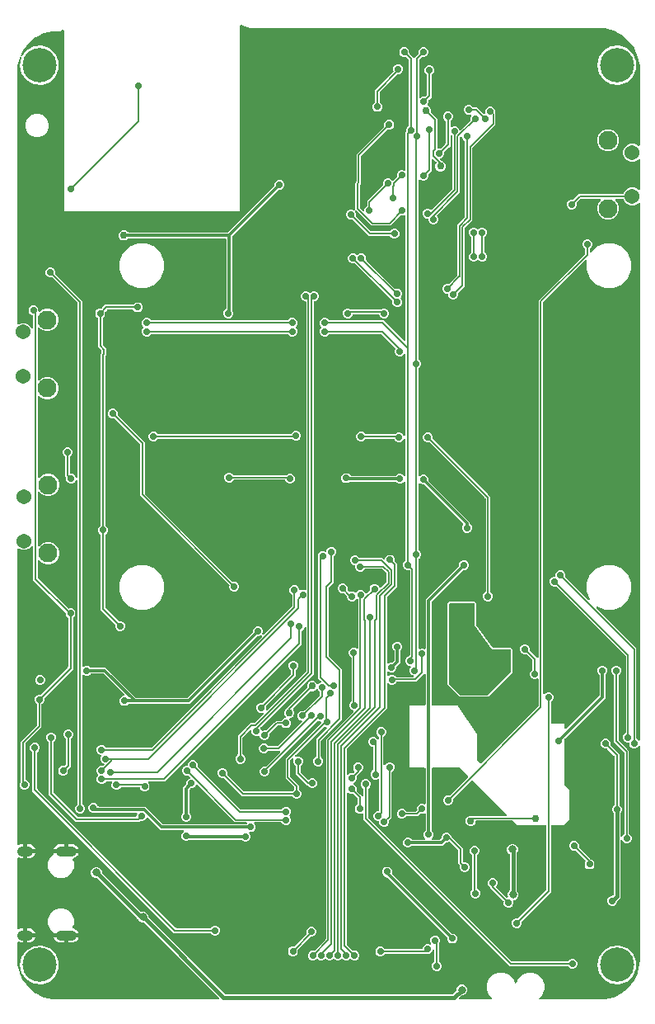
<source format=gbr>
G04 EAGLE Gerber RS-274X export*
G75*
%MOMM*%
%FSLAX34Y34*%
%LPD*%
%INBottom Copper*%
%IPPOS*%
%AMOC8*
5,1,8,0,0,1.08239X$1,22.5*%
G01*
%ADD10C,1.000000*%
%ADD11C,3.516000*%
%ADD12C,0.908000*%
%ADD13C,1.540000*%
%ADD14C,1.950000*%
%ADD15C,0.706400*%
%ADD16C,0.203200*%
%ADD17C,0.304800*%
%ADD18C,0.152400*%
%ADD19C,0.812800*%
%ADD20C,0.406400*%
%ADD21C,0.756400*%
%ADD22C,0.177800*%

G36*
X226613Y50165D02*
X226613Y50165D01*
X226643Y50162D01*
X226754Y50185D01*
X226866Y50201D01*
X226892Y50213D01*
X226921Y50218D01*
X227022Y50270D01*
X227125Y50317D01*
X227148Y50336D01*
X227174Y50349D01*
X227256Y50427D01*
X227342Y50500D01*
X227358Y50525D01*
X227380Y50545D01*
X227437Y50643D01*
X227500Y50737D01*
X227509Y50765D01*
X227523Y50790D01*
X227551Y50900D01*
X227586Y51008D01*
X227586Y51038D01*
X227594Y51066D01*
X227590Y51179D01*
X227593Y51292D01*
X227585Y51321D01*
X227584Y51350D01*
X227550Y51458D01*
X227521Y51567D01*
X227506Y51593D01*
X227497Y51621D01*
X227452Y51684D01*
X227376Y51812D01*
X227330Y51855D01*
X227302Y51894D01*
X150208Y128988D01*
X150138Y129040D01*
X150074Y129100D01*
X150025Y129126D01*
X149981Y129159D01*
X149899Y129190D01*
X149821Y129230D01*
X149774Y129238D01*
X149715Y129260D01*
X149568Y129272D01*
X149490Y129285D01*
X148240Y129285D01*
X146186Y130136D01*
X144614Y131708D01*
X144276Y132525D01*
X144260Y132551D01*
X144251Y132581D01*
X144205Y132645D01*
X144131Y132770D01*
X144085Y132814D01*
X144056Y132854D01*
X143212Y133698D01*
X102202Y174708D01*
X102132Y174760D01*
X102068Y174820D01*
X102019Y174846D01*
X101975Y174879D01*
X101893Y174910D01*
X101815Y174950D01*
X101768Y174958D01*
X101709Y174980D01*
X101562Y174992D01*
X101484Y175005D01*
X100234Y175005D01*
X98180Y175856D01*
X96608Y177428D01*
X95757Y179482D01*
X95757Y181706D01*
X96608Y183760D01*
X98180Y185332D01*
X100234Y186183D01*
X102458Y186183D01*
X104512Y185332D01*
X106084Y183760D01*
X106935Y181706D01*
X106935Y180456D01*
X106947Y180369D01*
X106950Y180282D01*
X106967Y180229D01*
X106975Y180174D01*
X107010Y180094D01*
X107037Y180011D01*
X107065Y179972D01*
X107091Y179915D01*
X107187Y179802D01*
X107232Y179738D01*
X146535Y140435D01*
X146536Y140434D01*
X146537Y140433D01*
X146649Y140350D01*
X146762Y140264D01*
X146764Y140263D01*
X146765Y140262D01*
X146894Y140214D01*
X147028Y140163D01*
X147030Y140163D01*
X147031Y140162D01*
X147170Y140151D01*
X147311Y140139D01*
X147313Y140139D01*
X147315Y140139D01*
X147329Y140143D01*
X147590Y140195D01*
X147617Y140209D01*
X147642Y140215D01*
X148240Y140463D01*
X150464Y140463D01*
X152518Y139612D01*
X154090Y138040D01*
X154941Y135986D01*
X154941Y134736D01*
X154953Y134649D01*
X154956Y134562D01*
X154973Y134509D01*
X154981Y134454D01*
X155016Y134374D01*
X155043Y134291D01*
X155071Y134252D01*
X155097Y134195D01*
X155193Y134082D01*
X155238Y134018D01*
X233210Y56046D01*
X233280Y55994D01*
X233344Y55934D01*
X233393Y55908D01*
X233437Y55875D01*
X233519Y55844D01*
X233597Y55804D01*
X233644Y55796D01*
X233703Y55774D01*
X233850Y55762D01*
X233928Y55749D01*
X467112Y55749D01*
X467199Y55761D01*
X467286Y55764D01*
X467339Y55781D01*
X467394Y55789D01*
X467474Y55824D01*
X467557Y55851D01*
X467596Y55879D01*
X467653Y55905D01*
X467766Y56001D01*
X467830Y56046D01*
X471126Y59342D01*
X471178Y59412D01*
X471238Y59476D01*
X471264Y59525D01*
X471297Y59569D01*
X471328Y59651D01*
X471368Y59729D01*
X471376Y59776D01*
X471398Y59835D01*
X471410Y59982D01*
X471423Y60060D01*
X471423Y61310D01*
X472274Y63364D01*
X473846Y64936D01*
X475900Y65787D01*
X478124Y65787D01*
X480178Y64936D01*
X481750Y63364D01*
X482601Y61310D01*
X482601Y59086D01*
X481750Y57032D01*
X480178Y55460D01*
X478124Y54609D01*
X476874Y54609D01*
X476787Y54597D01*
X476700Y54594D01*
X476647Y54577D01*
X476592Y54569D01*
X476512Y54534D01*
X476429Y54507D01*
X476390Y54479D01*
X476333Y54453D01*
X476220Y54357D01*
X476156Y54312D01*
X473738Y51894D01*
X473720Y51870D01*
X473698Y51851D01*
X473635Y51757D01*
X473567Y51667D01*
X473557Y51639D01*
X473540Y51615D01*
X473506Y51507D01*
X473466Y51401D01*
X473463Y51372D01*
X473454Y51344D01*
X473452Y51230D01*
X473442Y51118D01*
X473448Y51089D01*
X473447Y51060D01*
X473476Y50950D01*
X473498Y50839D01*
X473512Y50813D01*
X473519Y50785D01*
X473577Y50687D01*
X473629Y50587D01*
X473649Y50565D01*
X473664Y50540D01*
X473747Y50463D01*
X473825Y50381D01*
X473850Y50366D01*
X473872Y50346D01*
X473972Y50294D01*
X474070Y50237D01*
X474099Y50230D01*
X474125Y50216D01*
X474202Y50203D01*
X474346Y50167D01*
X474408Y50169D01*
X474456Y50161D01*
X506975Y50161D01*
X507004Y50165D01*
X507033Y50162D01*
X507144Y50185D01*
X507256Y50201D01*
X507283Y50213D01*
X507312Y50218D01*
X507412Y50271D01*
X507516Y50317D01*
X507538Y50336D01*
X507564Y50349D01*
X507646Y50427D01*
X507733Y50500D01*
X507749Y50525D01*
X507770Y50545D01*
X507828Y50643D01*
X507890Y50737D01*
X507899Y50765D01*
X507914Y50790D01*
X507942Y50900D01*
X507976Y51008D01*
X507977Y51038D01*
X507984Y51066D01*
X507981Y51179D01*
X507983Y51292D01*
X507976Y51321D01*
X507975Y51350D01*
X507940Y51458D01*
X507912Y51567D01*
X507897Y51593D01*
X507888Y51621D01*
X507842Y51684D01*
X507766Y51812D01*
X507721Y51855D01*
X507693Y51894D01*
X504671Y54915D01*
X502439Y60304D01*
X502439Y66136D01*
X504671Y71525D01*
X508795Y75649D01*
X514184Y77881D01*
X520016Y77881D01*
X525405Y75649D01*
X529529Y71525D01*
X531162Y67582D01*
X531177Y67556D01*
X531186Y67528D01*
X531249Y67434D01*
X531307Y67337D01*
X531328Y67317D01*
X531344Y67292D01*
X531431Y67219D01*
X531513Y67142D01*
X531539Y67128D01*
X531562Y67109D01*
X531665Y67063D01*
X531766Y67011D01*
X531795Y67006D01*
X531822Y66994D01*
X531934Y66978D01*
X532045Y66956D01*
X532074Y66959D01*
X532103Y66955D01*
X532215Y66971D01*
X532328Y66981D01*
X532355Y66991D01*
X532385Y66996D01*
X532488Y67042D01*
X532593Y67083D01*
X532617Y67101D01*
X532644Y67113D01*
X532730Y67186D01*
X532820Y67254D01*
X532838Y67278D01*
X532860Y67297D01*
X532902Y67363D01*
X532990Y67482D01*
X533012Y67541D01*
X533038Y67582D01*
X534671Y71525D01*
X538795Y75649D01*
X544184Y77881D01*
X550016Y77881D01*
X555405Y75649D01*
X559529Y71525D01*
X561761Y66136D01*
X561761Y60304D01*
X559529Y54915D01*
X556507Y51894D01*
X556490Y51870D01*
X556467Y51851D01*
X556404Y51757D01*
X556336Y51667D01*
X556326Y51639D01*
X556310Y51615D01*
X556275Y51507D01*
X556235Y51401D01*
X556233Y51372D01*
X556224Y51344D01*
X556221Y51230D01*
X556212Y51118D01*
X556217Y51089D01*
X556217Y51060D01*
X556245Y50950D01*
X556267Y50839D01*
X556281Y50813D01*
X556288Y50785D01*
X556346Y50687D01*
X556398Y50587D01*
X556419Y50565D01*
X556434Y50540D01*
X556516Y50463D01*
X556594Y50381D01*
X556620Y50366D01*
X556641Y50346D01*
X556742Y50294D01*
X556840Y50237D01*
X556868Y50230D01*
X556894Y50216D01*
X556971Y50203D01*
X557115Y50167D01*
X557178Y50169D01*
X557225Y50161D01*
X619200Y50161D01*
X619231Y50165D01*
X619257Y50162D01*
X623693Y50411D01*
X623793Y50431D01*
X623862Y50435D01*
X632513Y52410D01*
X632652Y52463D01*
X632727Y52485D01*
X640722Y56335D01*
X640806Y56391D01*
X640845Y56408D01*
X640875Y56434D01*
X640914Y56456D01*
X647851Y61988D01*
X647954Y62096D01*
X648012Y62149D01*
X653544Y69086D01*
X653620Y69214D01*
X653665Y69278D01*
X654026Y70027D01*
X655004Y72057D01*
X655004Y72058D01*
X656470Y75103D01*
X657448Y77134D01*
X657515Y77273D01*
X657560Y77415D01*
X657590Y77487D01*
X659565Y86138D01*
X659573Y86238D01*
X659589Y86307D01*
X659838Y90743D01*
X659835Y90775D01*
X659839Y90800D01*
X659839Y309623D01*
X659835Y309652D01*
X659838Y309681D01*
X659815Y309792D01*
X659799Y309904D01*
X659787Y309931D01*
X659782Y309960D01*
X659729Y310061D01*
X659683Y310164D01*
X659664Y310186D01*
X659651Y310212D01*
X659573Y310294D01*
X659500Y310381D01*
X659475Y310397D01*
X659455Y310418D01*
X659357Y310476D01*
X659263Y310538D01*
X659235Y310547D01*
X659210Y310562D01*
X659100Y310590D01*
X658992Y310624D01*
X658962Y310625D01*
X658934Y310632D01*
X658821Y310629D01*
X658708Y310632D01*
X658679Y310624D01*
X658650Y310623D01*
X658542Y310588D01*
X658433Y310560D01*
X658407Y310545D01*
X658379Y310536D01*
X658315Y310490D01*
X658188Y310414D01*
X658145Y310369D01*
X658106Y310341D01*
X656660Y308895D01*
X654802Y308125D01*
X652790Y308125D01*
X650932Y308895D01*
X649509Y310318D01*
X648739Y312176D01*
X648739Y313183D01*
X648731Y313241D01*
X648733Y313299D01*
X648711Y313381D01*
X648699Y313464D01*
X648676Y313518D01*
X648661Y313574D01*
X648618Y313647D01*
X648583Y313724D01*
X648545Y313768D01*
X648516Y313819D01*
X648454Y313876D01*
X648400Y313941D01*
X648351Y313973D01*
X648308Y314013D01*
X648233Y314051D01*
X648163Y314098D01*
X648107Y314116D01*
X648055Y314142D01*
X647987Y314154D01*
X647892Y314184D01*
X647792Y314187D01*
X647724Y314198D01*
X646717Y314198D01*
X644859Y314968D01*
X643436Y316390D01*
X642667Y318249D01*
X642667Y320261D01*
X643436Y322119D01*
X644879Y323562D01*
X644931Y323593D01*
X645055Y323666D01*
X645056Y323667D01*
X645057Y323668D01*
X645155Y323772D01*
X645250Y323872D01*
X645251Y323874D01*
X645252Y323875D01*
X645316Y324001D01*
X645380Y324125D01*
X645380Y324127D01*
X645381Y324128D01*
X645384Y324143D01*
X645435Y324404D01*
X645432Y324435D01*
X645437Y324459D01*
X645437Y402469D01*
X645429Y402524D01*
X645430Y402569D01*
X645423Y402595D01*
X645422Y402643D01*
X645405Y402696D01*
X645397Y402750D01*
X645363Y402827D01*
X645358Y402844D01*
X645355Y402849D01*
X645334Y402913D01*
X645306Y402953D01*
X645280Y403010D01*
X645185Y403123D01*
X645139Y403187D01*
X574325Y474001D01*
X574324Y474002D01*
X574323Y474003D01*
X574205Y474092D01*
X574098Y474172D01*
X574097Y474172D01*
X574095Y474173D01*
X573962Y474224D01*
X573832Y474273D01*
X573831Y474273D01*
X573829Y474274D01*
X573685Y474285D01*
X573549Y474297D01*
X573548Y474296D01*
X573546Y474296D01*
X573530Y474293D01*
X573273Y474241D01*
X571256Y474241D01*
X569398Y475011D01*
X567975Y476434D01*
X567205Y478292D01*
X567205Y480304D01*
X567975Y482162D01*
X569398Y483585D01*
X571256Y484355D01*
X572263Y484355D01*
X572321Y484363D01*
X572379Y484361D01*
X572461Y484383D01*
X572544Y484395D01*
X572598Y484418D01*
X572654Y484433D01*
X572727Y484476D01*
X572804Y484511D01*
X572848Y484549D01*
X572899Y484578D01*
X572956Y484640D01*
X573021Y484694D01*
X573053Y484743D01*
X573093Y484786D01*
X573131Y484861D01*
X573178Y484931D01*
X573196Y484987D01*
X573222Y485039D01*
X573234Y485107D01*
X573264Y485202D01*
X573267Y485302D01*
X573278Y485370D01*
X573278Y486377D01*
X574048Y488235D01*
X575470Y489658D01*
X577329Y490427D01*
X579341Y490427D01*
X581199Y489658D01*
X582622Y488235D01*
X583391Y486377D01*
X583391Y484336D01*
X583377Y484278D01*
X583341Y484139D01*
X583341Y484137D01*
X583340Y484135D01*
X583345Y483995D01*
X583349Y483854D01*
X583349Y483853D01*
X583349Y483851D01*
X583392Y483719D01*
X583436Y483584D01*
X583436Y483582D01*
X583437Y483581D01*
X583446Y483569D01*
X583594Y483348D01*
X583617Y483328D01*
X583632Y483307D01*
X606652Y460287D01*
X606720Y460236D01*
X606783Y460177D01*
X606834Y460151D01*
X606879Y460117D01*
X606959Y460086D01*
X607036Y460047D01*
X607092Y460036D01*
X607145Y460015D01*
X607230Y460008D01*
X607315Y459992D01*
X607371Y459996D01*
X607428Y459992D01*
X607512Y460009D01*
X607598Y460016D01*
X607651Y460036D01*
X607707Y460048D01*
X607783Y460087D01*
X607863Y460118D01*
X607909Y460152D01*
X607959Y460179D01*
X608021Y460238D01*
X608090Y460290D01*
X608124Y460335D01*
X608165Y460374D01*
X608209Y460449D01*
X608260Y460517D01*
X608280Y460571D01*
X608309Y460620D01*
X608330Y460703D01*
X608360Y460783D01*
X608365Y460840D01*
X608379Y460895D01*
X608376Y460981D01*
X608383Y461067D01*
X608372Y461115D01*
X608370Y461179D01*
X608325Y461317D01*
X608308Y461394D01*
X605309Y468633D01*
X605309Y477747D01*
X608797Y486168D01*
X615242Y492613D01*
X623663Y496101D01*
X632777Y496101D01*
X641198Y492613D01*
X647643Y486168D01*
X651131Y477747D01*
X651131Y468633D01*
X647643Y460212D01*
X641198Y453767D01*
X632777Y450279D01*
X623663Y450279D01*
X616424Y453278D01*
X616341Y453299D01*
X616260Y453330D01*
X616204Y453334D01*
X616149Y453349D01*
X616063Y453346D01*
X615977Y453353D01*
X615921Y453342D01*
X615864Y453341D01*
X615783Y453314D01*
X615698Y453297D01*
X615648Y453271D01*
X615594Y453254D01*
X615522Y453206D01*
X615446Y453166D01*
X615405Y453127D01*
X615357Y453096D01*
X615302Y453030D01*
X615240Y452971D01*
X615211Y452922D01*
X615174Y452878D01*
X615140Y452799D01*
X615096Y452725D01*
X615082Y452670D01*
X615059Y452618D01*
X615047Y452533D01*
X615026Y452450D01*
X615028Y452393D01*
X615020Y452337D01*
X615032Y452252D01*
X615035Y452166D01*
X615053Y452112D01*
X615061Y452055D01*
X615096Y451977D01*
X615123Y451895D01*
X615151Y451855D01*
X615178Y451796D01*
X615272Y451686D01*
X615317Y451622D01*
X656083Y410857D01*
X656083Y318387D01*
X656083Y318385D01*
X656083Y318383D01*
X656103Y318241D01*
X656123Y318105D01*
X656123Y318104D01*
X656123Y318102D01*
X656182Y317972D01*
X656239Y317846D01*
X656240Y317844D01*
X656240Y317843D01*
X656334Y317733D01*
X656422Y317629D01*
X656424Y317628D01*
X656425Y317627D01*
X656438Y317618D01*
X656657Y317473D01*
X658106Y316023D01*
X658130Y316006D01*
X658149Y315983D01*
X658243Y315920D01*
X658333Y315852D01*
X658361Y315842D01*
X658385Y315826D01*
X658493Y315791D01*
X658599Y315751D01*
X658628Y315749D01*
X658656Y315740D01*
X658770Y315737D01*
X658882Y315727D01*
X658911Y315733D01*
X658940Y315732D01*
X659050Y315761D01*
X659161Y315783D01*
X659187Y315797D01*
X659215Y315804D01*
X659313Y315862D01*
X659413Y315914D01*
X659435Y315935D01*
X659460Y315950D01*
X659537Y316032D01*
X659619Y316110D01*
X659634Y316135D01*
X659654Y316157D01*
X659706Y316258D01*
X659763Y316355D01*
X659770Y316384D01*
X659784Y316410D01*
X659797Y316487D01*
X659833Y316631D01*
X659831Y316693D01*
X659839Y316741D01*
X659839Y866733D01*
X659835Y866762D01*
X659838Y866791D01*
X659815Y866902D01*
X659799Y867014D01*
X659787Y867041D01*
X659782Y867070D01*
X659729Y867170D01*
X659683Y867273D01*
X659664Y867296D01*
X659651Y867322D01*
X659573Y867404D01*
X659500Y867490D01*
X659475Y867507D01*
X659455Y867528D01*
X659357Y867585D01*
X659263Y867648D01*
X659235Y867657D01*
X659210Y867672D01*
X659100Y867700D01*
X658992Y867734D01*
X658962Y867735D01*
X658934Y867742D01*
X658821Y867738D01*
X658708Y867741D01*
X658679Y867734D01*
X658650Y867733D01*
X658542Y867698D01*
X658433Y867669D01*
X658407Y867654D01*
X658379Y867645D01*
X658315Y867600D01*
X658188Y867524D01*
X658145Y867478D01*
X658106Y867450D01*
X657215Y866560D01*
X653825Y865155D01*
X650155Y865155D01*
X646765Y866560D01*
X644170Y869155D01*
X643317Y871213D01*
X643316Y871214D01*
X643316Y871215D01*
X643248Y871330D01*
X643173Y871457D01*
X643172Y871458D01*
X643171Y871460D01*
X643067Y871557D01*
X642966Y871653D01*
X642965Y871653D01*
X642963Y871654D01*
X642838Y871719D01*
X642713Y871783D01*
X642712Y871783D01*
X642710Y871784D01*
X642696Y871786D01*
X642434Y871838D01*
X642404Y871835D01*
X642379Y871839D01*
X635477Y871839D01*
X635448Y871835D01*
X635418Y871838D01*
X635307Y871815D01*
X635195Y871799D01*
X635168Y871787D01*
X635140Y871782D01*
X635039Y871729D01*
X634936Y871683D01*
X634913Y871664D01*
X634887Y871651D01*
X634805Y871573D01*
X634719Y871500D01*
X634702Y871475D01*
X634681Y871455D01*
X634624Y871357D01*
X634561Y871263D01*
X634552Y871235D01*
X634537Y871210D01*
X634510Y871100D01*
X634475Y870992D01*
X634475Y870962D01*
X634467Y870934D01*
X634471Y870821D01*
X634468Y870708D01*
X634475Y870679D01*
X634476Y870650D01*
X634511Y870542D01*
X634540Y870433D01*
X634555Y870407D01*
X634564Y870379D01*
X634609Y870316D01*
X634685Y870188D01*
X634731Y870145D01*
X634759Y870106D01*
X636648Y868217D01*
X638365Y864073D01*
X638365Y859587D01*
X636648Y855443D01*
X633477Y852272D01*
X629333Y850555D01*
X624847Y850555D01*
X620703Y852272D01*
X617532Y855443D01*
X615815Y859587D01*
X615815Y864073D01*
X617532Y868217D01*
X619421Y870106D01*
X619439Y870130D01*
X619461Y870149D01*
X619524Y870243D01*
X619592Y870333D01*
X619603Y870361D01*
X619619Y870385D01*
X619653Y870493D01*
X619693Y870599D01*
X619696Y870628D01*
X619705Y870656D01*
X619708Y870770D01*
X619717Y870882D01*
X619711Y870911D01*
X619712Y870940D01*
X619683Y871050D01*
X619661Y871161D01*
X619648Y871187D01*
X619640Y871215D01*
X619582Y871313D01*
X619530Y871413D01*
X619510Y871435D01*
X619495Y871460D01*
X619412Y871537D01*
X619334Y871619D01*
X619309Y871634D01*
X619288Y871654D01*
X619187Y871706D01*
X619089Y871763D01*
X619061Y871770D01*
X619034Y871784D01*
X618957Y871797D01*
X618813Y871833D01*
X618751Y871831D01*
X618703Y871839D01*
X599373Y871839D01*
X599286Y871827D01*
X599199Y871824D01*
X599146Y871807D01*
X599091Y871799D01*
X599012Y871764D01*
X598928Y871737D01*
X598889Y871709D01*
X598832Y871683D01*
X598719Y871587D01*
X598655Y871542D01*
X595014Y867901D01*
X594962Y867831D01*
X594902Y867767D01*
X594876Y867718D01*
X594843Y867674D01*
X594812Y867592D01*
X594772Y867514D01*
X594764Y867467D01*
X594742Y867408D01*
X594730Y867260D01*
X594717Y867183D01*
X594717Y865134D01*
X593947Y863276D01*
X592524Y861853D01*
X590666Y861083D01*
X588654Y861083D01*
X586796Y861853D01*
X585373Y863276D01*
X584603Y865134D01*
X584603Y867146D01*
X585373Y869004D01*
X586796Y870427D01*
X588654Y871197D01*
X590703Y871197D01*
X590790Y871209D01*
X590877Y871212D01*
X590930Y871229D01*
X590985Y871237D01*
X591064Y871272D01*
X591148Y871299D01*
X591187Y871327D01*
X591244Y871353D01*
X591357Y871449D01*
X591421Y871494D01*
X596848Y876921D01*
X642379Y876921D01*
X642381Y876921D01*
X642382Y876921D01*
X642522Y876941D01*
X642661Y876961D01*
X642662Y876961D01*
X642664Y876961D01*
X642790Y877018D01*
X642920Y877077D01*
X642921Y877078D01*
X642923Y877079D01*
X643030Y877170D01*
X643137Y877260D01*
X643138Y877262D01*
X643139Y877263D01*
X643147Y877276D01*
X643295Y877497D01*
X643304Y877526D01*
X643317Y877547D01*
X644170Y879605D01*
X646765Y882200D01*
X650155Y883605D01*
X653825Y883605D01*
X657215Y882200D01*
X658106Y881310D01*
X658130Y881292D01*
X658149Y881270D01*
X658243Y881207D01*
X658333Y881139D01*
X658361Y881128D01*
X658385Y881112D01*
X658493Y881078D01*
X658599Y881037D01*
X658628Y881035D01*
X658656Y881026D01*
X658770Y881023D01*
X658882Y881014D01*
X658911Y881020D01*
X658940Y881019D01*
X659050Y881048D01*
X659161Y881070D01*
X659187Y881083D01*
X659215Y881091D01*
X659313Y881148D01*
X659413Y881201D01*
X659435Y881221D01*
X659460Y881236D01*
X659537Y881319D01*
X659619Y881397D01*
X659634Y881422D01*
X659654Y881443D01*
X659706Y881544D01*
X659763Y881642D01*
X659770Y881670D01*
X659784Y881696D01*
X659797Y881774D01*
X659833Y881917D01*
X659831Y881980D01*
X659839Y882027D01*
X659839Y911733D01*
X659835Y911762D01*
X659838Y911791D01*
X659815Y911902D01*
X659799Y912014D01*
X659787Y912041D01*
X659782Y912070D01*
X659729Y912170D01*
X659683Y912273D01*
X659664Y912296D01*
X659651Y912322D01*
X659573Y912404D01*
X659500Y912490D01*
X659475Y912507D01*
X659455Y912528D01*
X659357Y912585D01*
X659263Y912648D01*
X659235Y912657D01*
X659210Y912672D01*
X659100Y912700D01*
X658992Y912734D01*
X658962Y912735D01*
X658934Y912742D01*
X658821Y912738D01*
X658708Y912741D01*
X658679Y912734D01*
X658650Y912733D01*
X658542Y912698D01*
X658433Y912669D01*
X658407Y912654D01*
X658379Y912645D01*
X658315Y912600D01*
X658188Y912524D01*
X658145Y912478D01*
X658106Y912450D01*
X657215Y911560D01*
X653825Y910155D01*
X650155Y910155D01*
X646765Y911560D01*
X644170Y914155D01*
X642765Y917545D01*
X642765Y921215D01*
X644170Y924605D01*
X646765Y927200D01*
X650155Y928605D01*
X653825Y928605D01*
X657215Y927200D01*
X658106Y926310D01*
X658130Y926292D01*
X658149Y926270D01*
X658243Y926207D01*
X658333Y926139D01*
X658361Y926128D01*
X658385Y926112D01*
X658493Y926078D01*
X658599Y926037D01*
X658628Y926035D01*
X658656Y926026D01*
X658770Y926023D01*
X658882Y926014D01*
X658911Y926020D01*
X658940Y926019D01*
X659050Y926048D01*
X659161Y926070D01*
X659187Y926083D01*
X659215Y926091D01*
X659313Y926148D01*
X659413Y926201D01*
X659435Y926221D01*
X659460Y926236D01*
X659537Y926319D01*
X659619Y926397D01*
X659634Y926422D01*
X659654Y926443D01*
X659706Y926544D01*
X659763Y926642D01*
X659770Y926670D01*
X659784Y926696D01*
X659797Y926774D01*
X659833Y926917D01*
X659831Y926980D01*
X659839Y927027D01*
X659839Y1001252D01*
X659837Y1001267D01*
X659839Y1001283D01*
X659825Y1001350D01*
X659799Y1001534D01*
X659782Y1001572D01*
X659839Y1003438D01*
X659837Y1003455D01*
X659839Y1003469D01*
X659839Y1003836D01*
X659837Y1003851D01*
X659839Y1003862D01*
X659725Y1008287D01*
X659708Y1008386D01*
X659706Y1008456D01*
X657924Y1017516D01*
X657875Y1017657D01*
X657856Y1017733D01*
X654103Y1026169D01*
X654024Y1026296D01*
X653988Y1026365D01*
X648452Y1033755D01*
X648347Y1033860D01*
X648296Y1033920D01*
X641255Y1039893D01*
X641129Y1039972D01*
X641066Y1040020D01*
X632872Y1044275D01*
X632731Y1044325D01*
X632660Y1044357D01*
X623724Y1046683D01*
X623624Y1046694D01*
X623556Y1046712D01*
X619009Y1047105D01*
X618960Y1047103D01*
X618921Y1047109D01*
X259109Y1047109D01*
X252222Y1049347D01*
X250627Y1050506D01*
X250546Y1050549D01*
X250469Y1050600D01*
X250420Y1050616D01*
X250376Y1050639D01*
X250286Y1050658D01*
X250198Y1050686D01*
X250147Y1050687D01*
X250097Y1050698D01*
X250006Y1050691D01*
X249914Y1050693D01*
X249865Y1050681D01*
X249814Y1050677D01*
X249727Y1050645D01*
X249639Y1050622D01*
X249595Y1050596D01*
X249547Y1050578D01*
X249473Y1050523D01*
X249394Y1050476D01*
X249359Y1050439D01*
X249319Y1050409D01*
X249263Y1050336D01*
X249200Y1050269D01*
X249177Y1050224D01*
X249146Y1050183D01*
X249112Y1050098D01*
X249070Y1050016D01*
X249063Y1049972D01*
X249042Y1049919D01*
X249027Y1049761D01*
X249015Y1049685D01*
X249015Y858895D01*
X68165Y858895D01*
X68165Y1044120D01*
X68158Y1044174D01*
X68159Y1044207D01*
X68148Y1044247D01*
X68139Y1044348D01*
X68129Y1044374D01*
X68125Y1044402D01*
X68079Y1044506D01*
X68037Y1044614D01*
X68021Y1044636D01*
X68009Y1044661D01*
X67935Y1044749D01*
X67866Y1044840D01*
X67843Y1044857D01*
X67826Y1044878D01*
X67730Y1044942D01*
X67638Y1045011D01*
X67612Y1045020D01*
X67589Y1045036D01*
X67479Y1045070D01*
X67372Y1045111D01*
X67344Y1045113D01*
X67318Y1045122D01*
X67203Y1045124D01*
X67089Y1045134D01*
X67064Y1045128D01*
X67034Y1045129D01*
X66777Y1045062D01*
X66761Y1045058D01*
X64084Y1043949D01*
X60800Y1043949D01*
X60769Y1043945D01*
X60743Y1043948D01*
X56307Y1043699D01*
X56207Y1043679D01*
X56138Y1043675D01*
X47487Y1041700D01*
X47348Y1041647D01*
X47273Y1041625D01*
X39278Y1037775D01*
X39154Y1037692D01*
X39086Y1037654D01*
X32149Y1032122D01*
X32046Y1032014D01*
X31988Y1031961D01*
X26456Y1025024D01*
X26380Y1024896D01*
X26335Y1024832D01*
X26042Y1024224D01*
X25064Y1022194D01*
X24087Y1020163D01*
X24086Y1020163D01*
X23695Y1019350D01*
X23679Y1019301D01*
X23655Y1019255D01*
X23636Y1019166D01*
X23609Y1019079D01*
X23607Y1019028D01*
X23597Y1018977D01*
X23603Y1018886D01*
X23601Y1018795D01*
X23614Y1018745D01*
X23618Y1018694D01*
X23649Y1018608D01*
X23672Y1018520D01*
X23699Y1018475D01*
X23716Y1018427D01*
X23771Y1018354D01*
X23817Y1018275D01*
X23855Y1018240D01*
X23885Y1018198D01*
X23958Y1018143D01*
X24024Y1018080D01*
X24070Y1018057D01*
X24111Y1018025D01*
X24196Y1017992D01*
X24277Y1017951D01*
X24327Y1017941D01*
X24376Y1017922D01*
X24467Y1017913D01*
X24556Y1017896D01*
X24607Y1017900D01*
X24659Y1017896D01*
X24748Y1017913D01*
X24839Y1017921D01*
X24887Y1017939D01*
X24938Y1017949D01*
X25019Y1017990D01*
X25104Y1018023D01*
X25145Y1018054D01*
X25191Y1018078D01*
X25243Y1018129D01*
X25331Y1018195D01*
X25376Y1018259D01*
X25431Y1018313D01*
X29545Y1023976D01*
X36797Y1028162D01*
X45125Y1029038D01*
X53089Y1026450D01*
X59312Y1020847D01*
X62718Y1013197D01*
X62718Y1004823D01*
X59312Y997173D01*
X53089Y991570D01*
X45125Y988982D01*
X36797Y989858D01*
X29545Y994044D01*
X24623Y1000819D01*
X22882Y1009010D01*
X24419Y1016240D01*
X24420Y1016262D01*
X24427Y1016282D01*
X24430Y1016403D01*
X24438Y1016524D01*
X24434Y1016545D01*
X24434Y1016566D01*
X24404Y1016683D01*
X24379Y1016802D01*
X24368Y1016821D01*
X24363Y1016841D01*
X24301Y1016946D01*
X24244Y1017052D01*
X24229Y1017068D01*
X24218Y1017086D01*
X24130Y1017169D01*
X24045Y1017256D01*
X24027Y1017266D01*
X24011Y1017281D01*
X23903Y1017336D01*
X23798Y1017396D01*
X23777Y1017401D01*
X23758Y1017411D01*
X23639Y1017434D01*
X23522Y1017462D01*
X23500Y1017461D01*
X23479Y1017465D01*
X23359Y1017455D01*
X23238Y1017449D01*
X23217Y1017442D01*
X23196Y1017440D01*
X23083Y1017397D01*
X22968Y1017358D01*
X22951Y1017346D01*
X22931Y1017338D01*
X22835Y1017265D01*
X22735Y1017195D01*
X22722Y1017179D01*
X22705Y1017166D01*
X22661Y1017105D01*
X22556Y1016975D01*
X22541Y1016938D01*
X22538Y1016933D01*
X22534Y1016924D01*
X22511Y1016892D01*
X22485Y1016837D01*
X22440Y1016695D01*
X22410Y1016623D01*
X20435Y1007972D01*
X20427Y1007872D01*
X20411Y1007803D01*
X20162Y1003367D01*
X20165Y1003335D01*
X20161Y1003310D01*
X20161Y744181D01*
X20177Y744068D01*
X20187Y743953D01*
X20197Y743927D01*
X20201Y743900D01*
X20248Y743795D01*
X20289Y743688D01*
X20305Y743666D01*
X20317Y743640D01*
X20391Y743553D01*
X20460Y743461D01*
X20483Y743445D01*
X20500Y743423D01*
X20596Y743360D01*
X20688Y743291D01*
X20714Y743281D01*
X20737Y743266D01*
X20847Y743231D01*
X20954Y743191D01*
X20982Y743188D01*
X21008Y743180D01*
X21123Y743177D01*
X21237Y743168D01*
X21262Y743174D01*
X21292Y743173D01*
X21549Y743240D01*
X21565Y743243D01*
X24175Y744325D01*
X27845Y744325D01*
X31235Y742920D01*
X33830Y740325D01*
X34126Y739611D01*
X34170Y739538D01*
X34205Y739459D01*
X34242Y739416D01*
X34271Y739367D01*
X34333Y739308D01*
X34389Y739242D01*
X34436Y739211D01*
X34477Y739171D01*
X34554Y739132D01*
X34625Y739084D01*
X34679Y739067D01*
X34730Y739041D01*
X34814Y739025D01*
X34896Y738999D01*
X34953Y738997D01*
X35009Y738986D01*
X35094Y738994D01*
X35180Y738991D01*
X35235Y739006D01*
X35292Y739011D01*
X35372Y739042D01*
X35455Y739063D01*
X35504Y739092D01*
X35557Y739113D01*
X35626Y739165D01*
X35700Y739208D01*
X35739Y739250D01*
X35784Y739284D01*
X35836Y739353D01*
X35894Y739416D01*
X35920Y739467D01*
X35954Y739512D01*
X35985Y739592D01*
X36024Y739669D01*
X36032Y739718D01*
X36055Y739778D01*
X36066Y739923D01*
X36079Y740000D01*
X36079Y751482D01*
X36079Y751484D01*
X36079Y751485D01*
X36059Y751625D01*
X36039Y751764D01*
X36039Y751765D01*
X36039Y751767D01*
X35982Y751892D01*
X35923Y752023D01*
X35922Y752024D01*
X35921Y752026D01*
X35830Y752133D01*
X35740Y752240D01*
X35738Y752241D01*
X35737Y752242D01*
X35724Y752250D01*
X35503Y752398D01*
X35474Y752407D01*
X35453Y752420D01*
X33712Y753141D01*
X32289Y754564D01*
X31519Y756422D01*
X31519Y758434D01*
X32289Y760292D01*
X33712Y761715D01*
X35570Y762485D01*
X37582Y762485D01*
X39440Y761715D01*
X40863Y760292D01*
X41633Y758434D01*
X41633Y756769D01*
X41637Y756740D01*
X41634Y756710D01*
X41640Y756682D01*
X41639Y756658D01*
X41659Y756584D01*
X41673Y756487D01*
X41685Y756460D01*
X41690Y756432D01*
X41707Y756399D01*
X41711Y756383D01*
X41743Y756330D01*
X41789Y756228D01*
X41808Y756205D01*
X41821Y756179D01*
X41851Y756148D01*
X41856Y756139D01*
X41886Y756111D01*
X41899Y756097D01*
X41972Y756011D01*
X41997Y755994D01*
X42017Y755973D01*
X42060Y755948D01*
X42064Y755944D01*
X42083Y755934D01*
X42115Y755916D01*
X42209Y755853D01*
X42237Y755844D01*
X42262Y755829D01*
X42314Y755816D01*
X42317Y755815D01*
X42324Y755814D01*
X42372Y755802D01*
X42480Y755767D01*
X42510Y755767D01*
X42538Y755759D01*
X42631Y755762D01*
X42648Y755759D01*
X42654Y755759D01*
X42675Y755762D01*
X42764Y755760D01*
X42793Y755767D01*
X42822Y755768D01*
X42903Y755795D01*
X42936Y755799D01*
X42965Y755812D01*
X43039Y755832D01*
X43065Y755847D01*
X43093Y755856D01*
X43145Y755893D01*
X43195Y755916D01*
X43230Y755945D01*
X43284Y755977D01*
X43327Y756023D01*
X43366Y756051D01*
X44523Y757208D01*
X48667Y758925D01*
X53153Y758925D01*
X57297Y757208D01*
X60468Y754037D01*
X62185Y749893D01*
X62185Y745407D01*
X60468Y741263D01*
X57297Y738092D01*
X53153Y736375D01*
X48667Y736375D01*
X44523Y738092D01*
X42894Y739721D01*
X42870Y739739D01*
X42851Y739761D01*
X42757Y739824D01*
X42667Y739892D01*
X42639Y739903D01*
X42615Y739919D01*
X42507Y739953D01*
X42401Y739993D01*
X42372Y739996D01*
X42344Y740005D01*
X42230Y740008D01*
X42118Y740017D01*
X42089Y740011D01*
X42060Y740012D01*
X41950Y739983D01*
X41839Y739961D01*
X41813Y739948D01*
X41785Y739940D01*
X41687Y739882D01*
X41587Y739830D01*
X41565Y739810D01*
X41540Y739795D01*
X41463Y739712D01*
X41381Y739634D01*
X41366Y739609D01*
X41346Y739588D01*
X41294Y739487D01*
X41237Y739389D01*
X41230Y739361D01*
X41216Y739334D01*
X41203Y739257D01*
X41167Y739113D01*
X41169Y739051D01*
X41161Y739003D01*
X41161Y686197D01*
X41165Y686168D01*
X41162Y686138D01*
X41185Y686027D01*
X41201Y685915D01*
X41213Y685888D01*
X41218Y685860D01*
X41271Y685759D01*
X41317Y685656D01*
X41336Y685633D01*
X41349Y685607D01*
X41427Y685525D01*
X41500Y685439D01*
X41525Y685422D01*
X41545Y685401D01*
X41643Y685344D01*
X41737Y685281D01*
X41765Y685272D01*
X41790Y685257D01*
X41900Y685230D01*
X42008Y685195D01*
X42038Y685195D01*
X42066Y685187D01*
X42179Y685191D01*
X42292Y685188D01*
X42321Y685195D01*
X42350Y685196D01*
X42458Y685231D01*
X42567Y685260D01*
X42593Y685275D01*
X42621Y685284D01*
X42685Y685330D01*
X42812Y685405D01*
X42855Y685451D01*
X42894Y685479D01*
X44523Y687108D01*
X48667Y688825D01*
X53153Y688825D01*
X57297Y687108D01*
X60468Y683937D01*
X62185Y679793D01*
X62185Y675307D01*
X60468Y671163D01*
X57297Y667992D01*
X53153Y666275D01*
X48667Y666275D01*
X44523Y667992D01*
X42894Y669621D01*
X42870Y669639D01*
X42851Y669661D01*
X42757Y669724D01*
X42667Y669792D01*
X42639Y669803D01*
X42615Y669819D01*
X42507Y669853D01*
X42401Y669893D01*
X42372Y669896D01*
X42344Y669905D01*
X42230Y669908D01*
X42118Y669917D01*
X42089Y669911D01*
X42060Y669912D01*
X41950Y669883D01*
X41839Y669861D01*
X41813Y669848D01*
X41785Y669840D01*
X41687Y669782D01*
X41587Y669730D01*
X41565Y669710D01*
X41540Y669695D01*
X41463Y669612D01*
X41381Y669534D01*
X41366Y669509D01*
X41346Y669488D01*
X41294Y669387D01*
X41237Y669289D01*
X41230Y669261D01*
X41216Y669234D01*
X41203Y669157D01*
X41167Y669013D01*
X41169Y668951D01*
X41161Y668903D01*
X41161Y586307D01*
X41165Y586278D01*
X41162Y586248D01*
X41185Y586137D01*
X41201Y586025D01*
X41213Y585998D01*
X41218Y585970D01*
X41271Y585869D01*
X41317Y585766D01*
X41336Y585743D01*
X41349Y585717D01*
X41427Y585635D01*
X41500Y585549D01*
X41525Y585532D01*
X41545Y585511D01*
X41643Y585454D01*
X41737Y585391D01*
X41765Y585382D01*
X41790Y585367D01*
X41900Y585340D01*
X42008Y585305D01*
X42038Y585305D01*
X42066Y585297D01*
X42179Y585301D01*
X42292Y585298D01*
X42321Y585305D01*
X42350Y585306D01*
X42458Y585341D01*
X42567Y585370D01*
X42593Y585385D01*
X42621Y585394D01*
X42684Y585439D01*
X42812Y585515D01*
X42855Y585561D01*
X42894Y585589D01*
X45213Y587908D01*
X49357Y589625D01*
X53843Y589625D01*
X57987Y587908D01*
X61158Y584737D01*
X62875Y580593D01*
X62875Y576107D01*
X61158Y571963D01*
X57987Y568792D01*
X53843Y567075D01*
X49357Y567075D01*
X45213Y568792D01*
X42894Y571111D01*
X42870Y571129D01*
X42851Y571151D01*
X42757Y571214D01*
X42667Y571282D01*
X42639Y571293D01*
X42615Y571309D01*
X42507Y571343D01*
X42401Y571383D01*
X42372Y571386D01*
X42344Y571395D01*
X42230Y571398D01*
X42118Y571407D01*
X42089Y571401D01*
X42060Y571402D01*
X41950Y571373D01*
X41839Y571351D01*
X41813Y571338D01*
X41785Y571330D01*
X41687Y571272D01*
X41587Y571220D01*
X41565Y571200D01*
X41540Y571185D01*
X41463Y571102D01*
X41381Y571024D01*
X41366Y570999D01*
X41346Y570978D01*
X41294Y570877D01*
X41237Y570779D01*
X41230Y570751D01*
X41216Y570724D01*
X41203Y570647D01*
X41167Y570503D01*
X41169Y570441D01*
X41161Y570393D01*
X41161Y516207D01*
X41165Y516178D01*
X41162Y516148D01*
X41185Y516037D01*
X41201Y515925D01*
X41213Y515898D01*
X41218Y515870D01*
X41271Y515769D01*
X41317Y515666D01*
X41336Y515643D01*
X41349Y515617D01*
X41427Y515535D01*
X41500Y515449D01*
X41525Y515432D01*
X41545Y515411D01*
X41643Y515354D01*
X41737Y515291D01*
X41765Y515282D01*
X41790Y515267D01*
X41900Y515240D01*
X42008Y515205D01*
X42038Y515205D01*
X42066Y515197D01*
X42179Y515201D01*
X42292Y515198D01*
X42321Y515205D01*
X42350Y515206D01*
X42458Y515241D01*
X42567Y515270D01*
X42593Y515285D01*
X42621Y515294D01*
X42684Y515339D01*
X42812Y515415D01*
X42855Y515461D01*
X42894Y515489D01*
X45213Y517808D01*
X49357Y519525D01*
X53843Y519525D01*
X57987Y517808D01*
X61158Y514637D01*
X62875Y510493D01*
X62875Y506007D01*
X61158Y501863D01*
X57987Y498692D01*
X53843Y496975D01*
X49357Y496975D01*
X45213Y498692D01*
X42894Y501011D01*
X42870Y501029D01*
X42851Y501051D01*
X42757Y501114D01*
X42667Y501182D01*
X42639Y501193D01*
X42615Y501209D01*
X42507Y501243D01*
X42401Y501283D01*
X42372Y501286D01*
X42344Y501295D01*
X42230Y501298D01*
X42118Y501307D01*
X42089Y501301D01*
X42060Y501302D01*
X41950Y501273D01*
X41839Y501251D01*
X41813Y501238D01*
X41785Y501230D01*
X41687Y501172D01*
X41587Y501120D01*
X41565Y501100D01*
X41540Y501085D01*
X41463Y501002D01*
X41381Y500924D01*
X41366Y500899D01*
X41346Y500878D01*
X41294Y500777D01*
X41237Y500679D01*
X41230Y500651D01*
X41216Y500624D01*
X41203Y500547D01*
X41167Y500403D01*
X41169Y500341D01*
X41161Y500293D01*
X41161Y483299D01*
X41173Y483212D01*
X41176Y483125D01*
X41193Y483072D01*
X41201Y483017D01*
X41236Y482938D01*
X41263Y482854D01*
X41291Y482815D01*
X41317Y482758D01*
X41413Y482645D01*
X41458Y482581D01*
X72328Y451711D01*
X72329Y451710D01*
X72330Y451709D01*
X72449Y451621D01*
X72555Y451540D01*
X72557Y451540D01*
X72558Y451539D01*
X72692Y451488D01*
X72821Y451439D01*
X72822Y451439D01*
X72824Y451438D01*
X72963Y451427D01*
X73104Y451415D01*
X73106Y451416D01*
X73107Y451416D01*
X73122Y451419D01*
X73383Y451471D01*
X73410Y451485D01*
X73434Y451491D01*
X73670Y451589D01*
X75682Y451589D01*
X77540Y450819D01*
X78963Y449396D01*
X79733Y447538D01*
X79733Y445526D01*
X78963Y443668D01*
X77514Y442219D01*
X77462Y442149D01*
X77402Y442085D01*
X77376Y442036D01*
X77343Y441992D01*
X77312Y441910D01*
X77272Y441832D01*
X77264Y441784D01*
X77242Y441726D01*
X77230Y441578D01*
X77217Y441501D01*
X77217Y389092D01*
X48026Y359901D01*
X47974Y359831D01*
X47914Y359767D01*
X47888Y359718D01*
X47855Y359674D01*
X47824Y359592D01*
X47784Y359514D01*
X47776Y359467D01*
X47754Y359408D01*
X47742Y359260D01*
X47729Y359183D01*
X47729Y357134D01*
X46959Y355276D01*
X45516Y353833D01*
X45464Y353802D01*
X45341Y353729D01*
X45340Y353728D01*
X45338Y353727D01*
X45239Y353621D01*
X45145Y353522D01*
X45145Y353521D01*
X45144Y353520D01*
X45079Y353394D01*
X45015Y353269D01*
X45015Y353268D01*
X45014Y353267D01*
X45012Y353252D01*
X44960Y352991D01*
X44963Y352960D01*
X44959Y352935D01*
X44959Y329761D01*
X28492Y313294D01*
X28440Y313224D01*
X28380Y313160D01*
X28354Y313111D01*
X28321Y313067D01*
X28290Y312985D01*
X28250Y312907D01*
X28242Y312860D01*
X28220Y312801D01*
X28208Y312654D01*
X28195Y312576D01*
X28195Y276346D01*
X28195Y276344D01*
X28195Y276343D01*
X28216Y276195D01*
X28235Y276064D01*
X28235Y276063D01*
X28235Y276061D01*
X28295Y275929D01*
X28351Y275805D01*
X28352Y275804D01*
X28353Y275802D01*
X28446Y275693D01*
X28534Y275588D01*
X28536Y275587D01*
X28537Y275586D01*
X28550Y275578D01*
X28771Y275430D01*
X28800Y275421D01*
X28821Y275408D01*
X30296Y274797D01*
X31719Y273374D01*
X32489Y271516D01*
X32489Y269504D01*
X31719Y267646D01*
X30296Y266223D01*
X28438Y265453D01*
X26426Y265453D01*
X24568Y266223D01*
X23145Y267646D01*
X22375Y269504D01*
X22375Y271516D01*
X23145Y273374D01*
X23324Y273553D01*
X23376Y273623D01*
X23436Y273687D01*
X23462Y273736D01*
X23495Y273780D01*
X23526Y273862D01*
X23566Y273940D01*
X23574Y273988D01*
X23596Y274046D01*
X23608Y274194D01*
X23621Y274271D01*
X23621Y314891D01*
X40088Y331358D01*
X40140Y331428D01*
X40200Y331492D01*
X40226Y331541D01*
X40259Y331585D01*
X40290Y331667D01*
X40330Y331745D01*
X40338Y331792D01*
X40360Y331851D01*
X40372Y331998D01*
X40385Y332076D01*
X40385Y352935D01*
X40385Y352937D01*
X40385Y352939D01*
X40365Y353076D01*
X40345Y353217D01*
X40345Y353218D01*
X40345Y353220D01*
X40287Y353347D01*
X40229Y353476D01*
X40228Y353478D01*
X40228Y353479D01*
X40134Y353589D01*
X40046Y353693D01*
X40044Y353694D01*
X40043Y353695D01*
X40030Y353704D01*
X39811Y353849D01*
X38385Y355276D01*
X37615Y357134D01*
X37615Y359146D01*
X38385Y361004D01*
X39808Y362427D01*
X41666Y363197D01*
X43715Y363197D01*
X43802Y363209D01*
X43889Y363212D01*
X43942Y363229D01*
X43997Y363237D01*
X44076Y363272D01*
X44160Y363299D01*
X44199Y363327D01*
X44256Y363353D01*
X44369Y363449D01*
X44433Y363494D01*
X71838Y390899D01*
X71890Y390969D01*
X71950Y391033D01*
X71976Y391082D01*
X72009Y391126D01*
X72040Y391208D01*
X72080Y391286D01*
X72088Y391333D01*
X72110Y391392D01*
X72122Y391540D01*
X72135Y391617D01*
X72135Y441501D01*
X72123Y441588D01*
X72120Y441675D01*
X72103Y441728D01*
X72095Y441782D01*
X72060Y441862D01*
X72033Y441945D01*
X72005Y441985D01*
X71979Y442042D01*
X71883Y442155D01*
X71838Y442219D01*
X70389Y443668D01*
X69619Y445526D01*
X69619Y446813D01*
X69607Y446900D01*
X69604Y446987D01*
X69587Y447040D01*
X69579Y447095D01*
X69544Y447174D01*
X69517Y447258D01*
X69489Y447297D01*
X69463Y447354D01*
X69367Y447467D01*
X69322Y447531D01*
X36079Y480774D01*
X36079Y514683D01*
X36075Y514712D01*
X36078Y514741D01*
X36055Y514852D01*
X36039Y514964D01*
X36027Y514991D01*
X36022Y515020D01*
X35969Y515120D01*
X35923Y515223D01*
X35904Y515246D01*
X35891Y515272D01*
X35813Y515354D01*
X35740Y515440D01*
X35715Y515457D01*
X35695Y515478D01*
X35597Y515535D01*
X35503Y515598D01*
X35475Y515607D01*
X35450Y515622D01*
X35340Y515650D01*
X35232Y515684D01*
X35202Y515685D01*
X35174Y515692D01*
X35061Y515688D01*
X34948Y515691D01*
X34919Y515684D01*
X34890Y515683D01*
X34782Y515648D01*
X34673Y515619D01*
X34647Y515604D01*
X34619Y515595D01*
X34556Y515550D01*
X34428Y515474D01*
X34385Y515428D01*
X34346Y515400D01*
X31925Y512980D01*
X28535Y511575D01*
X24865Y511575D01*
X21565Y512942D01*
X21453Y512971D01*
X21344Y513006D01*
X21316Y513006D01*
X21289Y513013D01*
X21175Y513010D01*
X21060Y513013D01*
X21033Y513006D01*
X21005Y513005D01*
X20896Y512970D01*
X20785Y512941D01*
X20761Y512927D01*
X20734Y512919D01*
X20639Y512855D01*
X20540Y512796D01*
X20521Y512776D01*
X20498Y512760D01*
X20424Y512673D01*
X20346Y512589D01*
X20333Y512564D01*
X20315Y512543D01*
X20269Y512438D01*
X20216Y512336D01*
X20212Y512311D01*
X20200Y512283D01*
X20163Y512019D01*
X20161Y512004D01*
X20161Y209968D01*
X20171Y209896D01*
X20171Y209824D01*
X20191Y209756D01*
X20201Y209686D01*
X20230Y209620D01*
X20250Y209551D01*
X20288Y209491D01*
X20317Y209427D01*
X20363Y209372D01*
X20402Y209311D01*
X20455Y209264D01*
X20500Y209210D01*
X20561Y209170D01*
X20615Y209122D01*
X20678Y209091D01*
X20737Y209052D01*
X20806Y209031D01*
X20871Y208999D01*
X20941Y208988D01*
X21008Y208967D01*
X21080Y208965D01*
X21152Y208953D01*
X21222Y208961D01*
X21292Y208959D01*
X21362Y208978D01*
X21434Y208986D01*
X21489Y209011D01*
X21567Y209031D01*
X21671Y209093D01*
X21740Y209124D01*
X21798Y209162D01*
X23170Y209731D01*
X24627Y210021D01*
X26339Y210021D01*
X26339Y203496D01*
X26347Y203438D01*
X26345Y203380D01*
X26367Y203298D01*
X26379Y203215D01*
X26403Y203161D01*
X26417Y203105D01*
X26460Y203032D01*
X26495Y202955D01*
X26533Y202911D01*
X26563Y202860D01*
X26624Y202803D01*
X26679Y202738D01*
X26727Y202706D01*
X26770Y202666D01*
X26845Y202627D01*
X26915Y202581D01*
X26971Y202563D01*
X27023Y202536D01*
X27091Y202525D01*
X27186Y202495D01*
X27286Y202492D01*
X27354Y202481D01*
X28371Y202481D01*
X28371Y202479D01*
X27354Y202479D01*
X27296Y202471D01*
X27238Y202472D01*
X27156Y202451D01*
X27073Y202439D01*
X27019Y202415D01*
X26963Y202401D01*
X26890Y202358D01*
X26813Y202323D01*
X26768Y202285D01*
X26718Y202255D01*
X26660Y202194D01*
X26596Y202139D01*
X26564Y202091D01*
X26524Y202048D01*
X26485Y201973D01*
X26439Y201903D01*
X26421Y201847D01*
X26394Y201795D01*
X26383Y201727D01*
X26353Y201632D01*
X26350Y201532D01*
X26339Y201464D01*
X26339Y194939D01*
X24627Y194939D01*
X23170Y195229D01*
X21798Y195798D01*
X21740Y195836D01*
X21675Y195868D01*
X21615Y195908D01*
X21547Y195929D01*
X21484Y195960D01*
X21413Y195972D01*
X21344Y195993D01*
X21273Y195995D01*
X21204Y196007D01*
X21132Y195999D01*
X21060Y196001D01*
X20991Y195983D01*
X20921Y195975D01*
X20854Y195947D01*
X20785Y195929D01*
X20724Y195893D01*
X20659Y195866D01*
X20602Y195821D01*
X20540Y195784D01*
X20492Y195732D01*
X20437Y195688D01*
X20395Y195629D01*
X20346Y195576D01*
X20313Y195513D01*
X20273Y195456D01*
X20249Y195388D01*
X20216Y195323D01*
X20206Y195264D01*
X20180Y195187D01*
X20173Y195067D01*
X20161Y194992D01*
X20161Y123568D01*
X20171Y123496D01*
X20171Y123424D01*
X20191Y123356D01*
X20201Y123286D01*
X20230Y123220D01*
X20250Y123151D01*
X20288Y123091D01*
X20317Y123027D01*
X20363Y122972D01*
X20402Y122911D01*
X20455Y122864D01*
X20500Y122810D01*
X20561Y122770D01*
X20615Y122722D01*
X20678Y122691D01*
X20737Y122652D01*
X20806Y122631D01*
X20871Y122599D01*
X20941Y122588D01*
X21008Y122567D01*
X21080Y122565D01*
X21152Y122553D01*
X21222Y122561D01*
X21292Y122559D01*
X21362Y122578D01*
X21434Y122586D01*
X21489Y122611D01*
X21567Y122631D01*
X21671Y122693D01*
X21740Y122724D01*
X21798Y122762D01*
X23170Y123331D01*
X24627Y123621D01*
X26339Y123621D01*
X26339Y117096D01*
X26347Y117038D01*
X26345Y116980D01*
X26367Y116898D01*
X26379Y116815D01*
X26403Y116761D01*
X26417Y116705D01*
X26460Y116632D01*
X26495Y116555D01*
X26533Y116511D01*
X26563Y116460D01*
X26624Y116403D01*
X26679Y116338D01*
X26727Y116306D01*
X26770Y116266D01*
X26845Y116227D01*
X26915Y116181D01*
X26971Y116163D01*
X27023Y116136D01*
X27091Y116125D01*
X27186Y116095D01*
X27286Y116092D01*
X27354Y116081D01*
X28371Y116081D01*
X28371Y116079D01*
X27354Y116079D01*
X27296Y116071D01*
X27238Y116072D01*
X27156Y116051D01*
X27073Y116039D01*
X27019Y116015D01*
X26963Y116001D01*
X26890Y115958D01*
X26813Y115923D01*
X26768Y115885D01*
X26718Y115855D01*
X26660Y115794D01*
X26596Y115739D01*
X26564Y115691D01*
X26524Y115648D01*
X26485Y115573D01*
X26439Y115503D01*
X26421Y115447D01*
X26394Y115395D01*
X26383Y115327D01*
X26353Y115232D01*
X26350Y115132D01*
X26339Y115064D01*
X26339Y108539D01*
X24627Y108539D01*
X23170Y108829D01*
X21798Y109398D01*
X21740Y109436D01*
X21675Y109468D01*
X21615Y109508D01*
X21547Y109529D01*
X21484Y109560D01*
X21413Y109572D01*
X21344Y109593D01*
X21273Y109595D01*
X21204Y109607D01*
X21132Y109599D01*
X21060Y109601D01*
X20991Y109583D01*
X20921Y109575D01*
X20854Y109547D01*
X20785Y109529D01*
X20724Y109493D01*
X20659Y109466D01*
X20602Y109421D01*
X20540Y109384D01*
X20492Y109332D01*
X20437Y109288D01*
X20395Y109229D01*
X20346Y109176D01*
X20313Y109113D01*
X20273Y109056D01*
X20249Y108988D01*
X20216Y108923D01*
X20206Y108864D01*
X20180Y108787D01*
X20173Y108667D01*
X20161Y108592D01*
X20161Y90800D01*
X20165Y90769D01*
X20162Y90743D01*
X20411Y86307D01*
X20431Y86207D01*
X20435Y86138D01*
X22410Y77487D01*
X22463Y77348D01*
X22485Y77273D01*
X22747Y76728D01*
X22759Y76711D01*
X22766Y76691D01*
X22794Y76653D01*
X22809Y76599D01*
X26335Y69278D01*
X26418Y69154D01*
X26456Y69086D01*
X31988Y62149D01*
X32096Y62046D01*
X32149Y61988D01*
X39086Y56456D01*
X39103Y56445D01*
X39112Y56437D01*
X39151Y56417D01*
X39214Y56380D01*
X39278Y56335D01*
X47272Y52485D01*
X47415Y52440D01*
X47487Y52410D01*
X56138Y50435D01*
X56238Y50427D01*
X56307Y50411D01*
X60743Y50162D01*
X60775Y50165D01*
X60800Y50161D01*
X226584Y50161D01*
X226613Y50165D01*
G37*
%LPC*%
G36*
X589544Y81811D02*
X589544Y81811D01*
X587686Y82581D01*
X586120Y84146D01*
X586085Y84173D01*
X585986Y84267D01*
X585984Y84268D01*
X585982Y84269D01*
X585903Y84310D01*
X585893Y84317D01*
X585875Y84324D01*
X585858Y84333D01*
X585734Y84397D01*
X585731Y84398D01*
X585729Y84399D01*
X585708Y84402D01*
X585628Y84418D01*
X585627Y84418D01*
X585626Y84419D01*
X585455Y84453D01*
X585423Y84450D01*
X585398Y84454D01*
X526304Y84454D01*
X375538Y235220D01*
X375538Y240658D01*
X375522Y240772D01*
X375512Y240887D01*
X375502Y240912D01*
X375498Y240940D01*
X375451Y241045D01*
X375410Y241152D01*
X375394Y241174D01*
X375382Y241199D01*
X375308Y241287D01*
X375239Y241379D01*
X375216Y241395D01*
X375199Y241416D01*
X375103Y241480D01*
X375011Y241549D01*
X374985Y241559D01*
X374962Y241574D01*
X374852Y241609D01*
X374745Y241649D01*
X374717Y241651D01*
X374691Y241660D01*
X374576Y241663D01*
X374462Y241672D01*
X374437Y241666D01*
X374407Y241667D01*
X374150Y241600D01*
X374134Y241596D01*
X372862Y241069D01*
X370850Y241069D01*
X368992Y241839D01*
X367569Y243262D01*
X366799Y245120D01*
X366799Y247132D01*
X367569Y248990D01*
X369012Y250433D01*
X369064Y250464D01*
X369187Y250537D01*
X369188Y250538D01*
X369190Y250539D01*
X369287Y250643D01*
X369383Y250744D01*
X369383Y250745D01*
X369384Y250746D01*
X369449Y250872D01*
X369513Y250997D01*
X369513Y250998D01*
X369514Y250999D01*
X369516Y251014D01*
X369568Y251275D01*
X369565Y251306D01*
X369569Y251331D01*
X369569Y256613D01*
X369557Y256700D01*
X369554Y256787D01*
X369537Y256840D01*
X369529Y256895D01*
X369494Y256975D01*
X369467Y257058D01*
X369439Y257097D01*
X369413Y257154D01*
X369317Y257267D01*
X369272Y257331D01*
X365581Y261022D01*
X365580Y261023D01*
X365579Y261024D01*
X365469Y261106D01*
X365354Y261193D01*
X365353Y261193D01*
X365351Y261194D01*
X365219Y261244D01*
X365088Y261294D01*
X365087Y261294D01*
X365085Y261295D01*
X364941Y261306D01*
X364805Y261318D01*
X364804Y261317D01*
X364802Y261317D01*
X364786Y261314D01*
X364529Y261262D01*
X362512Y261262D01*
X360654Y262032D01*
X360196Y262490D01*
X360172Y262507D01*
X360153Y262530D01*
X360059Y262593D01*
X359969Y262661D01*
X359941Y262671D01*
X359917Y262687D01*
X359809Y262722D01*
X359703Y262762D01*
X359674Y262764D01*
X359646Y262773D01*
X359532Y262776D01*
X359420Y262786D01*
X359391Y262780D01*
X359362Y262781D01*
X359252Y262752D01*
X359141Y262730D01*
X359115Y262716D01*
X359087Y262709D01*
X358989Y262651D01*
X358889Y262599D01*
X358867Y262578D01*
X358842Y262563D01*
X358765Y262481D01*
X358683Y262403D01*
X358668Y262378D01*
X358648Y262356D01*
X358596Y262255D01*
X358539Y262158D01*
X358532Y262129D01*
X358518Y262103D01*
X358505Y262026D01*
X358469Y261882D01*
X358471Y261820D01*
X358463Y261772D01*
X358463Y107286D01*
X358475Y107199D01*
X358478Y107112D01*
X358495Y107059D01*
X358503Y107004D01*
X358538Y106924D01*
X358565Y106841D01*
X358593Y106802D01*
X358619Y106745D01*
X358715Y106632D01*
X358760Y106568D01*
X364730Y100598D01*
X364732Y100596D01*
X364734Y100594D01*
X364847Y100510D01*
X364957Y100427D01*
X364960Y100426D01*
X364962Y100425D01*
X365093Y100375D01*
X365223Y100326D01*
X365225Y100326D01*
X365228Y100325D01*
X365368Y100314D01*
X365506Y100302D01*
X365509Y100303D01*
X365511Y100303D01*
X365529Y100307D01*
X367676Y100307D01*
X369534Y99537D01*
X370957Y98114D01*
X371727Y96256D01*
X371727Y94244D01*
X370957Y92386D01*
X369534Y90963D01*
X367676Y90193D01*
X365664Y90193D01*
X363806Y90963D01*
X363094Y91675D01*
X363047Y91710D01*
X363007Y91752D01*
X362934Y91795D01*
X362867Y91846D01*
X362812Y91867D01*
X362762Y91896D01*
X362680Y91917D01*
X362601Y91947D01*
X362543Y91952D01*
X362486Y91966D01*
X362402Y91963D01*
X362318Y91970D01*
X362260Y91959D01*
X362202Y91957D01*
X362122Y91931D01*
X362039Y91915D01*
X361987Y91888D01*
X361931Y91870D01*
X361875Y91830D01*
X361787Y91784D01*
X361714Y91715D01*
X361658Y91675D01*
X360946Y90963D01*
X359088Y90193D01*
X357076Y90193D01*
X355218Y90963D01*
X354506Y91675D01*
X354459Y91710D01*
X354419Y91752D01*
X354346Y91795D01*
X354279Y91846D01*
X354224Y91867D01*
X354174Y91896D01*
X354092Y91917D01*
X354013Y91947D01*
X353955Y91952D01*
X353898Y91966D01*
X353814Y91963D01*
X353730Y91970D01*
X353672Y91959D01*
X353614Y91957D01*
X353534Y91931D01*
X353451Y91915D01*
X353399Y91888D01*
X353343Y91870D01*
X353287Y91830D01*
X353199Y91784D01*
X353126Y91715D01*
X353070Y91675D01*
X352358Y90963D01*
X350500Y90193D01*
X348488Y90193D01*
X346630Y90963D01*
X345918Y91675D01*
X345871Y91710D01*
X345831Y91752D01*
X345758Y91795D01*
X345691Y91846D01*
X345636Y91866D01*
X345586Y91896D01*
X345504Y91917D01*
X345425Y91947D01*
X345367Y91952D01*
X345310Y91966D01*
X345226Y91963D01*
X345142Y91970D01*
X345084Y91959D01*
X345026Y91957D01*
X344946Y91931D01*
X344863Y91915D01*
X344811Y91888D01*
X344755Y91870D01*
X344699Y91830D01*
X344611Y91784D01*
X344538Y91715D01*
X344482Y91675D01*
X343770Y90963D01*
X341912Y90193D01*
X339900Y90193D01*
X338042Y90963D01*
X337330Y91675D01*
X337283Y91710D01*
X337243Y91752D01*
X337170Y91795D01*
X337103Y91846D01*
X337048Y91867D01*
X336998Y91896D01*
X336916Y91917D01*
X336837Y91947D01*
X336779Y91952D01*
X336722Y91966D01*
X336638Y91963D01*
X336554Y91970D01*
X336496Y91959D01*
X336438Y91957D01*
X336358Y91931D01*
X336275Y91915D01*
X336223Y91888D01*
X336167Y91870D01*
X336111Y91830D01*
X336023Y91784D01*
X335950Y91715D01*
X335894Y91675D01*
X335182Y90963D01*
X333324Y90193D01*
X331312Y90193D01*
X329454Y90963D01*
X328742Y91675D01*
X328695Y91710D01*
X328655Y91752D01*
X328582Y91795D01*
X328515Y91846D01*
X328460Y91866D01*
X328410Y91896D01*
X328328Y91917D01*
X328249Y91947D01*
X328191Y91952D01*
X328134Y91966D01*
X328050Y91963D01*
X327966Y91970D01*
X327908Y91959D01*
X327850Y91957D01*
X327770Y91931D01*
X327687Y91915D01*
X327635Y91888D01*
X327579Y91870D01*
X327523Y91830D01*
X327435Y91784D01*
X327362Y91715D01*
X327306Y91675D01*
X326594Y90963D01*
X324736Y90193D01*
X322724Y90193D01*
X320866Y90963D01*
X319443Y92386D01*
X318673Y94244D01*
X318673Y96256D01*
X319443Y98114D01*
X320866Y99537D01*
X322724Y100307D01*
X324938Y100307D01*
X324966Y100311D01*
X324981Y100311D01*
X325123Y100315D01*
X325124Y100316D01*
X325126Y100316D01*
X325259Y100359D01*
X325394Y100402D01*
X325395Y100403D01*
X325397Y100403D01*
X325410Y100413D01*
X325630Y100560D01*
X325650Y100584D01*
X325670Y100598D01*
X336974Y111902D01*
X337026Y111972D01*
X337086Y112036D01*
X337112Y112085D01*
X337145Y112129D01*
X337176Y112211D01*
X337216Y112289D01*
X337224Y112336D01*
X337246Y112395D01*
X337258Y112542D01*
X337271Y112620D01*
X337271Y317187D01*
X365542Y345457D01*
X365611Y345549D01*
X365685Y345637D01*
X365696Y345662D01*
X365713Y345684D01*
X365753Y345792D01*
X365800Y345897D01*
X365804Y345924D01*
X365814Y345950D01*
X365823Y346064D01*
X365839Y346178D01*
X365835Y346206D01*
X365837Y346233D01*
X365815Y346346D01*
X365798Y346460D01*
X365787Y346485D01*
X365782Y346512D01*
X365729Y346614D01*
X365681Y346719D01*
X365663Y346740D01*
X365651Y346764D01*
X365571Y346848D01*
X365497Y346935D01*
X365476Y346948D01*
X365455Y346971D01*
X365225Y347105D01*
X365212Y347113D01*
X363658Y347757D01*
X362235Y349180D01*
X361465Y351038D01*
X361465Y353050D01*
X362235Y354908D01*
X363176Y355849D01*
X363228Y355919D01*
X363288Y355983D01*
X363314Y356032D01*
X363347Y356076D01*
X363378Y356158D01*
X363418Y356236D01*
X363426Y356284D01*
X363448Y356342D01*
X363460Y356490D01*
X363473Y356567D01*
X363473Y400941D01*
X363473Y400943D01*
X363473Y400945D01*
X363453Y401084D01*
X363433Y401223D01*
X363433Y401224D01*
X363433Y401226D01*
X363374Y401356D01*
X363317Y401482D01*
X363316Y401484D01*
X363316Y401485D01*
X363223Y401593D01*
X363134Y401699D01*
X363132Y401700D01*
X363131Y401701D01*
X363118Y401710D01*
X362899Y401855D01*
X361473Y403282D01*
X360703Y405140D01*
X360703Y407152D01*
X361473Y409010D01*
X362896Y410433D01*
X364754Y411203D01*
X366766Y411203D01*
X368631Y410430D01*
X368641Y410419D01*
X368735Y410356D01*
X368825Y410288D01*
X368853Y410278D01*
X368877Y410262D01*
X368985Y410227D01*
X369091Y410187D01*
X369120Y410185D01*
X369148Y410176D01*
X369261Y410173D01*
X369374Y410163D01*
X369403Y410169D01*
X369432Y410168D01*
X369542Y410197D01*
X369653Y410219D01*
X369679Y410233D01*
X369707Y410240D01*
X369805Y410298D01*
X369905Y410350D01*
X369927Y410371D01*
X369952Y410386D01*
X370029Y410468D01*
X370111Y410546D01*
X370126Y410571D01*
X370146Y410593D01*
X370198Y410694D01*
X370255Y410791D01*
X370262Y410820D01*
X370276Y410846D01*
X370289Y410923D01*
X370325Y411067D01*
X370323Y411129D01*
X370331Y411177D01*
X370331Y460332D01*
X370331Y460334D01*
X370331Y460335D01*
X370323Y460390D01*
X370325Y460438D01*
X370307Y460507D01*
X370291Y460614D01*
X370291Y460615D01*
X370291Y460617D01*
X370261Y460683D01*
X370253Y460713D01*
X370229Y460753D01*
X370175Y460873D01*
X370174Y460874D01*
X370174Y460876D01*
X370116Y460944D01*
X370108Y460958D01*
X370090Y460974D01*
X370081Y460984D01*
X369992Y461090D01*
X369990Y461091D01*
X369989Y461092D01*
X369976Y461100D01*
X369904Y461149D01*
X369900Y461152D01*
X369894Y461155D01*
X369893Y461156D01*
X369830Y461219D01*
X369783Y461254D01*
X369743Y461296D01*
X369670Y461339D01*
X369603Y461390D01*
X369548Y461411D01*
X369498Y461440D01*
X369416Y461461D01*
X369337Y461491D01*
X369279Y461496D01*
X369222Y461510D01*
X369138Y461508D01*
X369054Y461515D01*
X368996Y461503D01*
X368938Y461501D01*
X368858Y461475D01*
X368775Y461459D01*
X368723Y461432D01*
X368667Y461414D01*
X368611Y461374D01*
X368523Y461328D01*
X368450Y461259D01*
X368394Y461219D01*
X366972Y459796D01*
X365113Y459026D01*
X363101Y459026D01*
X361243Y459796D01*
X359820Y461219D01*
X359050Y463077D01*
X359050Y463787D01*
X359038Y463874D01*
X359035Y463961D01*
X359018Y464014D01*
X359011Y464069D01*
X358975Y464149D01*
X358948Y464232D01*
X358920Y464271D01*
X358894Y464328D01*
X358798Y464441D01*
X358753Y464505D01*
X356393Y466865D01*
X356392Y466866D01*
X356391Y466867D01*
X356276Y466953D01*
X356166Y467036D01*
X356165Y467036D01*
X356163Y467037D01*
X356029Y467088D01*
X355900Y467137D01*
X355899Y467137D01*
X355897Y467138D01*
X355755Y467149D01*
X355617Y467161D01*
X355615Y467160D01*
X355614Y467160D01*
X355599Y467157D01*
X355341Y467105D01*
X353324Y467105D01*
X351466Y467875D01*
X350043Y469298D01*
X349273Y471156D01*
X349273Y473168D01*
X350043Y475026D01*
X351466Y476449D01*
X353324Y477219D01*
X355336Y477219D01*
X357194Y476449D01*
X358617Y475026D01*
X359387Y473168D01*
X359387Y471127D01*
X359371Y471067D01*
X359336Y470930D01*
X359336Y470928D01*
X359336Y470927D01*
X359340Y470790D01*
X359344Y470646D01*
X359345Y470644D01*
X359345Y470643D01*
X359388Y470510D01*
X359431Y470375D01*
X359432Y470374D01*
X359432Y470372D01*
X359441Y470359D01*
X359589Y470139D01*
X359613Y470119D01*
X359627Y470099D01*
X360843Y468883D01*
X360844Y468882D01*
X360845Y468881D01*
X360960Y468795D01*
X361070Y468712D01*
X361072Y468711D01*
X361073Y468710D01*
X361207Y468660D01*
X361336Y468611D01*
X361338Y468611D01*
X361339Y468610D01*
X361483Y468598D01*
X361619Y468587D01*
X361621Y468587D01*
X361622Y468587D01*
X361638Y468591D01*
X361898Y468643D01*
X361925Y468657D01*
X361949Y468663D01*
X363101Y469140D01*
X365113Y469140D01*
X366972Y468370D01*
X366972Y468369D01*
X367019Y468334D01*
X367059Y468292D01*
X367132Y468249D01*
X367199Y468198D01*
X367254Y468178D01*
X367305Y468148D01*
X367386Y468127D01*
X367465Y468097D01*
X367523Y468092D01*
X367580Y468078D01*
X367664Y468081D01*
X367748Y468074D01*
X367806Y468085D01*
X367864Y468087D01*
X367944Y468113D01*
X368027Y468129D01*
X368079Y468156D01*
X368135Y468174D01*
X368191Y468215D01*
X368279Y468260D01*
X368352Y468329D01*
X368408Y468369D01*
X369831Y469792D01*
X371689Y470562D01*
X373701Y470562D01*
X375560Y469792D01*
X376982Y468369D01*
X377447Y467248D01*
X377505Y467149D01*
X377558Y467047D01*
X377577Y467027D01*
X377591Y467003D01*
X377675Y466924D01*
X377754Y466841D01*
X377778Y466827D01*
X377798Y466808D01*
X377900Y466755D01*
X377999Y466697D01*
X378026Y466690D01*
X378050Y466677D01*
X378163Y466655D01*
X378274Y466627D01*
X378302Y466628D01*
X378329Y466622D01*
X378444Y466632D01*
X378559Y466636D01*
X378585Y466645D01*
X378613Y466647D01*
X378720Y466688D01*
X378829Y466723D01*
X378849Y466738D01*
X378878Y466749D01*
X379090Y466909D01*
X379102Y466918D01*
X381799Y469615D01*
X381800Y469616D01*
X381801Y469617D01*
X381885Y469729D01*
X381970Y469842D01*
X381970Y469843D01*
X381971Y469845D01*
X382022Y469979D01*
X382071Y470108D01*
X382071Y470109D01*
X382072Y470111D01*
X382082Y470244D01*
X382095Y470391D01*
X382094Y470393D01*
X382094Y470394D01*
X382091Y470409D01*
X382039Y470667D01*
X382039Y472684D01*
X382809Y474542D01*
X384232Y475965D01*
X386090Y476735D01*
X388102Y476735D01*
X389960Y475965D01*
X391383Y474542D01*
X391969Y473127D01*
X392028Y473028D01*
X392080Y472926D01*
X392100Y472906D01*
X392114Y472882D01*
X392197Y472803D01*
X392276Y472720D01*
X392300Y472706D01*
X392320Y472687D01*
X392422Y472634D01*
X392522Y472576D01*
X392548Y472569D01*
X392573Y472557D01*
X392686Y472534D01*
X392797Y472506D01*
X392825Y472507D01*
X392852Y472502D01*
X392899Y472506D01*
X392905Y472505D01*
X392912Y472505D01*
X392950Y472510D01*
X392966Y472512D01*
X393081Y472515D01*
X393108Y472524D01*
X393135Y472526D01*
X393177Y472542D01*
X393193Y472545D01*
X393248Y472569D01*
X393352Y472603D01*
X393372Y472617D01*
X393401Y472628D01*
X393431Y472651D01*
X393453Y472661D01*
X393528Y472725D01*
X393613Y472789D01*
X393625Y472798D01*
X398990Y478162D01*
X399042Y478232D01*
X399102Y478296D01*
X399128Y478345D01*
X399161Y478390D01*
X399192Y478471D01*
X399232Y478549D01*
X399240Y478597D01*
X399262Y478655D01*
X399274Y478803D01*
X399287Y478880D01*
X399287Y487836D01*
X399275Y487923D01*
X399272Y488010D01*
X399255Y488063D01*
X399247Y488118D01*
X399212Y488198D01*
X399185Y488281D01*
X399157Y488320D01*
X399131Y488377D01*
X399035Y488490D01*
X398990Y488554D01*
X395590Y491954D01*
X395520Y492006D01*
X395456Y492066D01*
X395407Y492092D01*
X395363Y492125D01*
X395281Y492156D01*
X395203Y492196D01*
X395156Y492204D01*
X395097Y492226D01*
X394950Y492238D01*
X394872Y492251D01*
X377823Y492251D01*
X377821Y492251D01*
X377819Y492251D01*
X377676Y492231D01*
X377541Y492211D01*
X377540Y492211D01*
X377538Y492211D01*
X377408Y492152D01*
X377282Y492095D01*
X377280Y492094D01*
X377279Y492093D01*
X377173Y492003D01*
X377065Y491912D01*
X377064Y491910D01*
X377062Y491909D01*
X377054Y491896D01*
X376909Y491677D01*
X375482Y490251D01*
X373624Y489481D01*
X371612Y489481D01*
X369754Y490251D01*
X368331Y491674D01*
X367561Y493532D01*
X367561Y494920D01*
X367553Y494978D01*
X367555Y495036D01*
X367533Y495118D01*
X367521Y495201D01*
X367498Y495255D01*
X367483Y495311D01*
X367440Y495384D01*
X367405Y495461D01*
X367367Y495505D01*
X367338Y495555D01*
X367276Y495613D01*
X367222Y495678D01*
X367173Y495710D01*
X367130Y495750D01*
X367055Y495788D01*
X366985Y495835D01*
X366929Y495853D01*
X366877Y495879D01*
X366809Y495891D01*
X366714Y495921D01*
X366614Y495924D01*
X366546Y495935D01*
X365921Y495935D01*
X364062Y496705D01*
X362639Y498127D01*
X361870Y499986D01*
X361870Y501997D01*
X362639Y503856D01*
X364062Y505279D01*
X365921Y506048D01*
X367932Y506048D01*
X369791Y505279D01*
X371234Y503836D01*
X371264Y503784D01*
X371337Y503660D01*
X371339Y503659D01*
X371339Y503658D01*
X371444Y503560D01*
X371544Y503465D01*
X371546Y503464D01*
X371547Y503463D01*
X371673Y503399D01*
X371797Y503335D01*
X371798Y503335D01*
X371800Y503334D01*
X371815Y503331D01*
X372076Y503280D01*
X372106Y503283D01*
X372131Y503278D01*
X395306Y503278D01*
X396422Y502162D01*
X396514Y502093D01*
X396602Y502019D01*
X396627Y502007D01*
X396650Y501991D01*
X396757Y501950D01*
X396862Y501903D01*
X396889Y501899D01*
X396915Y501889D01*
X397030Y501880D01*
X397143Y501864D01*
X397171Y501868D01*
X397199Y501866D01*
X397311Y501888D01*
X397425Y501905D01*
X397450Y501916D01*
X397477Y501922D01*
X397579Y501975D01*
X397684Y502022D01*
X397705Y502040D01*
X397730Y502053D01*
X397813Y502132D01*
X397900Y502206D01*
X397913Y502227D01*
X397936Y502249D01*
X398070Y502478D01*
X398078Y502491D01*
X398811Y504260D01*
X400234Y505683D01*
X402092Y506453D01*
X404104Y506453D01*
X405962Y505683D01*
X407385Y504260D01*
X408155Y502402D01*
X408155Y500361D01*
X408140Y500302D01*
X408104Y500164D01*
X408104Y500162D01*
X408104Y500161D01*
X408108Y500024D01*
X408112Y499880D01*
X408113Y499878D01*
X408113Y499877D01*
X408156Y499744D01*
X408199Y499609D01*
X408200Y499608D01*
X408200Y499606D01*
X408209Y499593D01*
X408357Y499373D01*
X408381Y499353D01*
X408395Y499333D01*
X409957Y497771D01*
X409957Y473779D01*
X400202Y464024D01*
X400150Y463954D01*
X400090Y463890D01*
X400064Y463841D01*
X400031Y463797D01*
X400000Y463715D01*
X399960Y463637D01*
X399952Y463590D01*
X399930Y463531D01*
X399918Y463384D01*
X399905Y463306D01*
X399905Y395791D01*
X399909Y395762D01*
X399906Y395733D01*
X399929Y395622D01*
X399945Y395510D01*
X399957Y395483D01*
X399962Y395454D01*
X400014Y395354D01*
X400061Y395250D01*
X400080Y395228D01*
X400093Y395202D01*
X400171Y395120D01*
X400244Y395033D01*
X400269Y395017D01*
X400289Y394996D01*
X400387Y394938D01*
X400481Y394876D01*
X400509Y394867D01*
X400534Y394852D01*
X400644Y394824D01*
X400752Y394790D01*
X400781Y394789D01*
X400810Y394782D01*
X400923Y394785D01*
X401036Y394782D01*
X401065Y394790D01*
X401094Y394791D01*
X401202Y394826D01*
X401311Y394854D01*
X401337Y394869D01*
X401365Y394878D01*
X401428Y394924D01*
X401556Y395000D01*
X401599Y395045D01*
X401638Y395073D01*
X401758Y395193D01*
X403616Y395963D01*
X404947Y395963D01*
X405033Y395975D01*
X405121Y395978D01*
X405173Y395995D01*
X405228Y396003D01*
X405308Y396038D01*
X405391Y396065D01*
X405430Y396093D01*
X405488Y396119D01*
X405601Y396215D01*
X405665Y396260D01*
X407372Y397967D01*
X407424Y398037D01*
X407484Y398101D01*
X407510Y398151D01*
X407543Y398195D01*
X407574Y398276D01*
X407614Y398354D01*
X407622Y398402D01*
X407644Y398460D01*
X407656Y398608D01*
X407669Y398685D01*
X407669Y407719D01*
X407657Y407806D01*
X407654Y407893D01*
X407637Y407946D01*
X407629Y408000D01*
X407594Y408080D01*
X407567Y408163D01*
X407539Y408203D01*
X407513Y408260D01*
X407417Y408373D01*
X407372Y408437D01*
X406431Y409378D01*
X405661Y411236D01*
X405661Y413248D01*
X406431Y415106D01*
X407854Y416529D01*
X409712Y417299D01*
X411724Y417299D01*
X413582Y416529D01*
X415005Y415106D01*
X415775Y413248D01*
X415775Y411236D01*
X415005Y409378D01*
X414064Y408437D01*
X414012Y408367D01*
X413952Y408303D01*
X413926Y408254D01*
X413893Y408210D01*
X413862Y408128D01*
X413822Y408050D01*
X413814Y408002D01*
X413792Y407944D01*
X413780Y407796D01*
X413767Y407719D01*
X413767Y395739D01*
X409976Y391949D01*
X409924Y391879D01*
X409864Y391815D01*
X409838Y391765D01*
X409805Y391721D01*
X409774Y391640D01*
X409734Y391562D01*
X409726Y391514D01*
X409704Y391456D01*
X409692Y391308D01*
X409679Y391231D01*
X409679Y389900D01*
X408909Y388042D01*
X407486Y386619D01*
X405628Y385849D01*
X403616Y385849D01*
X401758Y386619D01*
X401638Y386739D01*
X401614Y386756D01*
X401595Y386779D01*
X401501Y386842D01*
X401411Y386910D01*
X401383Y386920D01*
X401359Y386936D01*
X401251Y386971D01*
X401145Y387011D01*
X401116Y387013D01*
X401088Y387022D01*
X400975Y387025D01*
X400862Y387035D01*
X400833Y387029D01*
X400804Y387030D01*
X400694Y387001D01*
X400583Y386979D01*
X400557Y386965D01*
X400529Y386958D01*
X400431Y386900D01*
X400331Y386848D01*
X400309Y386827D01*
X400284Y386812D01*
X400207Y386730D01*
X400125Y386652D01*
X400110Y386627D01*
X400090Y386605D01*
X400038Y386504D01*
X399981Y386407D01*
X399974Y386378D01*
X399960Y386352D01*
X399947Y386275D01*
X399911Y386131D01*
X399913Y386069D01*
X399905Y386021D01*
X399905Y383038D01*
X399909Y383009D01*
X399906Y382980D01*
X399929Y382869D01*
X399945Y382757D01*
X399957Y382730D01*
X399962Y382701D01*
X400015Y382600D01*
X400061Y382497D01*
X400080Y382475D01*
X400093Y382449D01*
X400171Y382367D01*
X400244Y382280D01*
X400269Y382264D01*
X400289Y382243D01*
X400387Y382185D01*
X400481Y382123D01*
X400509Y382114D01*
X400534Y382099D01*
X400644Y382071D01*
X400752Y382037D01*
X400782Y382036D01*
X400810Y382029D01*
X400923Y382032D01*
X401036Y382030D01*
X401065Y382037D01*
X401094Y382038D01*
X401202Y382073D01*
X401311Y382101D01*
X401337Y382116D01*
X401365Y382125D01*
X401429Y382171D01*
X401556Y382247D01*
X401599Y382292D01*
X401638Y382320D01*
X402096Y382778D01*
X403954Y383548D01*
X405966Y383548D01*
X407824Y382778D01*
X409304Y381298D01*
X409374Y381246D01*
X409438Y381186D01*
X409487Y381160D01*
X409531Y381127D01*
X409613Y381096D01*
X409691Y381056D01*
X409739Y381048D01*
X409797Y381026D01*
X409945Y381014D01*
X410022Y381001D01*
X426481Y381001D01*
X426566Y381013D01*
X426652Y381015D01*
X426706Y381033D01*
X426763Y381041D01*
X426841Y381076D01*
X426923Y381102D01*
X426970Y381134D01*
X427022Y381157D01*
X427088Y381212D01*
X427159Y381260D01*
X427196Y381304D01*
X427239Y381340D01*
X427287Y381412D01*
X427342Y381478D01*
X427365Y381530D01*
X427397Y381577D01*
X427423Y381659D01*
X427457Y381738D01*
X427465Y381794D01*
X427482Y381848D01*
X427485Y381934D01*
X427496Y382019D01*
X427488Y382075D01*
X427490Y382132D01*
X427468Y382215D01*
X427456Y382301D01*
X427432Y382352D01*
X427418Y382407D01*
X427374Y382481D01*
X427339Y382560D01*
X427302Y382603D01*
X427273Y382652D01*
X427210Y382711D01*
X427154Y382776D01*
X427112Y382802D01*
X427065Y382846D01*
X426936Y382912D01*
X426870Y382954D01*
X425380Y383571D01*
X423957Y384994D01*
X423187Y386852D01*
X423187Y388864D01*
X423957Y390722D01*
X424186Y390951D01*
X424203Y390974D01*
X424226Y390993D01*
X424288Y391087D01*
X424356Y391178D01*
X424367Y391205D01*
X424383Y391230D01*
X424417Y391338D01*
X424458Y391444D01*
X424460Y391473D01*
X424469Y391501D01*
X424472Y391614D01*
X424481Y391727D01*
X424475Y391756D01*
X424476Y391785D01*
X424448Y391895D01*
X424425Y392006D01*
X424412Y392032D01*
X424404Y392060D01*
X424347Y392157D01*
X424294Y392258D01*
X424274Y392279D01*
X424259Y392305D01*
X424177Y392382D01*
X424099Y392464D01*
X424073Y392479D01*
X424052Y392499D01*
X423951Y392551D01*
X423853Y392608D01*
X423825Y392615D01*
X423799Y392628D01*
X423721Y392641D01*
X423578Y392678D01*
X423515Y392676D01*
X423468Y392684D01*
X422689Y392684D01*
X420831Y393454D01*
X419408Y394876D01*
X418639Y396735D01*
X418639Y398747D01*
X419408Y400605D01*
X420831Y402028D01*
X422707Y402805D01*
X422714Y402806D01*
X422772Y402804D01*
X422854Y402825D01*
X422938Y402837D01*
X422991Y402861D01*
X423047Y402876D01*
X423120Y402919D01*
X423197Y402954D01*
X423242Y402991D01*
X423292Y403021D01*
X423350Y403083D01*
X423414Y403137D01*
X423446Y403186D01*
X423486Y403228D01*
X423525Y403304D01*
X423572Y403374D01*
X423589Y403430D01*
X423616Y403482D01*
X423627Y403550D01*
X423657Y403645D01*
X423660Y403745D01*
X423671Y403813D01*
X423671Y490016D01*
X423655Y490130D01*
X423645Y490244D01*
X423635Y490270D01*
X423631Y490297D01*
X423584Y490402D01*
X423543Y490509D01*
X423527Y490531D01*
X423515Y490557D01*
X423441Y490645D01*
X423372Y490736D01*
X423349Y490753D01*
X423332Y490774D01*
X423236Y490837D01*
X423144Y490906D01*
X423118Y490916D01*
X423095Y490931D01*
X422985Y490966D01*
X422878Y491007D01*
X422850Y491009D01*
X422824Y491017D01*
X422709Y491020D01*
X422594Y491029D01*
X422570Y491024D01*
X422540Y491024D01*
X422467Y491005D01*
X420380Y491005D01*
X418522Y491775D01*
X417099Y493198D01*
X416329Y495056D01*
X416329Y497068D01*
X417099Y498926D01*
X418548Y500375D01*
X418600Y500445D01*
X418660Y500509D01*
X418686Y500558D01*
X418719Y500602D01*
X418750Y500684D01*
X418790Y500762D01*
X418798Y500810D01*
X418820Y500868D01*
X418832Y501016D01*
X418845Y501093D01*
X418845Y580693D01*
X418841Y580722D01*
X418844Y580751D01*
X418821Y580862D01*
X418805Y580974D01*
X418793Y581001D01*
X418788Y581030D01*
X418735Y581131D01*
X418689Y581234D01*
X418670Y581256D01*
X418657Y581282D01*
X418579Y581364D01*
X418506Y581451D01*
X418481Y581467D01*
X418461Y581488D01*
X418363Y581546D01*
X418269Y581608D01*
X418241Y581617D01*
X418216Y581632D01*
X418106Y581660D01*
X417998Y581694D01*
X417968Y581695D01*
X417940Y581702D01*
X417827Y581699D01*
X417714Y581702D01*
X417685Y581694D01*
X417656Y581693D01*
X417548Y581658D01*
X417439Y581630D01*
X417413Y581615D01*
X417385Y581606D01*
X417321Y581560D01*
X417194Y581484D01*
X417151Y581439D01*
X417112Y581411D01*
X415868Y580167D01*
X414010Y579397D01*
X411998Y579397D01*
X410140Y580167D01*
X409199Y581108D01*
X409129Y581160D01*
X409065Y581220D01*
X409016Y581246D01*
X408972Y581279D01*
X408890Y581310D01*
X408812Y581350D01*
X408764Y581358D01*
X408706Y581380D01*
X408558Y581392D01*
X408481Y581405D01*
X361901Y581405D01*
X361815Y581393D01*
X361727Y581390D01*
X361674Y581373D01*
X361620Y581365D01*
X361540Y581330D01*
X361456Y581303D01*
X361417Y581275D01*
X361360Y581249D01*
X361247Y581153D01*
X361183Y581108D01*
X361004Y580929D01*
X359146Y580159D01*
X357134Y580159D01*
X355276Y580929D01*
X353853Y582352D01*
X353083Y584210D01*
X353083Y586222D01*
X353853Y588080D01*
X355276Y589503D01*
X357134Y590273D01*
X359146Y590273D01*
X361004Y589503D01*
X362447Y588060D01*
X362479Y588007D01*
X362551Y587885D01*
X362552Y587884D01*
X362553Y587882D01*
X362658Y587783D01*
X362758Y587690D01*
X362759Y587689D01*
X362760Y587688D01*
X362887Y587623D01*
X363010Y587559D01*
X363012Y587559D01*
X363013Y587558D01*
X363029Y587556D01*
X363289Y587504D01*
X363320Y587507D01*
X363345Y587503D01*
X408481Y587503D01*
X408568Y587515D01*
X408655Y587518D01*
X408708Y587535D01*
X408762Y587543D01*
X408842Y587578D01*
X408925Y587605D01*
X408965Y587633D01*
X409022Y587659D01*
X409135Y587755D01*
X409199Y587800D01*
X410140Y588741D01*
X411998Y589511D01*
X414010Y589511D01*
X415868Y588741D01*
X417112Y587497D01*
X417136Y587480D01*
X417155Y587457D01*
X417210Y587420D01*
X417218Y587413D01*
X417232Y587406D01*
X417249Y587394D01*
X417339Y587326D01*
X417367Y587316D01*
X417391Y587300D01*
X417499Y587265D01*
X417605Y587225D01*
X417634Y587223D01*
X417662Y587214D01*
X417776Y587211D01*
X417888Y587201D01*
X417917Y587207D01*
X417946Y587206D01*
X418056Y587235D01*
X418167Y587257D01*
X418193Y587271D01*
X418221Y587278D01*
X418319Y587336D01*
X418419Y587388D01*
X418441Y587409D01*
X418466Y587424D01*
X418543Y587506D01*
X418625Y587584D01*
X418640Y587609D01*
X418660Y587631D01*
X418712Y587732D01*
X418769Y587829D01*
X418776Y587858D01*
X418790Y587884D01*
X418803Y587961D01*
X418839Y588105D01*
X418837Y588167D01*
X418845Y588215D01*
X418845Y624750D01*
X418833Y624835D01*
X418831Y624921D01*
X418813Y624975D01*
X418805Y625031D01*
X418770Y625110D01*
X418744Y625192D01*
X418712Y625239D01*
X418689Y625291D01*
X418634Y625356D01*
X418586Y625428D01*
X418542Y625464D01*
X418506Y625508D01*
X418434Y625555D01*
X418368Y625611D01*
X418316Y625634D01*
X418269Y625665D01*
X418187Y625691D01*
X418108Y625726D01*
X418052Y625734D01*
X417998Y625751D01*
X417912Y625753D01*
X417827Y625765D01*
X417771Y625757D01*
X417714Y625758D01*
X417631Y625737D01*
X417545Y625724D01*
X417494Y625701D01*
X417439Y625687D01*
X417365Y625643D01*
X417286Y625607D01*
X417243Y625570D01*
X417194Y625541D01*
X417135Y625479D01*
X417070Y625423D01*
X417044Y625381D01*
X417000Y625334D01*
X416934Y625205D01*
X416892Y625138D01*
X416529Y624262D01*
X415106Y622839D01*
X413248Y622069D01*
X411236Y622069D01*
X409378Y622839D01*
X407955Y624262D01*
X407660Y624975D01*
X407659Y624976D01*
X407659Y624977D01*
X407587Y625098D01*
X407515Y625219D01*
X407514Y625220D01*
X407513Y625222D01*
X407409Y625319D01*
X407309Y625415D01*
X407307Y625415D01*
X407306Y625416D01*
X407180Y625481D01*
X407056Y625545D01*
X407054Y625545D01*
X407053Y625546D01*
X407038Y625548D01*
X406777Y625600D01*
X406746Y625597D01*
X406722Y625601D01*
X378585Y625601D01*
X378583Y625601D01*
X378581Y625601D01*
X378442Y625581D01*
X378303Y625561D01*
X378302Y625561D01*
X378300Y625561D01*
X378170Y625502D01*
X378044Y625445D01*
X378042Y625444D01*
X378041Y625444D01*
X377931Y625350D01*
X377827Y625262D01*
X377826Y625260D01*
X377825Y625259D01*
X377816Y625246D01*
X377671Y625027D01*
X376244Y623601D01*
X374386Y622831D01*
X372374Y622831D01*
X370516Y623601D01*
X369093Y625024D01*
X368323Y626882D01*
X368323Y628894D01*
X369093Y630752D01*
X370516Y632175D01*
X372374Y632945D01*
X374386Y632945D01*
X376244Y632175D01*
X377687Y630732D01*
X377718Y630680D01*
X377791Y630557D01*
X377792Y630556D01*
X377793Y630554D01*
X377897Y630457D01*
X377998Y630361D01*
X377999Y630361D01*
X378000Y630360D01*
X378126Y630295D01*
X378251Y630231D01*
X378252Y630231D01*
X378253Y630230D01*
X378268Y630228D01*
X378529Y630176D01*
X378560Y630179D01*
X378585Y630175D01*
X407719Y630175D01*
X407806Y630187D01*
X407893Y630190D01*
X407946Y630207D01*
X408000Y630215D01*
X408080Y630250D01*
X408163Y630277D01*
X408203Y630305D01*
X408260Y630331D01*
X408373Y630427D01*
X408437Y630472D01*
X409378Y631413D01*
X411236Y632183D01*
X413248Y632183D01*
X415106Y631413D01*
X416529Y629990D01*
X416892Y629114D01*
X416936Y629040D01*
X416971Y628961D01*
X417008Y628918D01*
X417037Y628869D01*
X417099Y628810D01*
X417155Y628744D01*
X417202Y628713D01*
X417243Y628674D01*
X417320Y628634D01*
X417391Y628587D01*
X417445Y628569D01*
X417496Y628543D01*
X417580Y628527D01*
X417662Y628501D01*
X417719Y628499D01*
X417775Y628488D01*
X417860Y628496D01*
X417946Y628494D01*
X418001Y628508D01*
X418058Y628513D01*
X418139Y628544D01*
X418221Y628565D01*
X418270Y628594D01*
X418323Y628615D01*
X418392Y628667D01*
X418466Y628711D01*
X418505Y628752D01*
X418550Y628786D01*
X418602Y628855D01*
X418660Y628918D01*
X418686Y628969D01*
X418720Y629014D01*
X418751Y629095D01*
X418790Y629171D01*
X418798Y629220D01*
X418821Y629280D01*
X418832Y629425D01*
X418845Y629502D01*
X418845Y711757D01*
X418841Y711786D01*
X418844Y711815D01*
X418821Y711926D01*
X418805Y712038D01*
X418793Y712065D01*
X418788Y712094D01*
X418735Y712195D01*
X418689Y712298D01*
X418670Y712320D01*
X418657Y712346D01*
X418579Y712428D01*
X418506Y712515D01*
X418481Y712531D01*
X418461Y712552D01*
X418363Y712610D01*
X418269Y712672D01*
X418241Y712681D01*
X418216Y712696D01*
X418106Y712724D01*
X417998Y712758D01*
X417968Y712759D01*
X417940Y712766D01*
X417827Y712763D01*
X417714Y712766D01*
X417685Y712758D01*
X417656Y712757D01*
X417548Y712722D01*
X417439Y712694D01*
X417413Y712679D01*
X417385Y712670D01*
X417321Y712624D01*
X417194Y712548D01*
X417151Y712503D01*
X417112Y712475D01*
X415868Y711231D01*
X414010Y710461D01*
X411998Y710461D01*
X410140Y711231D01*
X408717Y712654D01*
X407947Y714512D01*
X407947Y716524D01*
X408491Y717837D01*
X408492Y717839D01*
X408492Y717840D01*
X408527Y717974D01*
X408533Y717999D01*
X408542Y718027D01*
X408542Y718035D01*
X408562Y718113D01*
X408562Y718114D01*
X408563Y718116D01*
X408558Y718256D01*
X408554Y718397D01*
X408554Y718398D01*
X408554Y718400D01*
X408511Y718533D01*
X408467Y718667D01*
X408467Y718669D01*
X408466Y718670D01*
X408457Y718682D01*
X408309Y718904D01*
X408286Y718923D01*
X408271Y718944D01*
X394167Y733048D01*
X394097Y733100D01*
X394033Y733160D01*
X393984Y733186D01*
X393940Y733219D01*
X393858Y733250D01*
X393780Y733290D01*
X393733Y733298D01*
X393674Y733320D01*
X393526Y733332D01*
X393449Y733345D01*
X341073Y733345D01*
X340986Y733333D01*
X340899Y733330D01*
X340846Y733313D01*
X340792Y733305D01*
X340712Y733270D01*
X340629Y733243D01*
X340589Y733215D01*
X340532Y733189D01*
X340419Y733093D01*
X340355Y733048D01*
X338906Y731599D01*
X337048Y730829D01*
X335036Y730829D01*
X333178Y731599D01*
X331755Y733022D01*
X330985Y734880D01*
X330985Y736892D01*
X331755Y738750D01*
X332467Y739462D01*
X332502Y739509D01*
X332544Y739549D01*
X332587Y739622D01*
X332638Y739689D01*
X332658Y739744D01*
X332688Y739794D01*
X332709Y739876D01*
X332739Y739955D01*
X332744Y740013D01*
X332758Y740070D01*
X332755Y740154D01*
X332762Y740238D01*
X332751Y740296D01*
X332749Y740354D01*
X332723Y740434D01*
X332707Y740517D01*
X332680Y740569D01*
X332662Y740625D01*
X332622Y740681D01*
X332576Y740769D01*
X332507Y740842D01*
X332467Y740898D01*
X331755Y741610D01*
X330985Y743468D01*
X330985Y745480D01*
X331755Y747338D01*
X333178Y748761D01*
X335036Y749531D01*
X337048Y749531D01*
X338906Y748761D01*
X340355Y747312D01*
X340425Y747260D01*
X340489Y747200D01*
X340538Y747174D01*
X340582Y747141D01*
X340664Y747110D01*
X340742Y747070D01*
X340790Y747062D01*
X340848Y747040D01*
X340996Y747028D01*
X341073Y747015D01*
X396579Y747015D01*
X417112Y726482D01*
X417136Y726464D01*
X417155Y726441D01*
X417249Y726379D01*
X417339Y726311D01*
X417367Y726300D01*
X417391Y726284D01*
X417499Y726250D01*
X417605Y726209D01*
X417634Y726207D01*
X417662Y726198D01*
X417776Y726195D01*
X417888Y726186D01*
X417917Y726192D01*
X417946Y726191D01*
X418056Y726219D01*
X418167Y726242D01*
X418193Y726255D01*
X418221Y726263D01*
X418319Y726320D01*
X418419Y726373D01*
X418441Y726393D01*
X418466Y726408D01*
X418543Y726490D01*
X418625Y726568D01*
X418640Y726594D01*
X418660Y726615D01*
X418712Y726716D01*
X418769Y726814D01*
X418776Y726842D01*
X418790Y726868D01*
X418803Y726946D01*
X418839Y727089D01*
X418837Y727152D01*
X418845Y727199D01*
X418845Y854016D01*
X418829Y854130D01*
X418819Y854244D01*
X418809Y854270D01*
X418805Y854297D01*
X418759Y854402D01*
X418717Y854509D01*
X418701Y854531D01*
X418689Y854557D01*
X418615Y854644D01*
X418546Y854736D01*
X418523Y854753D01*
X418506Y854774D01*
X418410Y854837D01*
X418318Y854906D01*
X418292Y854916D01*
X418269Y854931D01*
X418159Y854966D01*
X418052Y855007D01*
X418024Y855009D01*
X417998Y855017D01*
X417883Y855020D01*
X417769Y855029D01*
X417744Y855024D01*
X417714Y855024D01*
X417457Y854957D01*
X417441Y854954D01*
X416296Y854479D01*
X414255Y854479D01*
X414197Y854494D01*
X414058Y854530D01*
X414056Y854530D01*
X414055Y854530D01*
X413918Y854526D01*
X413774Y854522D01*
X413772Y854521D01*
X413771Y854521D01*
X413638Y854478D01*
X413503Y854435D01*
X413502Y854434D01*
X413500Y854434D01*
X413487Y854425D01*
X413267Y854277D01*
X413247Y854253D01*
X413227Y854239D01*
X403283Y844295D01*
X383863Y844295D01*
X368920Y859238D01*
X368792Y859366D01*
X368723Y859418D01*
X368660Y859477D01*
X368610Y859503D01*
X368564Y859537D01*
X368484Y859568D01*
X368408Y859607D01*
X368352Y859618D01*
X368299Y859639D01*
X368213Y859646D01*
X368129Y859662D01*
X368072Y859658D01*
X368016Y859662D01*
X367931Y859645D01*
X367846Y859638D01*
X367793Y859618D01*
X367737Y859606D01*
X367660Y859567D01*
X367580Y859536D01*
X367535Y859502D01*
X367484Y859475D01*
X367422Y859416D01*
X367354Y859364D01*
X367320Y859319D01*
X367278Y859280D01*
X367235Y859205D01*
X367183Y859137D01*
X367163Y859083D01*
X367135Y859034D01*
X367113Y858951D01*
X367083Y858871D01*
X367078Y858814D01*
X367064Y858759D01*
X367067Y858673D01*
X367060Y858587D01*
X367071Y858539D01*
X367073Y858475D01*
X367118Y858337D01*
X367136Y858260D01*
X367769Y856732D01*
X367769Y854683D01*
X367781Y854596D01*
X367784Y854509D01*
X367801Y854456D01*
X367809Y854401D01*
X367844Y854322D01*
X367871Y854238D01*
X367899Y854199D01*
X367925Y854142D01*
X368021Y854029D01*
X368066Y853965D01*
X383279Y838752D01*
X383349Y838700D01*
X383413Y838640D01*
X383462Y838614D01*
X383506Y838581D01*
X383588Y838550D01*
X383666Y838510D01*
X383713Y838502D01*
X383772Y838480D01*
X383920Y838468D01*
X383997Y838455D01*
X402639Y838455D01*
X402726Y838467D01*
X402813Y838470D01*
X402866Y838487D01*
X402920Y838495D01*
X403000Y838530D01*
X403083Y838557D01*
X403123Y838585D01*
X403180Y838611D01*
X403293Y838707D01*
X403357Y838752D01*
X404806Y840201D01*
X406664Y840971D01*
X408676Y840971D01*
X410534Y840201D01*
X411957Y838778D01*
X412727Y836920D01*
X412727Y834908D01*
X411957Y833050D01*
X410534Y831627D01*
X408676Y830857D01*
X406664Y830857D01*
X404806Y831627D01*
X403357Y833076D01*
X403287Y833128D01*
X403223Y833188D01*
X403174Y833214D01*
X403130Y833247D01*
X403048Y833278D01*
X402970Y833318D01*
X402922Y833326D01*
X402864Y833348D01*
X402716Y833360D01*
X402639Y833373D01*
X381472Y833373D01*
X364473Y850372D01*
X364403Y850424D01*
X364339Y850484D01*
X364290Y850510D01*
X364246Y850543D01*
X364164Y850574D01*
X364086Y850614D01*
X364039Y850622D01*
X363980Y850644D01*
X363832Y850656D01*
X363755Y850669D01*
X361706Y850669D01*
X359848Y851439D01*
X358425Y852862D01*
X357655Y854720D01*
X357655Y856732D01*
X358425Y858590D01*
X359848Y860013D01*
X361706Y860783D01*
X363718Y860783D01*
X365583Y860010D01*
X365593Y859999D01*
X365687Y859936D01*
X365777Y859868D01*
X365805Y859858D01*
X365829Y859842D01*
X365937Y859807D01*
X366043Y859767D01*
X366072Y859765D01*
X366100Y859756D01*
X366213Y859753D01*
X366326Y859743D01*
X366355Y859749D01*
X366384Y859748D01*
X366494Y859777D01*
X366605Y859799D01*
X366631Y859813D01*
X366659Y859820D01*
X366757Y859878D01*
X366857Y859930D01*
X366879Y859951D01*
X366904Y859966D01*
X366981Y860048D01*
X367063Y860126D01*
X367078Y860151D01*
X367098Y860173D01*
X367150Y860274D01*
X367207Y860371D01*
X367214Y860400D01*
X367228Y860426D01*
X367241Y860503D01*
X367277Y860647D01*
X367275Y860709D01*
X367283Y860757D01*
X367283Y888069D01*
X368232Y889018D01*
X368284Y889088D01*
X368344Y889152D01*
X368370Y889201D01*
X368403Y889245D01*
X368434Y889327D01*
X368474Y889405D01*
X368482Y889452D01*
X368504Y889511D01*
X368511Y889590D01*
X368515Y889605D01*
X368517Y889661D01*
X368529Y889736D01*
X368529Y917403D01*
X396991Y945865D01*
X396992Y945866D01*
X396993Y945867D01*
X397079Y945982D01*
X397162Y946092D01*
X397162Y946093D01*
X397163Y946095D01*
X397214Y946229D01*
X397263Y946358D01*
X397263Y946359D01*
X397264Y946361D01*
X397275Y946502D01*
X397287Y946641D01*
X397286Y946643D01*
X397286Y946644D01*
X397283Y946659D01*
X397231Y946917D01*
X397231Y948934D01*
X398001Y950792D01*
X399424Y952215D01*
X401282Y952985D01*
X403294Y952985D01*
X405152Y952215D01*
X406575Y950792D01*
X407345Y948934D01*
X407345Y946922D01*
X406575Y945064D01*
X405152Y943641D01*
X403294Y942871D01*
X401253Y942871D01*
X401195Y942886D01*
X401056Y942922D01*
X401054Y942922D01*
X401053Y942922D01*
X400916Y942918D01*
X400772Y942914D01*
X400770Y942913D01*
X400769Y942913D01*
X400636Y942870D01*
X400501Y942827D01*
X400500Y942826D01*
X400498Y942826D01*
X400485Y942817D01*
X400265Y942669D01*
X400245Y942645D01*
X400225Y942631D01*
X373400Y915806D01*
X373348Y915736D01*
X373288Y915672D01*
X373262Y915623D01*
X373229Y915579D01*
X373198Y915497D01*
X373158Y915419D01*
X373150Y915372D01*
X373128Y915313D01*
X373116Y915166D01*
X373103Y915088D01*
X373103Y887421D01*
X372154Y886472D01*
X372102Y886402D01*
X372042Y886339D01*
X372016Y886289D01*
X371983Y886245D01*
X371952Y886163D01*
X371912Y886085D01*
X371904Y886038D01*
X371882Y885979D01*
X371875Y885892D01*
X371871Y885879D01*
X371869Y885830D01*
X371857Y885754D01*
X371857Y863190D01*
X371869Y863103D01*
X371872Y863016D01*
X371889Y862963D01*
X371897Y862908D01*
X371932Y862828D01*
X371959Y862745D01*
X371987Y862706D01*
X372013Y862649D01*
X372109Y862536D01*
X372154Y862472D01*
X374972Y859654D01*
X374996Y859636D01*
X375015Y859614D01*
X375109Y859551D01*
X375199Y859483D01*
X375227Y859472D01*
X375251Y859456D01*
X375359Y859422D01*
X375465Y859382D01*
X375494Y859379D01*
X375522Y859370D01*
X375636Y859367D01*
X375748Y859358D01*
X375777Y859364D01*
X375806Y859363D01*
X375916Y859392D01*
X376027Y859414D01*
X376053Y859428D01*
X376081Y859435D01*
X376179Y859493D01*
X376279Y859545D01*
X376301Y859565D01*
X376326Y859580D01*
X376403Y859663D01*
X376485Y859741D01*
X376500Y859766D01*
X376520Y859787D01*
X376572Y859888D01*
X376629Y859986D01*
X376636Y860014D01*
X376650Y860041D01*
X376663Y860118D01*
X376699Y860262D01*
X376697Y860324D01*
X376705Y860372D01*
X376705Y860542D01*
X377475Y862400D01*
X378918Y863843D01*
X378970Y863874D01*
X379093Y863947D01*
X379094Y863948D01*
X379096Y863949D01*
X379192Y864051D01*
X379289Y864154D01*
X379289Y864155D01*
X379290Y864156D01*
X379355Y864282D01*
X379419Y864407D01*
X379419Y864408D01*
X379420Y864409D01*
X379422Y864424D01*
X379474Y864685D01*
X379471Y864716D01*
X379475Y864741D01*
X379475Y869627D01*
X395515Y885667D01*
X395516Y885668D01*
X395517Y885669D01*
X395603Y885784D01*
X395686Y885894D01*
X395686Y885895D01*
X395687Y885897D01*
X395738Y886031D01*
X395787Y886160D01*
X395787Y886161D01*
X395788Y886163D01*
X395799Y886305D01*
X395811Y886443D01*
X395810Y886445D01*
X395810Y886446D01*
X395807Y886461D01*
X395755Y886719D01*
X395755Y888736D01*
X396525Y890594D01*
X397948Y892017D01*
X399806Y892787D01*
X401818Y892787D01*
X403676Y892017D01*
X404933Y890760D01*
X404980Y890725D01*
X405020Y890683D01*
X405093Y890640D01*
X405160Y890589D01*
X405215Y890568D01*
X405265Y890539D01*
X405347Y890518D01*
X405426Y890488D01*
X405484Y890483D01*
X405541Y890469D01*
X405625Y890471D01*
X405709Y890464D01*
X405767Y890476D01*
X405825Y890478D01*
X405905Y890504D01*
X405988Y890520D01*
X406040Y890547D01*
X406096Y890565D01*
X406152Y890605D01*
X406240Y890651D01*
X406313Y890720D01*
X406369Y890760D01*
X409960Y894351D01*
X410012Y894421D01*
X410072Y894485D01*
X410098Y894534D01*
X410131Y894578D01*
X410162Y894660D01*
X410202Y894738D01*
X410210Y894785D01*
X410232Y894844D01*
X410244Y894992D01*
X410257Y895069D01*
X410257Y897118D01*
X411027Y898976D01*
X412450Y900399D01*
X414308Y901169D01*
X416320Y901169D01*
X417441Y900704D01*
X417553Y900675D01*
X417662Y900641D01*
X417690Y900640D01*
X417717Y900633D01*
X417831Y900636D01*
X417946Y900634D01*
X417973Y900641D01*
X418001Y900641D01*
X418110Y900676D01*
X418221Y900705D01*
X418245Y900719D01*
X418272Y900728D01*
X418367Y900792D01*
X418466Y900851D01*
X418485Y900871D01*
X418508Y900886D01*
X418582Y900974D01*
X418660Y901058D01*
X418673Y901083D01*
X418691Y901104D01*
X418737Y901209D01*
X418790Y901311D01*
X418794Y901336D01*
X418806Y901364D01*
X418843Y901627D01*
X418845Y901642D01*
X418845Y939790D01*
X419103Y940048D01*
X419156Y940118D01*
X419216Y940181D01*
X419241Y940231D01*
X419274Y940275D01*
X419305Y940357D01*
X419345Y940435D01*
X419353Y940482D01*
X419375Y940541D01*
X419388Y940688D01*
X419401Y940766D01*
X419401Y942815D01*
X420170Y944673D01*
X421613Y946116D01*
X421665Y946147D01*
X421789Y946220D01*
X421790Y946221D01*
X421791Y946222D01*
X421889Y946326D01*
X421984Y946426D01*
X421985Y946428D01*
X421986Y946429D01*
X422050Y946555D01*
X422114Y946679D01*
X422114Y946681D01*
X422115Y946682D01*
X422118Y946697D01*
X422169Y946958D01*
X422166Y946989D01*
X422171Y947013D01*
X422171Y1013996D01*
X422158Y1014082D01*
X422156Y1014170D01*
X422139Y1014222D01*
X422131Y1014277D01*
X422095Y1014357D01*
X422068Y1014440D01*
X422040Y1014480D01*
X422014Y1014537D01*
X421919Y1014650D01*
X421873Y1014714D01*
X419337Y1017250D01*
X419267Y1017302D01*
X419203Y1017362D01*
X419154Y1017388D01*
X419110Y1017421D01*
X419028Y1017452D01*
X418950Y1017492D01*
X418903Y1017500D01*
X418844Y1017522D01*
X418696Y1017534D01*
X418619Y1017547D01*
X416570Y1017547D01*
X414712Y1018317D01*
X413289Y1019740D01*
X412519Y1021598D01*
X412519Y1023610D01*
X413289Y1025468D01*
X414712Y1026891D01*
X416570Y1027661D01*
X418582Y1027661D01*
X420440Y1026891D01*
X421863Y1025468D01*
X422633Y1023610D01*
X422633Y1021561D01*
X422645Y1021474D01*
X422648Y1021387D01*
X422665Y1021334D01*
X422673Y1021279D01*
X422708Y1021200D01*
X422735Y1021116D01*
X422763Y1021077D01*
X422789Y1021020D01*
X422885Y1020907D01*
X422930Y1020843D01*
X426764Y1017009D01*
X426811Y1016974D01*
X426851Y1016931D01*
X426924Y1016889D01*
X426991Y1016838D01*
X427046Y1016817D01*
X427096Y1016788D01*
X427178Y1016767D01*
X427257Y1016737D01*
X427315Y1016732D01*
X427372Y1016718D01*
X427456Y1016720D01*
X427540Y1016713D01*
X427598Y1016725D01*
X427656Y1016727D01*
X427736Y1016753D01*
X427819Y1016769D01*
X427871Y1016796D01*
X427927Y1016814D01*
X427983Y1016854D01*
X428071Y1016900D01*
X428144Y1016969D01*
X428200Y1017009D01*
X432034Y1020843D01*
X432086Y1020913D01*
X432146Y1020977D01*
X432172Y1021026D01*
X432205Y1021070D01*
X432236Y1021152D01*
X432276Y1021230D01*
X432284Y1021277D01*
X432306Y1021336D01*
X432318Y1021484D01*
X432331Y1021561D01*
X432331Y1023610D01*
X433101Y1025468D01*
X434524Y1026891D01*
X436382Y1027661D01*
X438394Y1027661D01*
X440252Y1026891D01*
X441675Y1025468D01*
X442445Y1023610D01*
X442445Y1021598D01*
X441675Y1019740D01*
X440252Y1018317D01*
X438394Y1017547D01*
X436345Y1017547D01*
X436258Y1017535D01*
X436171Y1017532D01*
X436118Y1017515D01*
X436063Y1017507D01*
X435984Y1017472D01*
X435900Y1017445D01*
X435861Y1017417D01*
X435804Y1017391D01*
X435691Y1017295D01*
X435627Y1017250D01*
X433114Y1014737D01*
X433062Y1014667D01*
X433002Y1014603D01*
X432976Y1014554D01*
X432943Y1014510D01*
X432912Y1014428D01*
X432872Y1014350D01*
X432864Y1014303D01*
X432842Y1014244D01*
X432830Y1014096D01*
X432817Y1014019D01*
X432817Y976177D01*
X432821Y976148D01*
X432818Y976119D01*
X432841Y976008D01*
X432857Y975896D01*
X432869Y975869D01*
X432874Y975840D01*
X432927Y975739D01*
X432973Y975636D01*
X432992Y975614D01*
X433005Y975588D01*
X433083Y975506D01*
X433156Y975419D01*
X433181Y975403D01*
X433201Y975382D01*
X433299Y975324D01*
X433393Y975262D01*
X433421Y975253D01*
X433446Y975238D01*
X433556Y975210D01*
X433664Y975176D01*
X433694Y975175D01*
X433722Y975168D01*
X433835Y975171D01*
X433948Y975168D01*
X433977Y975176D01*
X434006Y975177D01*
X434114Y975212D01*
X434223Y975240D01*
X434249Y975255D01*
X434277Y975264D01*
X434341Y975310D01*
X434468Y975386D01*
X434511Y975431D01*
X434550Y975459D01*
X434928Y975837D01*
X436786Y976607D01*
X438835Y976607D01*
X438922Y976619D01*
X439009Y976622D01*
X439062Y976639D01*
X439117Y976647D01*
X439196Y976682D01*
X439280Y976709D01*
X439319Y976737D01*
X439376Y976763D01*
X439489Y976859D01*
X439553Y976904D01*
X440646Y977997D01*
X440698Y978067D01*
X440758Y978131D01*
X440784Y978180D01*
X440817Y978224D01*
X440848Y978306D01*
X440888Y978384D01*
X440896Y978431D01*
X440918Y978490D01*
X440930Y978638D01*
X440943Y978715D01*
X440943Y998523D01*
X440931Y998610D01*
X440928Y998697D01*
X440911Y998750D01*
X440903Y998804D01*
X440868Y998884D01*
X440841Y998967D01*
X440813Y999007D01*
X440787Y999064D01*
X440691Y999177D01*
X440646Y999241D01*
X439197Y1000690D01*
X438427Y1002548D01*
X438427Y1004560D01*
X439197Y1006418D01*
X440620Y1007841D01*
X442478Y1008611D01*
X444490Y1008611D01*
X446348Y1007841D01*
X447771Y1006418D01*
X448541Y1004560D01*
X448541Y1002548D01*
X447771Y1000690D01*
X446322Y999241D01*
X446270Y999171D01*
X446210Y999107D01*
X446184Y999058D01*
X446151Y999014D01*
X446120Y998932D01*
X446080Y998854D01*
X446072Y998806D01*
X446050Y998748D01*
X446038Y998600D01*
X446025Y998523D01*
X446025Y976190D01*
X443146Y973311D01*
X443094Y973241D01*
X443034Y973177D01*
X443008Y973128D01*
X442975Y973084D01*
X442944Y973002D01*
X442904Y972924D01*
X442896Y972877D01*
X442874Y972818D01*
X442862Y972670D01*
X442849Y972593D01*
X442849Y970544D01*
X442008Y968513D01*
X441993Y968457D01*
X441969Y968403D01*
X441958Y968320D01*
X441937Y968238D01*
X441938Y968180D01*
X441930Y968122D01*
X441942Y968038D01*
X441945Y967954D01*
X441963Y967898D01*
X441971Y967840D01*
X442006Y967763D01*
X442031Y967683D01*
X442064Y967634D01*
X442088Y967581D01*
X442143Y967517D01*
X442190Y967447D01*
X442234Y967409D01*
X442272Y967365D01*
X442331Y967328D01*
X442407Y967264D01*
X442498Y967223D01*
X442557Y967187D01*
X443088Y966967D01*
X444581Y965474D01*
X445389Y963524D01*
X445389Y961412D01*
X445350Y961320D01*
X445350Y961318D01*
X445349Y961317D01*
X445314Y961180D01*
X445279Y961045D01*
X445279Y961043D01*
X445279Y961041D01*
X445284Y960895D01*
X445288Y960760D01*
X445288Y960759D01*
X445288Y960757D01*
X445332Y960623D01*
X445374Y960490D01*
X445375Y960488D01*
X445376Y960487D01*
X445385Y960474D01*
X445533Y960254D01*
X445556Y960234D01*
X445570Y960213D01*
X451806Y953978D01*
X451806Y924282D01*
X451814Y924225D01*
X451813Y924175D01*
X451813Y924174D01*
X451813Y924166D01*
X451834Y924084D01*
X451846Y924000D01*
X451870Y923947D01*
X451884Y923891D01*
X451927Y923818D01*
X451962Y923741D01*
X452000Y923696D01*
X452030Y923646D01*
X452091Y923588D01*
X452146Y923524D01*
X452194Y923492D01*
X452237Y923452D01*
X452312Y923413D01*
X452382Y923366D01*
X452438Y923349D01*
X452490Y923322D01*
X452558Y923311D01*
X452653Y923281D01*
X452753Y923278D01*
X452821Y923267D01*
X454433Y923267D01*
X454520Y923279D01*
X454607Y923282D01*
X454660Y923299D01*
X454715Y923307D01*
X454794Y923342D01*
X454878Y923369D01*
X454917Y923397D01*
X454974Y923423D01*
X455087Y923519D01*
X455151Y923564D01*
X459696Y928109D01*
X459748Y928179D01*
X459808Y928243D01*
X459834Y928292D01*
X459867Y928336D01*
X459898Y928418D01*
X459938Y928496D01*
X459946Y928543D01*
X459968Y928602D01*
X459980Y928750D01*
X459993Y928827D01*
X459993Y951279D01*
X459981Y951366D01*
X459978Y951453D01*
X459961Y951506D01*
X459953Y951560D01*
X459918Y951640D01*
X459891Y951723D01*
X459863Y951763D01*
X459837Y951820D01*
X459741Y951933D01*
X459696Y951997D01*
X458247Y953446D01*
X457477Y955304D01*
X457477Y957316D01*
X458247Y959174D01*
X459670Y960597D01*
X461528Y961367D01*
X463540Y961367D01*
X465398Y960597D01*
X466821Y959174D01*
X467591Y957316D01*
X467591Y955304D01*
X466821Y953446D01*
X465372Y951997D01*
X465320Y951927D01*
X465260Y951863D01*
X465234Y951814D01*
X465201Y951770D01*
X465170Y951688D01*
X465130Y951610D01*
X465122Y951562D01*
X465100Y951504D01*
X465088Y951356D01*
X465075Y951279D01*
X465075Y946275D01*
X465091Y946161D01*
X465101Y946046D01*
X465111Y946021D01*
X465115Y945993D01*
X465162Y945888D01*
X465203Y945781D01*
X465219Y945759D01*
X465231Y945734D01*
X465305Y945646D01*
X465374Y945554D01*
X465397Y945538D01*
X465414Y945517D01*
X465510Y945453D01*
X465602Y945384D01*
X465628Y945374D01*
X465651Y945359D01*
X465761Y945324D01*
X465868Y945284D01*
X465896Y945282D01*
X465922Y945273D01*
X466037Y945270D01*
X466151Y945261D01*
X466176Y945267D01*
X466206Y945266D01*
X466463Y945333D01*
X466479Y945337D01*
X468386Y946127D01*
X470398Y946127D01*
X472256Y945357D01*
X473679Y943934D01*
X474189Y942704D01*
X474247Y942605D01*
X474300Y942503D01*
X474319Y942483D01*
X474333Y942459D01*
X474417Y942380D01*
X474496Y942297D01*
X474520Y942283D01*
X474540Y942264D01*
X474642Y942211D01*
X474741Y942153D01*
X474768Y942146D01*
X474793Y942134D01*
X474905Y942111D01*
X475017Y942083D01*
X475044Y942084D01*
X475071Y942079D01*
X475186Y942088D01*
X475301Y942092D01*
X475327Y942101D01*
X475355Y942103D01*
X475462Y942144D01*
X475571Y942180D01*
X475592Y942194D01*
X475620Y942205D01*
X475832Y942366D01*
X475844Y942374D01*
X485431Y951961D01*
X485432Y951962D01*
X485433Y951963D01*
X485522Y952081D01*
X485602Y952188D01*
X485602Y952189D01*
X485603Y952191D01*
X485652Y952320D01*
X485703Y952454D01*
X485703Y952455D01*
X485704Y952457D01*
X485715Y952601D01*
X485727Y952737D01*
X485726Y952738D01*
X485726Y952740D01*
X485723Y952755D01*
X485671Y953013D01*
X485671Y955030D01*
X486439Y956883D01*
X486446Y956911D01*
X486460Y956937D01*
X486481Y957048D01*
X486510Y957158D01*
X486509Y957187D01*
X486515Y957216D01*
X486505Y957329D01*
X486502Y957442D01*
X486493Y957470D01*
X486490Y957499D01*
X486449Y957605D01*
X486415Y957713D01*
X486399Y957737D01*
X486388Y957765D01*
X486320Y957855D01*
X486257Y957949D01*
X486234Y957968D01*
X486216Y957991D01*
X486126Y958059D01*
X486039Y958132D01*
X486012Y958144D01*
X485989Y958162D01*
X485883Y958202D01*
X485779Y958248D01*
X485750Y958252D01*
X485723Y958262D01*
X485610Y958271D01*
X485498Y958286D01*
X485469Y958282D01*
X485439Y958285D01*
X485363Y958267D01*
X485216Y958246D01*
X485159Y958220D01*
X485112Y958209D01*
X484876Y958111D01*
X482864Y958111D01*
X481006Y958881D01*
X479583Y960304D01*
X478813Y962162D01*
X478813Y964174D01*
X479583Y966032D01*
X481006Y967455D01*
X482864Y968225D01*
X484876Y968225D01*
X486734Y967455D01*
X488177Y966012D01*
X488211Y965956D01*
X488281Y965837D01*
X488282Y965836D01*
X488283Y965834D01*
X488387Y965737D01*
X488488Y965641D01*
X488489Y965641D01*
X488490Y965640D01*
X488616Y965575D01*
X488741Y965511D01*
X488742Y965511D01*
X488743Y965510D01*
X488758Y965508D01*
X489019Y965456D01*
X489050Y965459D01*
X489075Y965455D01*
X492437Y965455D01*
X498571Y959321D01*
X498572Y959320D01*
X498573Y959319D01*
X498687Y959234D01*
X498798Y959150D01*
X498799Y959150D01*
X498801Y959149D01*
X498933Y959099D01*
X499064Y959049D01*
X499065Y959049D01*
X499067Y959048D01*
X499211Y959037D01*
X499347Y959025D01*
X499348Y959026D01*
X499350Y959026D01*
X499366Y959029D01*
X499623Y959081D01*
X500037Y959081D01*
X500151Y959097D01*
X500265Y959107D01*
X500291Y959117D01*
X500318Y959121D01*
X500423Y959168D01*
X500530Y959209D01*
X500553Y959225D01*
X500578Y959237D01*
X500666Y959311D01*
X500757Y959380D01*
X500774Y959403D01*
X500795Y959420D01*
X500859Y959516D01*
X500927Y959608D01*
X500937Y959634D01*
X500952Y959657D01*
X500987Y959767D01*
X501028Y959874D01*
X501030Y959902D01*
X501038Y959928D01*
X501041Y960043D01*
X501050Y960157D01*
X501045Y960182D01*
X501046Y960212D01*
X500979Y960469D01*
X500975Y960485D01*
X500911Y960638D01*
X500911Y962650D01*
X501681Y964508D01*
X503104Y965931D01*
X504962Y966701D01*
X506974Y966701D01*
X508832Y965931D01*
X510255Y964508D01*
X511025Y962650D01*
X511025Y960609D01*
X511010Y960551D01*
X510974Y960412D01*
X510974Y960410D01*
X510974Y960409D01*
X510978Y960264D01*
X510982Y960128D01*
X510983Y960126D01*
X510983Y960125D01*
X511026Y959992D01*
X511069Y959857D01*
X511070Y959856D01*
X511070Y959854D01*
X511079Y959841D01*
X511227Y959621D01*
X511251Y959601D01*
X511265Y959581D01*
X511303Y959543D01*
X511303Y947743D01*
X487978Y924418D01*
X487926Y924348D01*
X487866Y924284D01*
X487840Y924235D01*
X487807Y924191D01*
X487776Y924109D01*
X487736Y924031D01*
X487728Y923984D01*
X487706Y923925D01*
X487694Y923778D01*
X487681Y923700D01*
X487681Y849899D01*
X480057Y842275D01*
X480004Y842205D01*
X479944Y842141D01*
X479919Y842092D01*
X479886Y842048D01*
X479855Y841966D01*
X479815Y841888D01*
X479807Y841841D01*
X479785Y841782D01*
X479772Y841635D01*
X479759Y841557D01*
X479759Y782134D01*
X473142Y775516D01*
X473141Y775515D01*
X473140Y775514D01*
X473054Y775399D01*
X472971Y775289D01*
X472970Y775288D01*
X472969Y775286D01*
X472919Y775153D01*
X472870Y775024D01*
X472870Y775022D01*
X472869Y775020D01*
X472858Y774879D01*
X472846Y774740D01*
X472846Y774739D01*
X472846Y774737D01*
X472850Y774722D01*
X472901Y774465D01*
X472901Y772447D01*
X472132Y770589D01*
X470709Y769166D01*
X468851Y768397D01*
X466839Y768397D01*
X464980Y769166D01*
X463558Y770589D01*
X462788Y772447D01*
X462788Y773454D01*
X462780Y773512D01*
X462781Y773570D01*
X462760Y773652D01*
X462748Y773736D01*
X462724Y773789D01*
X462709Y773845D01*
X462666Y773918D01*
X462632Y773995D01*
X462594Y774040D01*
X462564Y774090D01*
X462503Y774148D01*
X462448Y774212D01*
X462400Y774244D01*
X462357Y774284D01*
X462282Y774323D01*
X462212Y774370D01*
X462156Y774387D01*
X462104Y774414D01*
X462036Y774425D01*
X461941Y774455D01*
X461841Y774458D01*
X461773Y774469D01*
X460766Y774469D01*
X458908Y775239D01*
X457485Y776662D01*
X456715Y778520D01*
X456715Y780532D01*
X457485Y782390D01*
X458908Y783813D01*
X460766Y784583D01*
X462807Y784583D01*
X462865Y784568D01*
X463004Y784532D01*
X463006Y784532D01*
X463007Y784532D01*
X463144Y784536D01*
X463288Y784540D01*
X463290Y784541D01*
X463291Y784541D01*
X463424Y784584D01*
X463559Y784627D01*
X463560Y784628D01*
X463562Y784628D01*
X463575Y784637D01*
X463795Y784785D01*
X463815Y784809D01*
X463835Y784823D01*
X471841Y792829D01*
X471893Y792898D01*
X471953Y792962D01*
X471978Y793012D01*
X472011Y793056D01*
X472043Y793137D01*
X472082Y793215D01*
X472090Y793263D01*
X472113Y793321D01*
X472125Y793469D01*
X472138Y793546D01*
X472138Y845135D01*
X479762Y852759D01*
X479814Y852829D01*
X479874Y852892D01*
X479900Y852942D01*
X479933Y852986D01*
X479964Y853068D01*
X480004Y853146D01*
X480012Y853193D01*
X480034Y853252D01*
X480046Y853399D01*
X480059Y853477D01*
X480059Y930531D01*
X480059Y930533D01*
X480059Y930535D01*
X480039Y930674D01*
X480019Y930813D01*
X480019Y930814D01*
X480019Y930816D01*
X479960Y930946D01*
X479903Y931072D01*
X479902Y931074D01*
X479902Y931075D01*
X479808Y931185D01*
X479720Y931289D01*
X479718Y931290D01*
X479717Y931291D01*
X479704Y931300D01*
X479485Y931445D01*
X478059Y932872D01*
X477289Y934730D01*
X477289Y934900D01*
X477285Y934929D01*
X477288Y934959D01*
X477265Y935070D01*
X477249Y935182D01*
X477237Y935209D01*
X477232Y935237D01*
X477180Y935338D01*
X477133Y935441D01*
X477114Y935464D01*
X477101Y935490D01*
X477023Y935572D01*
X476950Y935658D01*
X476925Y935674D01*
X476905Y935696D01*
X476807Y935753D01*
X476713Y935816D01*
X476685Y935825D01*
X476660Y935839D01*
X476550Y935867D01*
X476442Y935902D01*
X476412Y935902D01*
X476384Y935910D01*
X476271Y935906D01*
X476158Y935909D01*
X476129Y935901D01*
X476100Y935901D01*
X475992Y935866D01*
X475883Y935837D01*
X475857Y935822D01*
X475829Y935813D01*
X475766Y935768D01*
X475638Y935692D01*
X475595Y935646D01*
X475556Y935618D01*
X475024Y935086D01*
X474972Y935016D01*
X474912Y934952D01*
X474886Y934903D01*
X474853Y934859D01*
X474822Y934777D01*
X474782Y934699D01*
X474774Y934652D01*
X474752Y934593D01*
X474740Y934446D01*
X474727Y934368D01*
X474727Y878662D01*
X473090Y877025D01*
X451550Y855485D01*
X451515Y855439D01*
X451472Y855398D01*
X451430Y855325D01*
X451379Y855258D01*
X451358Y855203D01*
X451329Y855153D01*
X451308Y855071D01*
X451278Y854992D01*
X451273Y854934D01*
X451258Y854877D01*
X451261Y854793D01*
X451254Y854709D01*
X451266Y854652D01*
X451267Y854593D01*
X451293Y854513D01*
X451310Y854430D01*
X451337Y854378D01*
X451355Y854323D01*
X451395Y854267D01*
X451441Y854178D01*
X451510Y854106D01*
X451550Y854050D01*
X451885Y853714D01*
X452655Y851856D01*
X452655Y849844D01*
X451885Y847986D01*
X450462Y846563D01*
X448604Y845793D01*
X446592Y845793D01*
X444734Y846563D01*
X443311Y847986D01*
X442541Y849844D01*
X442541Y850851D01*
X442533Y850909D01*
X442535Y850967D01*
X442513Y851049D01*
X442501Y851132D01*
X442478Y851186D01*
X442463Y851242D01*
X442420Y851315D01*
X442385Y851392D01*
X442347Y851436D01*
X442318Y851487D01*
X442256Y851544D01*
X442202Y851609D01*
X442153Y851641D01*
X442110Y851681D01*
X442035Y851719D01*
X441965Y851766D01*
X441909Y851784D01*
X441857Y851810D01*
X441789Y851822D01*
X441694Y851852D01*
X441594Y851855D01*
X441526Y851866D01*
X440519Y851866D01*
X438661Y852636D01*
X437238Y854058D01*
X436469Y855917D01*
X436469Y857929D01*
X437238Y859787D01*
X438661Y861210D01*
X440519Y861979D01*
X442531Y861979D01*
X444390Y861210D01*
X444725Y860875D01*
X444771Y860839D01*
X444812Y860797D01*
X444885Y860754D01*
X444952Y860704D01*
X445007Y860683D01*
X445057Y860653D01*
X445139Y860632D01*
X445218Y860602D01*
X445276Y860598D01*
X445333Y860583D01*
X445417Y860586D01*
X445501Y860579D01*
X445558Y860590D01*
X445617Y860592D01*
X445697Y860618D01*
X445780Y860635D01*
X445832Y860662D01*
X445887Y860680D01*
X445943Y860720D01*
X446032Y860766D01*
X446104Y860835D01*
X446161Y860875D01*
X466808Y881522D01*
X466860Y881592D01*
X466920Y881656D01*
X466946Y881705D01*
X466979Y881749D01*
X467010Y881831D01*
X467050Y881909D01*
X467058Y881956D01*
X467080Y882015D01*
X467092Y882162D01*
X467105Y882240D01*
X467105Y935865D01*
X467093Y935952D01*
X467090Y936039D01*
X467073Y936092D01*
X467065Y936147D01*
X467030Y936227D01*
X467003Y936310D01*
X466975Y936349D01*
X466949Y936406D01*
X466853Y936520D01*
X466808Y936583D01*
X466784Y936601D01*
X466766Y936623D01*
X466765Y936623D01*
X466671Y936686D01*
X466581Y936754D01*
X466553Y936765D01*
X466529Y936781D01*
X466421Y936815D01*
X466315Y936855D01*
X466286Y936858D01*
X466258Y936867D01*
X466144Y936870D01*
X466032Y936879D01*
X466003Y936873D01*
X465974Y936874D01*
X465864Y936845D01*
X465753Y936823D01*
X465727Y936810D01*
X465699Y936802D01*
X465601Y936744D01*
X465501Y936692D01*
X465479Y936672D01*
X465454Y936657D01*
X465377Y936574D01*
X465295Y936496D01*
X465280Y936471D01*
X465260Y936450D01*
X465208Y936349D01*
X465151Y936251D01*
X465144Y936223D01*
X465130Y936197D01*
X465117Y936119D01*
X465081Y935976D01*
X465083Y935913D01*
X465075Y935865D01*
X465075Y926302D01*
X463289Y924516D01*
X458744Y919971D01*
X458692Y919901D01*
X458632Y919837D01*
X458606Y919788D01*
X458573Y919744D01*
X458542Y919662D01*
X458502Y919584D01*
X458494Y919537D01*
X458472Y919478D01*
X458465Y919397D01*
X458461Y919383D01*
X458459Y919328D01*
X458447Y919253D01*
X458447Y917204D01*
X457677Y915346D01*
X456254Y913923D01*
X455133Y913458D01*
X455034Y913400D01*
X454932Y913347D01*
X454912Y913328D01*
X454888Y913314D01*
X454809Y913231D01*
X454726Y913151D01*
X454712Y913127D01*
X454693Y913107D01*
X454640Y913005D01*
X454582Y912906D01*
X454575Y912879D01*
X454563Y912855D01*
X454540Y912742D01*
X454512Y912631D01*
X454513Y912603D01*
X454507Y912576D01*
X454517Y912461D01*
X454521Y912346D01*
X454530Y912320D01*
X454532Y912292D01*
X454573Y912185D01*
X454608Y912076D01*
X454623Y912056D01*
X454634Y912027D01*
X454794Y911815D01*
X454803Y911803D01*
X455953Y910653D01*
X455977Y910635D01*
X455997Y910611D01*
X456064Y910570D01*
X456180Y910483D01*
X456240Y910460D01*
X456282Y910433D01*
X457920Y909755D01*
X459413Y908262D01*
X460221Y906312D01*
X460221Y904200D01*
X459413Y902250D01*
X457920Y900757D01*
X455970Y899949D01*
X453858Y899949D01*
X451908Y900757D01*
X450415Y902250D01*
X449607Y904200D01*
X449607Y906312D01*
X450415Y908262D01*
X450428Y908275D01*
X450463Y908321D01*
X450505Y908362D01*
X450548Y908435D01*
X450599Y908502D01*
X450619Y908556D01*
X450649Y908607D01*
X450670Y908689D01*
X450700Y908767D01*
X450705Y908826D01*
X450719Y908882D01*
X450716Y908967D01*
X450723Y909051D01*
X450712Y909108D01*
X450710Y909167D01*
X450684Y909247D01*
X450668Y909329D01*
X450641Y909381D01*
X450623Y909437D01*
X450583Y909493D01*
X450537Y909582D01*
X450468Y909654D01*
X450428Y909710D01*
X447721Y912417D01*
X447698Y912435D01*
X447679Y912457D01*
X447584Y912520D01*
X447494Y912588D01*
X447466Y912598D01*
X447442Y912615D01*
X447334Y912649D01*
X447228Y912689D01*
X447199Y912692D01*
X447171Y912701D01*
X447058Y912703D01*
X446945Y912713D01*
X446916Y912707D01*
X446887Y912708D01*
X446777Y912679D01*
X446666Y912657D01*
X446640Y912643D01*
X446612Y912636D01*
X446514Y912578D01*
X446414Y912526D01*
X446393Y912506D01*
X446367Y912491D01*
X446290Y912408D01*
X446208Y912330D01*
X446193Y912305D01*
X446173Y912283D01*
X446121Y912183D01*
X446064Y912085D01*
X446057Y912056D01*
X446043Y912030D01*
X446030Y911953D01*
X445994Y911809D01*
X445996Y911747D01*
X445988Y911699D01*
X445988Y900716D01*
X442685Y897413D01*
X442684Y897412D01*
X442683Y897411D01*
X442598Y897297D01*
X442514Y897186D01*
X442514Y897185D01*
X442513Y897183D01*
X442461Y897047D01*
X442413Y896920D01*
X442413Y896919D01*
X442412Y896917D01*
X442401Y896773D01*
X442389Y896637D01*
X442390Y896636D01*
X442390Y896634D01*
X442393Y896618D01*
X442445Y896361D01*
X442445Y894344D01*
X441675Y892486D01*
X440252Y891063D01*
X438394Y890293D01*
X436382Y890293D01*
X434524Y891063D01*
X434248Y891339D01*
X434224Y891356D01*
X434205Y891379D01*
X434111Y891442D01*
X434021Y891510D01*
X433993Y891520D01*
X433969Y891536D01*
X433861Y891571D01*
X433755Y891611D01*
X433726Y891613D01*
X433698Y891622D01*
X433585Y891625D01*
X433472Y891635D01*
X433443Y891629D01*
X433414Y891630D01*
X433304Y891601D01*
X433193Y891579D01*
X433167Y891565D01*
X433139Y891558D01*
X433041Y891500D01*
X432941Y891448D01*
X432919Y891427D01*
X432894Y891412D01*
X432817Y891330D01*
X432735Y891252D01*
X432720Y891227D01*
X432700Y891205D01*
X432648Y891104D01*
X432591Y891007D01*
X432584Y890978D01*
X432570Y890952D01*
X432557Y890875D01*
X432521Y890731D01*
X432523Y890669D01*
X432515Y890621D01*
X432515Y707595D01*
X432527Y707508D01*
X432530Y707421D01*
X432547Y707368D01*
X432555Y707314D01*
X432590Y707234D01*
X432617Y707151D01*
X432645Y707111D01*
X432671Y707054D01*
X432767Y706941D01*
X432812Y706877D01*
X434261Y705428D01*
X435031Y703570D01*
X435031Y701558D01*
X434261Y699700D01*
X432812Y698251D01*
X432760Y698181D01*
X432700Y698117D01*
X432674Y698068D01*
X432641Y698024D01*
X432610Y697942D01*
X432570Y697864D01*
X432562Y697816D01*
X432540Y697758D01*
X432528Y697610D01*
X432515Y697533D01*
X432515Y588421D01*
X432519Y588392D01*
X432516Y588363D01*
X432539Y588252D01*
X432555Y588140D01*
X432567Y588113D01*
X432572Y588084D01*
X432624Y587984D01*
X432671Y587880D01*
X432690Y587858D01*
X432703Y587832D01*
X432781Y587749D01*
X432854Y587663D01*
X432879Y587647D01*
X432899Y587626D01*
X432997Y587568D01*
X433091Y587506D01*
X433119Y587497D01*
X433144Y587482D01*
X433254Y587454D01*
X433362Y587420D01*
X433391Y587419D01*
X433420Y587412D01*
X433533Y587415D01*
X433646Y587412D01*
X433675Y587420D01*
X433704Y587421D01*
X433812Y587456D01*
X433921Y587484D01*
X433947Y587499D01*
X433975Y587508D01*
X434039Y587554D01*
X434166Y587630D01*
X434209Y587675D01*
X434248Y587703D01*
X434524Y587979D01*
X436382Y588749D01*
X438394Y588749D01*
X440252Y587979D01*
X441675Y586556D01*
X442445Y584698D01*
X442445Y583367D01*
X442457Y583281D01*
X442460Y583193D01*
X442477Y583141D01*
X442485Y583086D01*
X442520Y583006D01*
X442547Y582923D01*
X442575Y582884D01*
X442601Y582826D01*
X442697Y582713D01*
X442742Y582649D01*
X485187Y540205D01*
X485187Y538893D01*
X485199Y538806D01*
X485202Y538719D01*
X485219Y538666D01*
X485227Y538612D01*
X485262Y538532D01*
X485289Y538449D01*
X485317Y538409D01*
X485343Y538352D01*
X485439Y538239D01*
X485484Y538175D01*
X486425Y537234D01*
X487195Y535376D01*
X487195Y533364D01*
X486425Y531506D01*
X485002Y530083D01*
X483144Y529313D01*
X481132Y529313D01*
X479274Y530083D01*
X477851Y531506D01*
X477081Y533364D01*
X477081Y535376D01*
X477851Y537234D01*
X477975Y537358D01*
X478010Y537405D01*
X478052Y537445D01*
X478095Y537518D01*
X478146Y537585D01*
X478166Y537640D01*
X478196Y537690D01*
X478217Y537772D01*
X478247Y537851D01*
X478252Y537909D01*
X478266Y537966D01*
X478263Y538050D01*
X478270Y538134D01*
X478259Y538192D01*
X478257Y538250D01*
X478231Y538330D01*
X478214Y538413D01*
X478188Y538465D01*
X478170Y538520D01*
X478129Y538577D01*
X478084Y538665D01*
X478015Y538738D01*
X477975Y538794D01*
X438431Y578338D01*
X438361Y578390D01*
X438297Y578450D01*
X438247Y578476D01*
X438203Y578509D01*
X438122Y578540D01*
X438044Y578580D01*
X437996Y578588D01*
X437938Y578610D01*
X437790Y578622D01*
X437713Y578635D01*
X436382Y578635D01*
X434524Y579405D01*
X434248Y579681D01*
X434224Y579698D01*
X434205Y579721D01*
X434111Y579784D01*
X434021Y579852D01*
X433993Y579862D01*
X433969Y579878D01*
X433861Y579913D01*
X433755Y579953D01*
X433726Y579955D01*
X433698Y579964D01*
X433585Y579967D01*
X433472Y579977D01*
X433443Y579971D01*
X433414Y579972D01*
X433304Y579943D01*
X433193Y579921D01*
X433167Y579907D01*
X433139Y579900D01*
X433041Y579842D01*
X432941Y579790D01*
X432919Y579769D01*
X432894Y579754D01*
X432817Y579672D01*
X432735Y579594D01*
X432720Y579569D01*
X432700Y579547D01*
X432648Y579446D01*
X432591Y579349D01*
X432584Y579320D01*
X432570Y579294D01*
X432557Y579217D01*
X432521Y579073D01*
X432523Y579011D01*
X432515Y578963D01*
X432515Y511761D01*
X432527Y511674D01*
X432530Y511587D01*
X432547Y511534D01*
X432555Y511480D01*
X432590Y511400D01*
X432617Y511317D01*
X432645Y511277D01*
X432671Y511220D01*
X432767Y511107D01*
X432812Y511043D01*
X434261Y509594D01*
X435031Y507736D01*
X435031Y505724D01*
X434261Y503866D01*
X432818Y502423D01*
X432766Y502392D01*
X432643Y502319D01*
X432642Y502318D01*
X432640Y502317D01*
X432540Y502210D01*
X432447Y502112D01*
X432447Y502111D01*
X432446Y502110D01*
X432381Y501984D01*
X432317Y501859D01*
X432317Y501858D01*
X432316Y501857D01*
X432314Y501842D01*
X432262Y501581D01*
X432265Y501550D01*
X432261Y501525D01*
X432261Y410884D01*
X432277Y410770D01*
X432287Y410656D01*
X432297Y410630D01*
X432301Y410603D01*
X432348Y410498D01*
X432389Y410391D01*
X432405Y410369D01*
X432417Y410343D01*
X432491Y410256D01*
X432560Y410164D01*
X432583Y410148D01*
X432600Y410126D01*
X432696Y410063D01*
X432788Y409994D01*
X432814Y409984D01*
X432837Y409969D01*
X432947Y409934D01*
X433054Y409894D01*
X433082Y409891D01*
X433108Y409883D01*
X433223Y409880D01*
X433337Y409871D01*
X433362Y409876D01*
X433392Y409876D01*
X433649Y409943D01*
X433665Y409946D01*
X434858Y410441D01*
X436870Y410441D01*
X438269Y409861D01*
X438381Y409832D01*
X438490Y409798D01*
X438518Y409797D01*
X438545Y409790D01*
X438659Y409793D01*
X438774Y409790D01*
X438801Y409797D01*
X438829Y409798D01*
X438938Y409833D01*
X439049Y409862D01*
X439073Y409876D01*
X439100Y409885D01*
X439195Y409949D01*
X439294Y410007D01*
X439313Y410028D01*
X439336Y410043D01*
X439410Y410131D01*
X439488Y410215D01*
X439501Y410239D01*
X439519Y410261D01*
X439565Y410366D01*
X439618Y410468D01*
X439622Y410492D01*
X439634Y410520D01*
X439671Y410784D01*
X439673Y410799D01*
X439673Y460749D01*
X473944Y495019D01*
X473996Y495089D01*
X474056Y495153D01*
X474082Y495203D01*
X474115Y495247D01*
X474146Y495328D01*
X474186Y495406D01*
X474194Y495454D01*
X474216Y495512D01*
X474228Y495660D01*
X474241Y495737D01*
X474241Y497068D01*
X475011Y498926D01*
X476434Y500349D01*
X478292Y501119D01*
X480304Y501119D01*
X482162Y500349D01*
X483585Y498926D01*
X484355Y497068D01*
X484355Y495056D01*
X483585Y493198D01*
X482162Y491775D01*
X480304Y491005D01*
X478973Y491005D01*
X478887Y490993D01*
X478799Y490990D01*
X478747Y490973D01*
X478692Y490965D01*
X478612Y490930D01*
X478529Y490903D01*
X478490Y490875D01*
X478432Y490849D01*
X478319Y490753D01*
X478255Y490708D01*
X446068Y458521D01*
X446016Y458451D01*
X445956Y458387D01*
X445930Y458337D01*
X445897Y458293D01*
X445866Y458212D01*
X445826Y458134D01*
X445818Y458086D01*
X445796Y458028D01*
X445784Y457880D01*
X445771Y457803D01*
X445771Y353182D01*
X445779Y353124D01*
X445777Y353066D01*
X445799Y352984D01*
X445811Y352900D01*
X445834Y352847D01*
X445849Y352791D01*
X445892Y352718D01*
X445927Y352641D01*
X445965Y352596D01*
X445994Y352546D01*
X446056Y352488D01*
X446110Y352424D01*
X446159Y352392D01*
X446202Y352352D01*
X446277Y352313D01*
X446347Y352266D01*
X446403Y352249D01*
X446455Y352222D01*
X446523Y352211D01*
X446618Y352181D01*
X446718Y352178D01*
X446786Y352167D01*
X471021Y352167D01*
X471150Y352185D01*
X471279Y352200D01*
X471289Y352205D01*
X471303Y352207D01*
X471375Y352239D01*
X471640Y352186D01*
X471762Y352179D01*
X471838Y352167D01*
X472100Y352167D01*
X472127Y352146D01*
X472137Y352142D01*
X472148Y352134D01*
X472222Y352106D01*
X472372Y351881D01*
X472454Y351790D01*
X472498Y351727D01*
X472684Y351542D01*
X472687Y351508D01*
X472692Y351498D01*
X472694Y351485D01*
X472810Y351225D01*
X472820Y351214D01*
X472825Y351202D01*
X492064Y322409D01*
X492146Y322317D01*
X492190Y322255D01*
X492376Y322069D01*
X492380Y322036D01*
X492385Y322026D01*
X492387Y322012D01*
X492419Y321940D01*
X492366Y321675D01*
X492359Y321553D01*
X492347Y321477D01*
X492347Y296112D01*
X492359Y296025D01*
X492362Y295938D01*
X492379Y295885D01*
X492387Y295830D01*
X492422Y295750D01*
X492449Y295667D01*
X492477Y295628D01*
X492503Y295571D01*
X492599Y295457D01*
X492644Y295394D01*
X495697Y292341D01*
X495744Y292306D01*
X495784Y292263D01*
X495857Y292220D01*
X495924Y292170D01*
X495979Y292149D01*
X496029Y292120D01*
X496111Y292099D01*
X496190Y292069D01*
X496248Y292064D01*
X496305Y292049D01*
X496389Y292052D01*
X496473Y292045D01*
X496531Y292057D01*
X496589Y292058D01*
X496669Y292084D01*
X496752Y292101D01*
X496804Y292128D01*
X496860Y292146D01*
X496916Y292186D01*
X497004Y292232D01*
X497077Y292301D01*
X497133Y292341D01*
X555478Y350686D01*
X555530Y350756D01*
X555590Y350820D01*
X555616Y350869D01*
X555649Y350913D01*
X555680Y350995D01*
X555720Y351073D01*
X555728Y351120D01*
X555750Y351179D01*
X555762Y351326D01*
X555775Y351404D01*
X555775Y378748D01*
X555759Y378862D01*
X555749Y378976D01*
X555739Y379002D01*
X555735Y379030D01*
X555688Y379135D01*
X555647Y379242D01*
X555631Y379264D01*
X555619Y379289D01*
X555545Y379377D01*
X555476Y379468D01*
X555453Y379485D01*
X555436Y379506D01*
X555340Y379570D01*
X555248Y379639D01*
X555222Y379648D01*
X555199Y379664D01*
X555089Y379698D01*
X554982Y379739D01*
X554954Y379741D01*
X554928Y379749D01*
X554813Y379752D01*
X554699Y379762D01*
X554674Y379756D01*
X554644Y379757D01*
X554387Y379690D01*
X554371Y379686D01*
X552694Y378991D01*
X550682Y378991D01*
X548824Y379761D01*
X547401Y381184D01*
X546631Y383042D01*
X546631Y385054D01*
X547401Y386912D01*
X548844Y388355D01*
X548861Y388366D01*
X548927Y388395D01*
X548964Y388426D01*
X549019Y388459D01*
X549020Y388460D01*
X549022Y388461D01*
X549087Y388531D01*
X549144Y388579D01*
X549172Y388620D01*
X549215Y388666D01*
X549215Y388667D01*
X549216Y388668D01*
X549258Y388751D01*
X549302Y388815D01*
X549317Y388865D01*
X549345Y388919D01*
X549345Y388920D01*
X549346Y388921D01*
X549348Y388936D01*
X549362Y389007D01*
X549387Y389086D01*
X549389Y389141D01*
X549400Y389197D01*
X549397Y389228D01*
X549401Y389253D01*
X549401Y398396D01*
X549393Y398453D01*
X549395Y398508D01*
X549387Y398536D01*
X549386Y398570D01*
X549369Y398623D01*
X549361Y398678D01*
X549335Y398738D01*
X549323Y398783D01*
X549311Y398802D01*
X549299Y398841D01*
X549271Y398880D01*
X549245Y398937D01*
X549198Y398993D01*
X549178Y399027D01*
X549142Y399060D01*
X549104Y399114D01*
X543845Y404373D01*
X543844Y404374D01*
X543843Y404375D01*
X543728Y404461D01*
X543618Y404544D01*
X543617Y404544D01*
X543615Y404545D01*
X543481Y404596D01*
X543352Y404645D01*
X543351Y404645D01*
X543349Y404646D01*
X543207Y404657D01*
X543069Y404669D01*
X543067Y404668D01*
X543066Y404668D01*
X543051Y404665D01*
X542793Y404613D01*
X540776Y404613D01*
X538918Y405383D01*
X537495Y406806D01*
X536725Y408664D01*
X536725Y410676D01*
X537495Y412534D01*
X538918Y413957D01*
X540776Y414727D01*
X542788Y414727D01*
X544646Y413957D01*
X546069Y412534D01*
X546839Y410676D01*
X546839Y408635D01*
X546824Y408576D01*
X546788Y408438D01*
X546788Y408436D01*
X546788Y408435D01*
X546792Y408298D01*
X546796Y408154D01*
X546797Y408152D01*
X546797Y408151D01*
X546840Y408018D01*
X546883Y407883D01*
X546884Y407882D01*
X546884Y407880D01*
X546893Y407867D01*
X547041Y407647D01*
X547065Y407627D01*
X547079Y407607D01*
X554042Y400644D01*
X554066Y400626D01*
X554085Y400604D01*
X554179Y400541D01*
X554269Y400473D01*
X554297Y400462D01*
X554321Y400446D01*
X554429Y400412D01*
X554535Y400372D01*
X554564Y400369D01*
X554592Y400360D01*
X554706Y400357D01*
X554818Y400348D01*
X554847Y400354D01*
X554876Y400353D01*
X554986Y400382D01*
X555097Y400404D01*
X555123Y400418D01*
X555151Y400425D01*
X555249Y400483D01*
X555349Y400535D01*
X555371Y400555D01*
X555396Y400570D01*
X555473Y400653D01*
X555555Y400731D01*
X555570Y400756D01*
X555590Y400777D01*
X555642Y400878D01*
X555699Y400976D01*
X555706Y401004D01*
X555720Y401031D01*
X555733Y401108D01*
X555769Y401252D01*
X555767Y401314D01*
X555775Y401362D01*
X555775Y767457D01*
X603206Y814887D01*
X603258Y814957D01*
X603318Y815021D01*
X603344Y815070D01*
X603377Y815114D01*
X603408Y815196D01*
X603448Y815274D01*
X603456Y815322D01*
X603478Y815380D01*
X603487Y815483D01*
X603489Y815491D01*
X603490Y815526D01*
X603490Y815528D01*
X603503Y815605D01*
X603503Y820041D01*
X603503Y820043D01*
X603503Y820045D01*
X603483Y820188D01*
X603463Y820323D01*
X603463Y820324D01*
X603463Y820326D01*
X603404Y820456D01*
X603347Y820582D01*
X603346Y820584D01*
X603345Y820585D01*
X603255Y820691D01*
X603164Y820799D01*
X603162Y820800D01*
X603161Y820802D01*
X603148Y820810D01*
X602929Y820955D01*
X601503Y822382D01*
X600733Y824240D01*
X600733Y826252D01*
X601503Y828110D01*
X602926Y829533D01*
X604784Y830303D01*
X606796Y830303D01*
X608654Y829533D01*
X610077Y828110D01*
X610847Y826252D01*
X610847Y824240D01*
X610077Y822382D01*
X608634Y820939D01*
X608581Y820907D01*
X608459Y820835D01*
X608458Y820834D01*
X608456Y820833D01*
X608358Y820728D01*
X608264Y820628D01*
X608263Y820627D01*
X608262Y820626D01*
X608197Y820499D01*
X608133Y820376D01*
X608133Y820374D01*
X608132Y820373D01*
X608129Y820356D01*
X608078Y820097D01*
X608081Y820066D01*
X608077Y820041D01*
X608077Y817898D01*
X608081Y817869D01*
X608078Y817840D01*
X608101Y817729D01*
X608117Y817617D01*
X608129Y817590D01*
X608134Y817561D01*
X608187Y817461D01*
X608233Y817358D01*
X608252Y817335D01*
X608265Y817309D01*
X608343Y817227D01*
X608416Y817141D01*
X608441Y817124D01*
X608461Y817103D01*
X608559Y817046D01*
X608653Y816983D01*
X608681Y816974D01*
X608706Y816959D01*
X608816Y816931D01*
X608924Y816897D01*
X608954Y816896D01*
X608982Y816889D01*
X609095Y816893D01*
X609208Y816890D01*
X609237Y816897D01*
X609266Y816898D01*
X609374Y816933D01*
X609483Y816962D01*
X609509Y816977D01*
X609537Y816986D01*
X609600Y817031D01*
X609728Y817107D01*
X609771Y817153D01*
X609810Y817181D01*
X615242Y822613D01*
X623663Y826101D01*
X632777Y826101D01*
X641198Y822613D01*
X647643Y816168D01*
X651131Y807747D01*
X651131Y798633D01*
X647643Y790212D01*
X641198Y783767D01*
X632777Y780279D01*
X623663Y780279D01*
X615242Y783767D01*
X608797Y790212D01*
X605309Y798633D01*
X605309Y807747D01*
X605319Y807770D01*
X605340Y807853D01*
X605371Y807933D01*
X605375Y807990D01*
X605390Y808045D01*
X605387Y808131D01*
X605394Y808217D01*
X605383Y808272D01*
X605381Y808329D01*
X605355Y808411D01*
X605338Y808495D01*
X605312Y808546D01*
X605295Y808600D01*
X605247Y808671D01*
X605207Y808748D01*
X605168Y808789D01*
X605136Y808836D01*
X605071Y808891D01*
X605012Y808954D01*
X604962Y808982D01*
X604919Y809019D01*
X604840Y809054D01*
X604766Y809097D01*
X604711Y809111D01*
X604659Y809135D01*
X604574Y809146D01*
X604491Y809168D01*
X604434Y809166D01*
X604378Y809174D01*
X604292Y809161D01*
X604207Y809158D01*
X604153Y809141D01*
X604096Y809133D01*
X604018Y809097D01*
X603936Y809071D01*
X603896Y809042D01*
X603837Y809016D01*
X603727Y808922D01*
X603663Y808876D01*
X560646Y765859D01*
X560594Y765790D01*
X560534Y765726D01*
X560508Y765676D01*
X560475Y765632D01*
X560444Y765551D01*
X560404Y765473D01*
X560396Y765425D01*
X560374Y765367D01*
X560362Y765219D01*
X560349Y765142D01*
X560349Y364211D01*
X560353Y364182D01*
X560350Y364153D01*
X560373Y364042D01*
X560389Y363930D01*
X560401Y363903D01*
X560406Y363874D01*
X560459Y363773D01*
X560505Y363670D01*
X560524Y363648D01*
X560537Y363622D01*
X560615Y363540D01*
X560688Y363453D01*
X560713Y363437D01*
X560733Y363416D01*
X560831Y363358D01*
X560925Y363296D01*
X560953Y363287D01*
X560978Y363272D01*
X561088Y363244D01*
X561196Y363210D01*
X561226Y363209D01*
X561254Y363202D01*
X561367Y363205D01*
X561480Y363202D01*
X561509Y363210D01*
X561538Y363211D01*
X561646Y363246D01*
X561755Y363274D01*
X561781Y363289D01*
X561809Y363298D01*
X561873Y363344D01*
X562000Y363420D01*
X562043Y363465D01*
X562082Y363493D01*
X563302Y364713D01*
X565160Y365483D01*
X567172Y365483D01*
X569030Y364713D01*
X570453Y363290D01*
X571223Y361432D01*
X571223Y359420D01*
X570453Y357562D01*
X569004Y356113D01*
X568952Y356043D01*
X568892Y355979D01*
X568866Y355930D01*
X568833Y355886D01*
X568802Y355804D01*
X568762Y355726D01*
X568754Y355678D01*
X568732Y355620D01*
X568720Y355472D01*
X568707Y355395D01*
X568707Y334132D01*
X568715Y334074D01*
X568713Y334016D01*
X568735Y333934D01*
X568747Y333850D01*
X568770Y333797D01*
X568785Y333741D01*
X568828Y333668D01*
X568863Y333591D01*
X568901Y333546D01*
X568930Y333496D01*
X568992Y333438D01*
X569046Y333374D01*
X569095Y333342D01*
X569138Y333302D01*
X569213Y333263D01*
X569283Y333216D01*
X569339Y333199D01*
X569391Y333172D01*
X569459Y333161D01*
X569554Y333131D01*
X569654Y333128D01*
X569722Y333117D01*
X581921Y333117D01*
X582517Y332521D01*
X582517Y328669D01*
X582521Y328640D01*
X582518Y328611D01*
X582541Y328500D01*
X582557Y328388D01*
X582569Y328361D01*
X582574Y328332D01*
X582626Y328232D01*
X582673Y328128D01*
X582692Y328106D01*
X582705Y328080D01*
X582783Y327998D01*
X582856Y327911D01*
X582881Y327895D01*
X582901Y327874D01*
X582999Y327817D01*
X583093Y327754D01*
X583121Y327745D01*
X583146Y327730D01*
X583256Y327702D01*
X583364Y327668D01*
X583394Y327667D01*
X583422Y327660D01*
X583535Y327664D01*
X583648Y327661D01*
X583677Y327668D01*
X583706Y327669D01*
X583814Y327704D01*
X583923Y327733D01*
X583949Y327748D01*
X583977Y327757D01*
X584040Y327802D01*
X584168Y327878D01*
X584211Y327923D01*
X584250Y327951D01*
X618034Y361735D01*
X618086Y361805D01*
X618146Y361869D01*
X618172Y361919D01*
X618205Y361963D01*
X618236Y362044D01*
X618276Y362122D01*
X618284Y362170D01*
X618306Y362228D01*
X618318Y362376D01*
X618331Y362453D01*
X618331Y383257D01*
X618319Y383344D01*
X618316Y383431D01*
X618299Y383484D01*
X618291Y383538D01*
X618256Y383618D01*
X618229Y383701D01*
X618201Y383741D01*
X618175Y383798D01*
X618079Y383911D01*
X618034Y383975D01*
X617093Y384916D01*
X616323Y386774D01*
X616323Y388786D01*
X617093Y390644D01*
X618516Y392067D01*
X620374Y392837D01*
X622386Y392837D01*
X624244Y392067D01*
X625667Y390644D01*
X626437Y388786D01*
X626437Y386774D01*
X625667Y384916D01*
X624726Y383975D01*
X624674Y383905D01*
X624614Y383841D01*
X624588Y383792D01*
X624555Y383748D01*
X624524Y383666D01*
X624484Y383588D01*
X624476Y383540D01*
X624454Y383482D01*
X624442Y383334D01*
X624429Y383257D01*
X624429Y359507D01*
X582814Y317893D01*
X582790Y317860D01*
X582774Y317847D01*
X582749Y317809D01*
X582702Y317759D01*
X582676Y317709D01*
X582643Y317665D01*
X582630Y317631D01*
X582616Y317610D01*
X582601Y317563D01*
X582572Y317506D01*
X582564Y317458D01*
X582542Y317400D01*
X582539Y317366D01*
X582531Y317339D01*
X582528Y317243D01*
X582517Y317175D01*
X582517Y270458D01*
X582525Y270402D01*
X582523Y270354D01*
X582530Y270327D01*
X582532Y270284D01*
X582549Y270231D01*
X582557Y270176D01*
X582588Y270106D01*
X582595Y270079D01*
X582601Y270068D01*
X582619Y270013D01*
X582647Y269974D01*
X582673Y269917D01*
X582735Y269843D01*
X582740Y269834D01*
X582751Y269824D01*
X582769Y269804D01*
X582814Y269740D01*
X586872Y265682D01*
X586879Y265676D01*
X586884Y265670D01*
X587182Y265382D01*
X587182Y264968D01*
X587184Y264959D01*
X587183Y264951D01*
X587678Y236232D01*
X587690Y236154D01*
X587692Y236097D01*
X587692Y235411D01*
X587693Y235402D01*
X587692Y235394D01*
X587699Y234980D01*
X587407Y234688D01*
X587402Y234680D01*
X587395Y234675D01*
X586878Y234140D01*
X586877Y234139D01*
X586814Y234094D01*
X581827Y229107D01*
X569722Y229107D01*
X569664Y229099D01*
X569606Y229101D01*
X569524Y229079D01*
X569440Y229067D01*
X569387Y229044D01*
X569331Y229029D01*
X569258Y228986D01*
X569181Y228951D01*
X569136Y228913D01*
X569086Y228884D01*
X569028Y228822D01*
X568964Y228768D01*
X568932Y228719D01*
X568892Y228676D01*
X568853Y228601D01*
X568806Y228531D01*
X568789Y228475D01*
X568762Y228423D01*
X568751Y228355D01*
X568721Y228260D01*
X568718Y228160D01*
X568707Y228092D01*
X568707Y160492D01*
X538754Y130539D01*
X538702Y130469D01*
X538642Y130405D01*
X538616Y130356D01*
X538583Y130312D01*
X538552Y130230D01*
X538512Y130152D01*
X538504Y130105D01*
X538482Y130046D01*
X538470Y129898D01*
X538457Y129821D01*
X538457Y127772D01*
X537687Y125914D01*
X536264Y124491D01*
X534406Y123721D01*
X532394Y123721D01*
X530536Y124491D01*
X529113Y125914D01*
X528343Y127772D01*
X528343Y129784D01*
X529113Y131642D01*
X530536Y133065D01*
X532394Y133835D01*
X534443Y133835D01*
X534530Y133847D01*
X534617Y133850D01*
X534670Y133867D01*
X534725Y133875D01*
X534804Y133910D01*
X534888Y133937D01*
X534927Y133965D01*
X534984Y133991D01*
X535097Y134087D01*
X535161Y134132D01*
X563328Y162299D01*
X563380Y162369D01*
X563440Y162433D01*
X563466Y162482D01*
X563499Y162526D01*
X563530Y162608D01*
X563570Y162686D01*
X563578Y162733D01*
X563600Y162792D01*
X563612Y162940D01*
X563625Y163017D01*
X563625Y228092D01*
X563617Y228150D01*
X563619Y228208D01*
X563597Y228290D01*
X563585Y228374D01*
X563562Y228427D01*
X563547Y228483D01*
X563504Y228556D01*
X563469Y228633D01*
X563431Y228678D01*
X563402Y228728D01*
X563340Y228786D01*
X563286Y228850D01*
X563237Y228882D01*
X563194Y228922D01*
X563119Y228961D01*
X563049Y229008D01*
X562993Y229025D01*
X562941Y229052D01*
X562873Y229063D01*
X562778Y229093D01*
X562678Y229096D01*
X562610Y229107D01*
X533741Y229107D01*
X529212Y233636D01*
X529142Y233688D01*
X529079Y233748D01*
X529029Y233774D01*
X528985Y233807D01*
X528903Y233838D01*
X528825Y233878D01*
X528778Y233886D01*
X528719Y233908D01*
X528572Y233920D01*
X528494Y233933D01*
X492192Y233933D01*
X492134Y233925D01*
X492076Y233927D01*
X491994Y233905D01*
X491910Y233893D01*
X491857Y233870D01*
X491801Y233855D01*
X491728Y233812D01*
X491651Y233777D01*
X491606Y233739D01*
X491556Y233710D01*
X491498Y233648D01*
X491434Y233594D01*
X491402Y233545D01*
X491362Y233502D01*
X491323Y233427D01*
X491276Y233357D01*
X491259Y233301D01*
X491232Y233249D01*
X491221Y233181D01*
X491191Y233086D01*
X491188Y232986D01*
X491177Y232918D01*
X491177Y232374D01*
X490369Y230424D01*
X488876Y228931D01*
X486926Y228123D01*
X484814Y228123D01*
X482864Y228931D01*
X481371Y230424D01*
X480563Y232374D01*
X480563Y234486D01*
X481371Y236436D01*
X482864Y237929D01*
X484814Y238737D01*
X486926Y238737D01*
X487294Y238584D01*
X487324Y238576D01*
X487352Y238562D01*
X487429Y238549D01*
X487570Y238513D01*
X487634Y238515D01*
X487683Y238507D01*
X521890Y238507D01*
X521919Y238511D01*
X521949Y238508D01*
X522060Y238531D01*
X522172Y238547D01*
X522199Y238559D01*
X522227Y238564D01*
X522328Y238616D01*
X522431Y238663D01*
X522454Y238682D01*
X522480Y238695D01*
X522562Y238773D01*
X522648Y238846D01*
X522665Y238871D01*
X522686Y238891D01*
X522743Y238989D01*
X522806Y239083D01*
X522815Y239111D01*
X522830Y239136D01*
X522857Y239246D01*
X522892Y239354D01*
X522892Y239384D01*
X522900Y239412D01*
X522896Y239525D01*
X522899Y239638D01*
X522892Y239667D01*
X522891Y239696D01*
X522856Y239804D01*
X522827Y239913D01*
X522812Y239939D01*
X522803Y239967D01*
X522758Y240030D01*
X522682Y240158D01*
X522636Y240201D01*
X522608Y240240D01*
X494265Y268583D01*
X494251Y268625D01*
X494243Y268680D01*
X494208Y268760D01*
X494181Y268843D01*
X494153Y268882D01*
X494127Y268939D01*
X494033Y269050D01*
X494018Y269075D01*
X494008Y269085D01*
X493986Y269116D01*
X487899Y275203D01*
X487852Y275238D01*
X487812Y275281D01*
X487739Y275324D01*
X487672Y275374D01*
X487617Y275395D01*
X487567Y275424D01*
X487485Y275445D01*
X487406Y275475D01*
X487348Y275480D01*
X487291Y275495D01*
X487207Y275492D01*
X487123Y275499D01*
X487065Y275487D01*
X487007Y275486D01*
X486927Y275460D01*
X486844Y275443D01*
X486792Y275416D01*
X486736Y275398D01*
X486680Y275358D01*
X486592Y275312D01*
X486519Y275243D01*
X486463Y275203D01*
X467831Y256571D01*
X467830Y256570D01*
X467829Y256569D01*
X467740Y256451D01*
X467660Y256344D01*
X467660Y256343D01*
X467659Y256341D01*
X467608Y256208D01*
X467559Y256078D01*
X467559Y256077D01*
X467558Y256075D01*
X467547Y255930D01*
X467535Y255795D01*
X467536Y255794D01*
X467536Y255792D01*
X467539Y255776D01*
X467591Y255519D01*
X467591Y253502D01*
X466821Y251644D01*
X465398Y250221D01*
X463540Y249451D01*
X461528Y249451D01*
X459670Y250221D01*
X458247Y251644D01*
X457477Y253502D01*
X457477Y255514D01*
X458247Y257372D01*
X459670Y258795D01*
X461528Y259565D01*
X463569Y259565D01*
X463627Y259550D01*
X463766Y259514D01*
X463768Y259514D01*
X463769Y259514D01*
X463910Y259518D01*
X464050Y259522D01*
X464052Y259523D01*
X464053Y259523D01*
X464186Y259566D01*
X464321Y259609D01*
X464322Y259610D01*
X464324Y259610D01*
X464336Y259619D01*
X464557Y259767D01*
X464577Y259791D01*
X464597Y259805D01*
X483229Y278437D01*
X483264Y278484D01*
X483307Y278524D01*
X483350Y278597D01*
X483400Y278664D01*
X483421Y278719D01*
X483450Y278769D01*
X483471Y278851D01*
X483501Y278930D01*
X483506Y278988D01*
X483521Y279045D01*
X483518Y279129D01*
X483525Y279213D01*
X483513Y279271D01*
X483512Y279329D01*
X483486Y279409D01*
X483469Y279492D01*
X483442Y279544D01*
X483424Y279600D01*
X483384Y279656D01*
X483338Y279744D01*
X483269Y279817D01*
X483229Y279873D01*
X475364Y287738D01*
X475294Y287790D01*
X475231Y287850D01*
X475181Y287876D01*
X475137Y287909D01*
X475055Y287940D01*
X474977Y287980D01*
X474930Y287988D01*
X474871Y288010D01*
X474724Y288022D01*
X474646Y288035D01*
X446786Y288035D01*
X446728Y288027D01*
X446670Y288029D01*
X446588Y288007D01*
X446504Y287995D01*
X446451Y287972D01*
X446395Y287957D01*
X446322Y287914D01*
X446245Y287879D01*
X446200Y287841D01*
X446150Y287812D01*
X446092Y287750D01*
X446028Y287696D01*
X445996Y287647D01*
X445956Y287604D01*
X445917Y287529D01*
X445870Y287459D01*
X445853Y287403D01*
X445826Y287351D01*
X445815Y287283D01*
X445785Y287188D01*
X445782Y287088D01*
X445771Y287020D01*
X445771Y223979D01*
X445783Y223892D01*
X445786Y223805D01*
X445803Y223752D01*
X445811Y223698D01*
X445846Y223618D01*
X445873Y223535D01*
X445901Y223495D01*
X445927Y223438D01*
X446023Y223325D01*
X446068Y223261D01*
X447009Y222320D01*
X447779Y220462D01*
X447779Y218450D01*
X447009Y216592D01*
X446273Y215856D01*
X446256Y215832D01*
X446233Y215813D01*
X446170Y215719D01*
X446102Y215629D01*
X446092Y215601D01*
X446076Y215577D01*
X446041Y215469D01*
X446001Y215363D01*
X445999Y215334D01*
X445990Y215306D01*
X445987Y215192D01*
X445977Y215080D01*
X445983Y215051D01*
X445982Y215022D01*
X446011Y214912D01*
X446033Y214801D01*
X446047Y214775D01*
X446054Y214747D01*
X446112Y214649D01*
X446164Y214549D01*
X446185Y214527D01*
X446200Y214502D01*
X446282Y214425D01*
X446360Y214343D01*
X446385Y214328D01*
X446407Y214308D01*
X446508Y214256D01*
X446605Y214199D01*
X446634Y214192D01*
X446660Y214178D01*
X446737Y214165D01*
X446881Y214129D01*
X446943Y214131D01*
X446991Y214123D01*
X453993Y214123D01*
X454079Y214135D01*
X454167Y214138D01*
X454219Y214155D01*
X454274Y214163D01*
X454354Y214198D01*
X454437Y214225D01*
X454476Y214253D01*
X454534Y214279D01*
X454647Y214375D01*
X454711Y214420D01*
X455656Y215365D01*
X455708Y215435D01*
X455768Y215499D01*
X455794Y215549D01*
X455827Y215593D01*
X455858Y215674D01*
X455898Y215752D01*
X455906Y215800D01*
X455928Y215858D01*
X455940Y216006D01*
X455953Y216083D01*
X455953Y217414D01*
X456723Y219272D01*
X458146Y220695D01*
X460004Y221465D01*
X462016Y221465D01*
X463874Y220695D01*
X465297Y219272D01*
X466067Y217414D01*
X466067Y217292D01*
X466079Y217205D01*
X466082Y217118D01*
X466099Y217065D01*
X466107Y217010D01*
X466142Y216930D01*
X466169Y216847D01*
X466197Y216808D01*
X466223Y216751D01*
X466319Y216638D01*
X466364Y216574D01*
X477775Y205163D01*
X477775Y192278D01*
X477783Y192223D01*
X477781Y192179D01*
X477782Y192178D01*
X477781Y192162D01*
X477803Y192080D01*
X477815Y191996D01*
X477838Y191943D01*
X477853Y191887D01*
X477896Y191814D01*
X477931Y191737D01*
X477969Y191692D01*
X477998Y191642D01*
X478060Y191584D01*
X478114Y191520D01*
X478163Y191488D01*
X478206Y191448D01*
X478281Y191409D01*
X478351Y191362D01*
X478407Y191345D01*
X478459Y191318D01*
X478527Y191307D01*
X478622Y191277D01*
X478722Y191274D01*
X478790Y191263D01*
X480741Y191263D01*
X482600Y190493D01*
X484022Y189070D01*
X484792Y187212D01*
X484792Y185200D01*
X484022Y183342D01*
X482600Y181919D01*
X480741Y181149D01*
X478729Y181149D01*
X476871Y181919D01*
X475448Y183342D01*
X474679Y185200D01*
X474679Y187241D01*
X474693Y187297D01*
X474729Y187438D01*
X474729Y187440D01*
X474730Y187441D01*
X474725Y187582D01*
X474721Y187722D01*
X474721Y187724D01*
X474721Y187725D01*
X474677Y187861D01*
X474634Y187993D01*
X474634Y187994D01*
X474633Y187996D01*
X474624Y188008D01*
X474476Y188229D01*
X474453Y188249D01*
X474438Y188269D01*
X473201Y189506D01*
X473201Y202848D01*
X473189Y202935D01*
X473186Y203022D01*
X473169Y203075D01*
X473161Y203130D01*
X473126Y203210D01*
X473099Y203293D01*
X473071Y203332D01*
X473045Y203389D01*
X472949Y203502D01*
X472904Y203566D01*
X464690Y211780D01*
X464688Y211781D01*
X464687Y211783D01*
X464575Y211866D01*
X464462Y211951D01*
X464461Y211952D01*
X464460Y211953D01*
X464328Y212003D01*
X464197Y212053D01*
X464195Y212053D01*
X464194Y212053D01*
X464049Y212065D01*
X463913Y212076D01*
X463912Y212076D01*
X463910Y212076D01*
X463895Y212072D01*
X463635Y212020D01*
X463608Y212006D01*
X463583Y212001D01*
X462016Y211351D01*
X460685Y211351D01*
X460599Y211339D01*
X460511Y211336D01*
X460459Y211319D01*
X460404Y211311D01*
X460324Y211276D01*
X460241Y211249D01*
X460202Y211221D01*
X460144Y211195D01*
X460031Y211099D01*
X459967Y211054D01*
X456939Y208025D01*
X425909Y208025D01*
X425822Y208013D01*
X425735Y208010D01*
X425682Y207993D01*
X425628Y207985D01*
X425548Y207950D01*
X425465Y207923D01*
X425425Y207895D01*
X425368Y207869D01*
X425255Y207773D01*
X425191Y207728D01*
X424250Y206787D01*
X422392Y206017D01*
X420380Y206017D01*
X418522Y206787D01*
X417099Y208210D01*
X416329Y210068D01*
X416329Y212080D01*
X417099Y213938D01*
X418522Y215361D01*
X420380Y216131D01*
X422392Y216131D01*
X424250Y215361D01*
X425191Y214420D01*
X425261Y214368D01*
X425325Y214308D01*
X425374Y214282D01*
X425418Y214249D01*
X425500Y214218D01*
X425578Y214178D01*
X425626Y214170D01*
X425684Y214148D01*
X425832Y214136D01*
X425909Y214123D01*
X438453Y214123D01*
X438482Y214127D01*
X438511Y214124D01*
X438622Y214147D01*
X438734Y214163D01*
X438761Y214175D01*
X438790Y214180D01*
X438891Y214233D01*
X438994Y214279D01*
X439016Y214298D01*
X439042Y214311D01*
X439124Y214389D01*
X439211Y214462D01*
X439227Y214487D01*
X439248Y214507D01*
X439306Y214605D01*
X439368Y214699D01*
X439377Y214727D01*
X439392Y214752D01*
X439420Y214862D01*
X439454Y214970D01*
X439455Y215000D01*
X439462Y215028D01*
X439459Y215141D01*
X439462Y215254D01*
X439454Y215283D01*
X439453Y215312D01*
X439418Y215420D01*
X439390Y215529D01*
X439375Y215555D01*
X439366Y215583D01*
X439320Y215646D01*
X439244Y215774D01*
X439199Y215817D01*
X439171Y215856D01*
X438435Y216592D01*
X437665Y218450D01*
X437665Y220462D01*
X438435Y222320D01*
X439376Y223261D01*
X439428Y223331D01*
X439488Y223395D01*
X439514Y223444D01*
X439547Y223488D01*
X439578Y223570D01*
X439618Y223648D01*
X439626Y223696D01*
X439648Y223754D01*
X439660Y223902D01*
X439673Y223979D01*
X439673Y240596D01*
X439657Y240710D01*
X439647Y240824D01*
X439637Y240850D01*
X439633Y240877D01*
X439586Y240982D01*
X439545Y241089D01*
X439529Y241112D01*
X439517Y241137D01*
X439443Y241224D01*
X439374Y241316D01*
X439351Y241333D01*
X439334Y241354D01*
X439238Y241417D01*
X439146Y241486D01*
X439120Y241496D01*
X439097Y241511D01*
X438987Y241546D01*
X438880Y241587D01*
X438852Y241589D01*
X438826Y241597D01*
X438711Y241600D01*
X438597Y241609D01*
X438572Y241604D01*
X438542Y241604D01*
X438285Y241537D01*
X438269Y241534D01*
X437148Y241069D01*
X435107Y241069D01*
X435049Y241084D01*
X434910Y241120D01*
X434908Y241120D01*
X434907Y241120D01*
X434766Y241116D01*
X434626Y241112D01*
X434624Y241111D01*
X434623Y241111D01*
X434490Y241068D01*
X434355Y241025D01*
X434354Y241024D01*
X434352Y241024D01*
X434340Y241015D01*
X434119Y240867D01*
X434099Y240843D01*
X434079Y240829D01*
X431755Y238505D01*
X420495Y238505D01*
X420493Y238505D01*
X420491Y238505D01*
X420352Y238485D01*
X420213Y238465D01*
X420212Y238465D01*
X420210Y238465D01*
X420080Y238406D01*
X419954Y238349D01*
X419952Y238348D01*
X419951Y238348D01*
X419841Y238254D01*
X419737Y238166D01*
X419736Y238164D01*
X419735Y238163D01*
X419726Y238150D01*
X419581Y237931D01*
X418154Y236505D01*
X416296Y235735D01*
X414284Y235735D01*
X412426Y236505D01*
X411003Y237928D01*
X410233Y239786D01*
X410233Y241798D01*
X411003Y243656D01*
X412426Y245079D01*
X414284Y245849D01*
X416296Y245849D01*
X418154Y245079D01*
X419597Y243636D01*
X419628Y243584D01*
X419701Y243461D01*
X419702Y243460D01*
X419703Y243458D01*
X419807Y243361D01*
X419908Y243265D01*
X419909Y243265D01*
X419910Y243264D01*
X420036Y243199D01*
X420161Y243135D01*
X420162Y243135D01*
X420163Y243134D01*
X420178Y243132D01*
X420439Y243080D01*
X420470Y243083D01*
X420495Y243079D01*
X429440Y243079D01*
X429527Y243091D01*
X429614Y243094D01*
X429667Y243111D01*
X429722Y243119D01*
X429802Y243154D01*
X429885Y243181D01*
X429924Y243209D01*
X429981Y243235D01*
X430094Y243331D01*
X430158Y243376D01*
X430845Y244063D01*
X430846Y244064D01*
X430847Y244065D01*
X430932Y244179D01*
X431016Y244290D01*
X431016Y244291D01*
X431017Y244293D01*
X431066Y244423D01*
X431117Y244556D01*
X431117Y244557D01*
X431118Y244559D01*
X431129Y244702D01*
X431141Y244839D01*
X431140Y244840D01*
X431140Y244842D01*
X431137Y244858D01*
X431085Y245115D01*
X431085Y247132D01*
X431855Y248990D01*
X433278Y250413D01*
X435136Y251183D01*
X437148Y251183D01*
X438269Y250718D01*
X438381Y250689D01*
X438490Y250655D01*
X438518Y250654D01*
X438545Y250647D01*
X438659Y250650D01*
X438774Y250648D01*
X438801Y250655D01*
X438829Y250655D01*
X438938Y250690D01*
X439049Y250719D01*
X439073Y250733D01*
X439100Y250742D01*
X439195Y250806D01*
X439294Y250865D01*
X439313Y250885D01*
X439336Y250900D01*
X439410Y250988D01*
X439488Y251072D01*
X439501Y251097D01*
X439519Y251118D01*
X439565Y251223D01*
X439618Y251325D01*
X439622Y251350D01*
X439634Y251378D01*
X439671Y251641D01*
X439673Y251656D01*
X439673Y287020D01*
X439665Y287078D01*
X439667Y287136D01*
X439645Y287218D01*
X439633Y287302D01*
X439610Y287355D01*
X439595Y287411D01*
X439552Y287484D01*
X439517Y287561D01*
X439479Y287606D01*
X439450Y287656D01*
X439388Y287714D01*
X439334Y287778D01*
X439285Y287810D01*
X439242Y287850D01*
X439167Y287889D01*
X439097Y287936D01*
X439041Y287953D01*
X438989Y287980D01*
X438921Y287991D01*
X438826Y288021D01*
X438726Y288024D01*
X438658Y288035D01*
X423345Y288035D01*
X422749Y288631D01*
X422749Y351571D01*
X423345Y352167D01*
X438658Y352167D01*
X438716Y352175D01*
X438774Y352173D01*
X438856Y352195D01*
X438940Y352207D01*
X438993Y352230D01*
X439049Y352245D01*
X439122Y352288D01*
X439199Y352323D01*
X439244Y352361D01*
X439294Y352390D01*
X439352Y352452D01*
X439416Y352506D01*
X439448Y352555D01*
X439488Y352598D01*
X439527Y352673D01*
X439574Y352743D01*
X439591Y352799D01*
X439618Y352851D01*
X439629Y352919D01*
X439659Y353014D01*
X439662Y353114D01*
X439673Y353182D01*
X439673Y383696D01*
X439669Y383725D01*
X439672Y383755D01*
X439649Y383866D01*
X439633Y383978D01*
X439621Y384005D01*
X439616Y384033D01*
X439563Y384134D01*
X439517Y384237D01*
X439498Y384260D01*
X439485Y384286D01*
X439407Y384368D01*
X439334Y384454D01*
X439309Y384470D01*
X439289Y384492D01*
X439191Y384549D01*
X439097Y384612D01*
X439069Y384621D01*
X439044Y384635D01*
X438934Y384663D01*
X438826Y384698D01*
X438796Y384698D01*
X438768Y384706D01*
X438655Y384702D01*
X438542Y384705D01*
X438513Y384697D01*
X438484Y384697D01*
X438376Y384662D01*
X438267Y384633D01*
X438241Y384618D01*
X438213Y384609D01*
X438149Y384563D01*
X438022Y384488D01*
X437979Y384442D01*
X437940Y384414D01*
X436514Y382988D01*
X429953Y376427D01*
X410257Y376427D01*
X410255Y376427D01*
X410254Y376427D01*
X410114Y376407D01*
X409975Y376387D01*
X409974Y376387D01*
X409972Y376387D01*
X409846Y376330D01*
X409716Y376271D01*
X409715Y376270D01*
X409713Y376269D01*
X409606Y376178D01*
X409499Y376088D01*
X409498Y376086D01*
X409497Y376085D01*
X409489Y376072D01*
X409341Y375851D01*
X409332Y375822D01*
X409319Y375801D01*
X409247Y375627D01*
X407824Y374204D01*
X405966Y373434D01*
X403954Y373434D01*
X402096Y374204D01*
X401638Y374662D01*
X401614Y374680D01*
X401595Y374702D01*
X401501Y374765D01*
X401411Y374833D01*
X401383Y374843D01*
X401359Y374860D01*
X401251Y374894D01*
X401145Y374934D01*
X401116Y374936D01*
X401088Y374945D01*
X400974Y374948D01*
X400862Y374958D01*
X400833Y374952D01*
X400804Y374953D01*
X400694Y374924D01*
X400583Y374902D01*
X400557Y374888D01*
X400529Y374881D01*
X400431Y374823D01*
X400331Y374771D01*
X400309Y374750D01*
X400284Y374736D01*
X400207Y374653D01*
X400125Y374575D01*
X400110Y374550D01*
X400090Y374528D01*
X400038Y374427D01*
X399981Y374330D01*
X399974Y374301D01*
X399960Y374275D01*
X399947Y374198D01*
X399911Y374054D01*
X399913Y373992D01*
X399905Y373944D01*
X399905Y348665D01*
X358760Y307520D01*
X358708Y307450D01*
X358648Y307386D01*
X358622Y307337D01*
X358589Y307293D01*
X358558Y307211D01*
X358518Y307133D01*
X358510Y307086D01*
X358488Y307027D01*
X358476Y306880D01*
X358463Y306802D01*
X358463Y281846D01*
X358467Y281816D01*
X358464Y281787D01*
X358487Y281676D01*
X358503Y281564D01*
X358515Y281537D01*
X358520Y281509D01*
X358573Y281408D01*
X358619Y281305D01*
X358638Y281282D01*
X358651Y281256D01*
X358729Y281174D01*
X358802Y281088D01*
X358827Y281071D01*
X358847Y281050D01*
X358945Y280993D01*
X359039Y280930D01*
X359067Y280921D01*
X359092Y280906D01*
X359202Y280878D01*
X359310Y280844D01*
X359340Y280844D01*
X359368Y280836D01*
X359481Y280840D01*
X359594Y280837D01*
X359623Y280844D01*
X359652Y280845D01*
X359760Y280880D01*
X359869Y280909D01*
X359895Y280924D01*
X359923Y280933D01*
X359987Y280978D01*
X360114Y281054D01*
X360157Y281100D01*
X360196Y281128D01*
X360654Y281585D01*
X362512Y282355D01*
X364553Y282355D01*
X364614Y282340D01*
X364750Y282305D01*
X364752Y282305D01*
X364753Y282304D01*
X364894Y282309D01*
X365034Y282313D01*
X365036Y282313D01*
X365037Y282313D01*
X365173Y282357D01*
X365305Y282399D01*
X365306Y282400D01*
X365308Y282401D01*
X365320Y282410D01*
X365541Y282558D01*
X365561Y282581D01*
X365581Y282596D01*
X366459Y283473D01*
X366494Y283520D01*
X366536Y283560D01*
X366579Y283633D01*
X366630Y283700D01*
X366650Y283755D01*
X366680Y283805D01*
X366701Y283887D01*
X366731Y283966D01*
X366736Y284024D01*
X366750Y284081D01*
X366747Y284165D01*
X366754Y284249D01*
X366743Y284307D01*
X366741Y284365D01*
X366715Y284445D01*
X366698Y284528D01*
X366671Y284580D01*
X366653Y284636D01*
X366613Y284692D01*
X366567Y284780D01*
X366499Y284853D01*
X366459Y284909D01*
X365894Y285473D01*
X365124Y287332D01*
X365124Y289344D01*
X365894Y291202D01*
X367317Y292625D01*
X369175Y293394D01*
X371187Y293394D01*
X373045Y292625D01*
X374468Y291202D01*
X375238Y289344D01*
X375238Y287332D01*
X374468Y285473D01*
X373025Y284030D01*
X372972Y283999D01*
X372850Y283927D01*
X372849Y283926D01*
X372847Y283925D01*
X372749Y283820D01*
X372655Y283720D01*
X372654Y283719D01*
X372653Y283717D01*
X372588Y283591D01*
X372524Y283467D01*
X372524Y283466D01*
X372523Y283464D01*
X372521Y283449D01*
X372469Y283189D01*
X372472Y283158D01*
X372468Y283133D01*
X372468Y283014D01*
X368815Y279362D01*
X368814Y279360D01*
X368813Y279359D01*
X368728Y279246D01*
X368644Y279135D01*
X368644Y279133D01*
X368643Y279132D01*
X368591Y278995D01*
X368543Y278869D01*
X368543Y278867D01*
X368542Y278866D01*
X368530Y278715D01*
X368519Y278586D01*
X368520Y278584D01*
X368520Y278582D01*
X368523Y278567D01*
X368575Y278310D01*
X368575Y276293D01*
X367805Y274434D01*
X366382Y273012D01*
X365743Y272747D01*
X365718Y272732D01*
X365690Y272723D01*
X365596Y272660D01*
X365498Y272602D01*
X365478Y272581D01*
X365454Y272565D01*
X365381Y272478D01*
X365303Y272396D01*
X365289Y272370D01*
X365271Y272347D01*
X365225Y272244D01*
X365173Y272143D01*
X365167Y272114D01*
X365155Y272087D01*
X365140Y271975D01*
X365118Y271864D01*
X365120Y271835D01*
X365116Y271806D01*
X365132Y271694D01*
X365142Y271581D01*
X365153Y271553D01*
X365157Y271524D01*
X365203Y271421D01*
X365244Y271315D01*
X365262Y271292D01*
X365274Y271265D01*
X365347Y271179D01*
X365416Y271089D01*
X365439Y271071D01*
X365458Y271049D01*
X365525Y271007D01*
X365643Y270918D01*
X365702Y270896D01*
X365743Y270871D01*
X366382Y270606D01*
X367805Y269183D01*
X368575Y267325D01*
X368575Y265284D01*
X368560Y265226D01*
X368524Y265087D01*
X368524Y265085D01*
X368524Y265084D01*
X368528Y264943D01*
X368532Y264803D01*
X368533Y264801D01*
X368533Y264800D01*
X368578Y264661D01*
X368619Y264532D01*
X368620Y264531D01*
X368620Y264529D01*
X368629Y264517D01*
X368777Y264296D01*
X368801Y264276D01*
X368815Y264256D01*
X372506Y260565D01*
X373805Y259266D01*
X373829Y259248D01*
X373848Y259226D01*
X373942Y259163D01*
X374032Y259095D01*
X374060Y259084D01*
X374084Y259068D01*
X374192Y259034D01*
X374298Y258994D01*
X374327Y258991D01*
X374355Y258982D01*
X374469Y258979D01*
X374581Y258970D01*
X374610Y258976D01*
X374639Y258975D01*
X374749Y259004D01*
X374860Y259026D01*
X374886Y259040D01*
X374914Y259047D01*
X375012Y259105D01*
X375112Y259157D01*
X375134Y259177D01*
X375159Y259192D01*
X375236Y259275D01*
X375318Y259353D01*
X375333Y259378D01*
X375353Y259399D01*
X375405Y259500D01*
X375462Y259598D01*
X375469Y259626D01*
X375483Y259653D01*
X375496Y259730D01*
X375532Y259874D01*
X375530Y259936D01*
X375538Y259984D01*
X375538Y266120D01*
X375538Y266122D01*
X375538Y266125D01*
X375518Y266264D01*
X375498Y266402D01*
X375498Y266404D01*
X375497Y266406D01*
X375440Y266533D01*
X375430Y266554D01*
X375425Y266569D01*
X375420Y266576D01*
X375382Y266661D01*
X375381Y266663D01*
X375380Y266665D01*
X375288Y266772D01*
X375239Y266830D01*
X375230Y266842D01*
X375220Y266853D01*
X375199Y266878D01*
X375197Y266879D01*
X375195Y266881D01*
X375186Y266887D01*
X373665Y268408D01*
X372895Y270266D01*
X372895Y272278D01*
X373665Y274136D01*
X375088Y275559D01*
X376946Y276329D01*
X378958Y276329D01*
X380816Y275559D01*
X382239Y274136D01*
X383009Y272278D01*
X383009Y270266D01*
X382239Y268408D01*
X380674Y266842D01*
X380647Y266807D01*
X380553Y266708D01*
X380552Y266706D01*
X380551Y266704D01*
X380510Y266625D01*
X380503Y266615D01*
X380496Y266597D01*
X380484Y266574D01*
X380423Y266456D01*
X380422Y266453D01*
X380421Y266451D01*
X380418Y266430D01*
X380402Y266350D01*
X380402Y266349D01*
X380401Y266348D01*
X380367Y266177D01*
X380370Y266145D01*
X380366Y266120D01*
X380366Y237640D01*
X380378Y237554D01*
X380381Y237466D01*
X380398Y237414D01*
X380406Y237359D01*
X380441Y237279D01*
X380468Y237196D01*
X380496Y237157D01*
X380522Y237099D01*
X380618Y236986D01*
X380663Y236922D01*
X528006Y89579D01*
X528076Y89527D01*
X528140Y89467D01*
X528190Y89441D01*
X528234Y89408D01*
X528315Y89377D01*
X528393Y89337D01*
X528441Y89329D01*
X528499Y89307D01*
X528647Y89295D01*
X528724Y89282D01*
X585398Y89282D01*
X585400Y89282D01*
X585403Y89282D01*
X585544Y89302D01*
X585680Y89322D01*
X585682Y89322D01*
X585684Y89323D01*
X585812Y89381D01*
X585832Y89390D01*
X585847Y89395D01*
X585854Y89400D01*
X585939Y89438D01*
X585941Y89439D01*
X585943Y89440D01*
X586050Y89532D01*
X586108Y89581D01*
X586120Y89590D01*
X586131Y89600D01*
X586156Y89621D01*
X586157Y89623D01*
X586159Y89625D01*
X586165Y89634D01*
X587686Y91155D01*
X589544Y91925D01*
X591556Y91925D01*
X593414Y91155D01*
X594837Y89732D01*
X595607Y87874D01*
X595607Y85862D01*
X594837Y84004D01*
X593414Y82581D01*
X591556Y81811D01*
X589544Y81811D01*
G37*
%LPD*%
%LPC*%
G36*
X83552Y241069D02*
X83552Y241069D01*
X81694Y241839D01*
X80271Y243262D01*
X79501Y245120D01*
X79501Y247132D01*
X80271Y248990D01*
X81714Y250433D01*
X81766Y250464D01*
X81889Y250537D01*
X81890Y250538D01*
X81892Y250539D01*
X81989Y250643D01*
X82085Y250744D01*
X82085Y250745D01*
X82086Y250746D01*
X82151Y250872D01*
X82215Y250997D01*
X82215Y250998D01*
X82216Y250999D01*
X82218Y251014D01*
X82270Y251275D01*
X82267Y251306D01*
X82271Y251331D01*
X82271Y582633D01*
X82259Y582718D01*
X82257Y582804D01*
X82239Y582858D01*
X82231Y582915D01*
X82196Y582993D01*
X82170Y583075D01*
X82138Y583122D01*
X82115Y583174D01*
X82060Y583240D01*
X82012Y583311D01*
X81968Y583348D01*
X81932Y583391D01*
X81860Y583439D01*
X81794Y583494D01*
X81742Y583517D01*
X81695Y583549D01*
X81613Y583575D01*
X81534Y583609D01*
X81478Y583617D01*
X81424Y583634D01*
X81338Y583637D01*
X81253Y583648D01*
X81197Y583640D01*
X81140Y583642D01*
X81057Y583620D01*
X80972Y583608D01*
X80920Y583584D01*
X80865Y583570D01*
X80791Y583526D01*
X80712Y583491D01*
X80669Y583454D01*
X80620Y583425D01*
X80561Y583362D01*
X80496Y583306D01*
X80470Y583264D01*
X80426Y583217D01*
X80360Y583088D01*
X80318Y583022D01*
X79725Y581590D01*
X78302Y580167D01*
X76444Y579397D01*
X74432Y579397D01*
X72574Y580167D01*
X71151Y581590D01*
X70381Y583448D01*
X70381Y585489D01*
X70396Y585547D01*
X70432Y585686D01*
X70432Y585688D01*
X70432Y585689D01*
X70428Y585826D01*
X70424Y585970D01*
X70423Y585972D01*
X70423Y585973D01*
X70381Y586105D01*
X70337Y586241D01*
X70336Y586242D01*
X70336Y586244D01*
X70327Y586257D01*
X70179Y586477D01*
X70155Y586497D01*
X70141Y586517D01*
X69341Y587317D01*
X69341Y606681D01*
X69341Y606683D01*
X69341Y606685D01*
X69321Y606824D01*
X69301Y606963D01*
X69301Y606964D01*
X69301Y606966D01*
X69243Y607094D01*
X69185Y607222D01*
X69184Y607224D01*
X69184Y607225D01*
X69090Y607335D01*
X69002Y607439D01*
X69000Y607440D01*
X68999Y607441D01*
X68986Y607450D01*
X68767Y607595D01*
X67341Y609022D01*
X66571Y610880D01*
X66571Y612892D01*
X67341Y614750D01*
X68764Y616173D01*
X70622Y616943D01*
X72634Y616943D01*
X74492Y616173D01*
X75915Y614750D01*
X76685Y612892D01*
X76685Y610880D01*
X75915Y609022D01*
X74472Y607579D01*
X74420Y607548D01*
X74297Y607475D01*
X74296Y607474D01*
X74294Y607473D01*
X74197Y607369D01*
X74101Y607268D01*
X74101Y607267D01*
X74100Y607266D01*
X74035Y607140D01*
X73971Y607015D01*
X73971Y607014D01*
X73970Y607013D01*
X73968Y606998D01*
X73916Y606737D01*
X73919Y606706D01*
X73915Y606681D01*
X73915Y590526D01*
X73923Y590468D01*
X73921Y590410D01*
X73943Y590328D01*
X73955Y590244D01*
X73978Y590191D01*
X73993Y590135D01*
X74036Y590062D01*
X74071Y589985D01*
X74109Y589940D01*
X74138Y589890D01*
X74200Y589832D01*
X74254Y589768D01*
X74303Y589736D01*
X74346Y589696D01*
X74421Y589657D01*
X74491Y589610D01*
X74547Y589593D01*
X74599Y589566D01*
X74667Y589555D01*
X74762Y589525D01*
X74862Y589522D01*
X74930Y589511D01*
X76444Y589511D01*
X78302Y588741D01*
X79725Y587318D01*
X80318Y585886D01*
X80362Y585812D01*
X80397Y585734D01*
X80434Y585691D01*
X80463Y585642D01*
X80525Y585583D01*
X80581Y585517D01*
X80628Y585485D01*
X80669Y585446D01*
X80746Y585407D01*
X80817Y585359D01*
X80871Y585342D01*
X80922Y585316D01*
X81006Y585300D01*
X81088Y585274D01*
X81145Y585272D01*
X81201Y585261D01*
X81286Y585269D01*
X81372Y585266D01*
X81427Y585281D01*
X81484Y585286D01*
X81564Y585316D01*
X81647Y585338D01*
X81696Y585367D01*
X81749Y585388D01*
X81818Y585440D01*
X81892Y585483D01*
X81931Y585525D01*
X81976Y585559D01*
X82028Y585628D01*
X82086Y585691D01*
X82112Y585741D01*
X82146Y585787D01*
X82177Y585867D01*
X82216Y585944D01*
X82224Y585993D01*
X82247Y586053D01*
X82258Y586198D01*
X82271Y586275D01*
X82271Y764466D01*
X82259Y764553D01*
X82256Y764640D01*
X82239Y764693D01*
X82231Y764748D01*
X82196Y764827D01*
X82169Y764911D01*
X82141Y764950D01*
X82115Y765007D01*
X82019Y765120D01*
X81974Y765184D01*
X56165Y790993D01*
X56164Y790994D01*
X56163Y790995D01*
X56047Y791082D01*
X55938Y791164D01*
X55937Y791164D01*
X55935Y791165D01*
X55803Y791215D01*
X55672Y791265D01*
X55671Y791265D01*
X55669Y791266D01*
X55525Y791277D01*
X55389Y791289D01*
X55388Y791288D01*
X55386Y791288D01*
X55370Y791285D01*
X55113Y791233D01*
X53096Y791233D01*
X51238Y792003D01*
X49815Y793426D01*
X49045Y795284D01*
X49045Y797296D01*
X49815Y799154D01*
X51238Y800577D01*
X53096Y801347D01*
X55108Y801347D01*
X56966Y800577D01*
X58389Y799154D01*
X59159Y797296D01*
X59159Y795255D01*
X59144Y795197D01*
X59108Y795058D01*
X59108Y795056D01*
X59108Y795055D01*
X59112Y794914D01*
X59116Y794774D01*
X59117Y794772D01*
X59117Y794771D01*
X59160Y794638D01*
X59203Y794503D01*
X59204Y794502D01*
X59204Y794500D01*
X59213Y794488D01*
X59361Y794267D01*
X59385Y794247D01*
X59399Y794227D01*
X86845Y766781D01*
X86845Y392865D01*
X86849Y392836D01*
X86846Y392807D01*
X86869Y392696D01*
X86885Y392584D01*
X86897Y392557D01*
X86902Y392528D01*
X86955Y392427D01*
X87001Y392324D01*
X87020Y392302D01*
X87033Y392276D01*
X87111Y392194D01*
X87184Y392107D01*
X87209Y392091D01*
X87229Y392070D01*
X87327Y392012D01*
X87421Y391950D01*
X87449Y391941D01*
X87474Y391926D01*
X87584Y391898D01*
X87692Y391864D01*
X87721Y391863D01*
X87750Y391856D01*
X87863Y391859D01*
X87976Y391856D01*
X88005Y391864D01*
X88034Y391865D01*
X88142Y391900D01*
X88251Y391928D01*
X88277Y391943D01*
X88305Y391952D01*
X88369Y391998D01*
X88496Y392074D01*
X88539Y392119D01*
X88573Y392144D01*
X90434Y392915D01*
X92446Y392915D01*
X94304Y392145D01*
X95245Y391204D01*
X95315Y391152D01*
X95379Y391092D01*
X95428Y391066D01*
X95472Y391033D01*
X95554Y391002D01*
X95632Y390962D01*
X95680Y390954D01*
X95738Y390932D01*
X95886Y390920D01*
X95963Y390907D01*
X110991Y390907D01*
X141935Y359962D01*
X142005Y359910D01*
X142069Y359850D01*
X142119Y359824D01*
X142163Y359791D01*
X142244Y359760D01*
X142322Y359720D01*
X142370Y359712D01*
X142428Y359690D01*
X142576Y359678D01*
X142653Y359665D01*
X194151Y359665D01*
X194237Y359677D01*
X194325Y359680D01*
X194377Y359697D01*
X194432Y359705D01*
X194512Y359740D01*
X194595Y359767D01*
X194634Y359795D01*
X194692Y359821D01*
X194805Y359917D01*
X194869Y359962D01*
X262108Y427201D01*
X262160Y427271D01*
X262220Y427335D01*
X262246Y427385D01*
X262279Y427429D01*
X262310Y427510D01*
X262350Y427588D01*
X262358Y427636D01*
X262380Y427694D01*
X262392Y427842D01*
X262405Y427919D01*
X262405Y429250D01*
X263175Y431108D01*
X264598Y432531D01*
X266456Y433301D01*
X268468Y433301D01*
X270326Y432531D01*
X271749Y431108D01*
X272519Y429250D01*
X272519Y427238D01*
X271886Y425710D01*
X271864Y425627D01*
X271834Y425546D01*
X271829Y425490D01*
X271815Y425435D01*
X271817Y425349D01*
X271810Y425263D01*
X271821Y425207D01*
X271823Y425150D01*
X271849Y425069D01*
X271866Y424984D01*
X271892Y424934D01*
X271910Y424880D01*
X271957Y424808D01*
X271997Y424732D01*
X272036Y424691D01*
X272068Y424644D01*
X272133Y424588D01*
X272193Y424526D01*
X272242Y424497D01*
X272285Y424461D01*
X272364Y424426D01*
X272438Y424382D01*
X272493Y424368D01*
X272545Y424345D01*
X272630Y424333D01*
X272714Y424312D01*
X272770Y424314D01*
X272827Y424306D01*
X272912Y424318D01*
X272998Y424321D01*
X273052Y424339D01*
X273108Y424347D01*
X273186Y424382D01*
X273268Y424409D01*
X273308Y424437D01*
X273367Y424464D01*
X273478Y424558D01*
X273542Y424603D01*
X302216Y453278D01*
X302268Y453348D01*
X302328Y453412D01*
X302354Y453461D01*
X302387Y453505D01*
X302418Y453587D01*
X302458Y453665D01*
X302466Y453712D01*
X302488Y453771D01*
X302500Y453918D01*
X302513Y453996D01*
X302513Y464949D01*
X302513Y464951D01*
X302513Y464953D01*
X302493Y465092D01*
X302473Y465231D01*
X302473Y465232D01*
X302473Y465234D01*
X302414Y465364D01*
X302357Y465490D01*
X302356Y465492D01*
X302356Y465493D01*
X302262Y465603D01*
X302174Y465707D01*
X302172Y465708D01*
X302171Y465709D01*
X302158Y465718D01*
X301939Y465863D01*
X300513Y467290D01*
X299743Y469148D01*
X299743Y471160D01*
X300513Y473018D01*
X301936Y474441D01*
X303794Y475211D01*
X305806Y475211D01*
X307664Y474441D01*
X309087Y473018D01*
X309857Y471160D01*
X309857Y471082D01*
X309873Y470968D01*
X309883Y470854D01*
X309893Y470828D01*
X309897Y470801D01*
X309944Y470696D01*
X309985Y470589D01*
X310001Y470567D01*
X310013Y470541D01*
X310087Y470454D01*
X310156Y470362D01*
X310179Y470346D01*
X310196Y470324D01*
X310292Y470261D01*
X310384Y470192D01*
X310410Y470182D01*
X310433Y470167D01*
X310543Y470132D01*
X310650Y470092D01*
X310678Y470089D01*
X310704Y470081D01*
X310819Y470078D01*
X310933Y470069D01*
X310958Y470074D01*
X310988Y470074D01*
X311245Y470141D01*
X311261Y470144D01*
X312454Y470639D01*
X314466Y470639D01*
X315587Y470174D01*
X315699Y470145D01*
X315808Y470111D01*
X315836Y470110D01*
X315863Y470103D01*
X315977Y470106D01*
X316092Y470104D01*
X316119Y470111D01*
X316147Y470111D01*
X316256Y470146D01*
X316367Y470175D01*
X316391Y470189D01*
X316418Y470198D01*
X316513Y470262D01*
X316612Y470321D01*
X316631Y470341D01*
X316654Y470356D01*
X316728Y470444D01*
X316806Y470528D01*
X316819Y470553D01*
X316837Y470574D01*
X316883Y470679D01*
X316936Y470781D01*
X316940Y470806D01*
X316952Y470834D01*
X316989Y471097D01*
X316991Y471112D01*
X316991Y765834D01*
X316983Y765892D01*
X316985Y765950D01*
X316963Y766032D01*
X316951Y766116D01*
X316928Y766169D01*
X316913Y766225D01*
X316870Y766298D01*
X316835Y766375D01*
X316797Y766420D01*
X316768Y766470D01*
X316706Y766528D01*
X316652Y766592D01*
X316603Y766624D01*
X316560Y766664D01*
X316485Y766703D01*
X316415Y766750D01*
X316359Y766767D01*
X316307Y766794D01*
X316239Y766805D01*
X316144Y766835D01*
X316044Y766838D01*
X315976Y766849D01*
X315502Y766849D01*
X313644Y767619D01*
X312221Y769042D01*
X311451Y770900D01*
X311451Y772912D01*
X312221Y774770D01*
X313644Y776193D01*
X315502Y776963D01*
X317514Y776963D01*
X319372Y776193D01*
X320084Y775481D01*
X320131Y775446D01*
X320171Y775404D01*
X320244Y775361D01*
X320311Y775310D01*
X320366Y775290D01*
X320416Y775260D01*
X320498Y775239D01*
X320577Y775209D01*
X320635Y775204D01*
X320692Y775190D01*
X320776Y775193D01*
X320860Y775186D01*
X320918Y775197D01*
X320976Y775199D01*
X321056Y775225D01*
X321139Y775241D01*
X321191Y775268D01*
X321247Y775286D01*
X321303Y775326D01*
X321391Y775372D01*
X321464Y775441D01*
X321520Y775481D01*
X322232Y776193D01*
X324090Y776963D01*
X326102Y776963D01*
X327960Y776193D01*
X329383Y774770D01*
X330153Y772912D01*
X330153Y770900D01*
X329383Y769042D01*
X327960Y767619D01*
X326102Y766849D01*
X325628Y766849D01*
X325570Y766841D01*
X325512Y766843D01*
X325430Y766821D01*
X325346Y766809D01*
X325293Y766786D01*
X325237Y766771D01*
X325164Y766728D01*
X325087Y766693D01*
X325042Y766655D01*
X324992Y766626D01*
X324934Y766564D01*
X324870Y766510D01*
X324838Y766461D01*
X324798Y766418D01*
X324759Y766343D01*
X324712Y766273D01*
X324695Y766217D01*
X324668Y766165D01*
X324657Y766097D01*
X324627Y766002D01*
X324624Y765902D01*
X324613Y765834D01*
X324613Y383994D01*
X270259Y329640D01*
X270224Y329593D01*
X270181Y329553D01*
X270139Y329480D01*
X270088Y329413D01*
X270067Y329358D01*
X270038Y329308D01*
X270017Y329226D01*
X269987Y329147D01*
X269982Y329089D01*
X269968Y329032D01*
X269970Y328948D01*
X269963Y328864D01*
X269975Y328806D01*
X269977Y328748D01*
X270003Y328668D01*
X270019Y328585D01*
X270046Y328533D01*
X270064Y328477D01*
X270104Y328421D01*
X270150Y328333D01*
X270213Y328266D01*
X270901Y326605D01*
X270931Y326555D01*
X270952Y326500D01*
X271003Y326433D01*
X271046Y326360D01*
X271088Y326320D01*
X271124Y326274D01*
X271191Y326223D01*
X271253Y326165D01*
X271305Y326138D01*
X271351Y326103D01*
X271430Y326074D01*
X271505Y326035D01*
X271563Y326024D01*
X271617Y326003D01*
X271701Y325996D01*
X271784Y325980D01*
X271843Y325985D01*
X271901Y325980D01*
X271968Y325996D01*
X272067Y326004D01*
X272161Y326040D01*
X272228Y326056D01*
X273038Y326391D01*
X275079Y326391D01*
X275137Y326377D01*
X275276Y326341D01*
X275278Y326341D01*
X275279Y326340D01*
X275420Y326345D01*
X275560Y326349D01*
X275562Y326349D01*
X275563Y326349D01*
X275696Y326392D01*
X275831Y326436D01*
X275832Y326436D01*
X275834Y326437D01*
X275846Y326446D01*
X276067Y326594D01*
X276087Y326617D01*
X276107Y326632D01*
X283881Y334406D01*
X283882Y334406D01*
X284863Y335387D01*
X285518Y336043D01*
X286659Y336043D01*
X287833Y336043D01*
X290889Y336043D01*
X290891Y336043D01*
X290893Y336043D01*
X291035Y336063D01*
X291171Y336083D01*
X291172Y336083D01*
X291174Y336084D01*
X291306Y336143D01*
X291430Y336199D01*
X291432Y336200D01*
X291433Y336201D01*
X291542Y336293D01*
X291647Y336383D01*
X291648Y336384D01*
X291650Y336385D01*
X291658Y336398D01*
X291803Y336617D01*
X293230Y338043D01*
X295174Y338848D01*
X295203Y338853D01*
X295230Y338865D01*
X295259Y338870D01*
X295360Y338923D01*
X295463Y338969D01*
X295485Y338988D01*
X295511Y339001D01*
X295593Y339079D01*
X295680Y339152D01*
X295696Y339177D01*
X295717Y339197D01*
X295775Y339295D01*
X295837Y339389D01*
X295846Y339417D01*
X295861Y339442D01*
X295889Y339552D01*
X295923Y339660D01*
X295924Y339690D01*
X295931Y339718D01*
X295928Y339831D01*
X295930Y339944D01*
X295923Y339973D01*
X295922Y340002D01*
X295887Y340110D01*
X295859Y340219D01*
X295844Y340245D01*
X295835Y340273D01*
X295789Y340337D01*
X295713Y340464D01*
X295668Y340507D01*
X295640Y340546D01*
X294956Y341230D01*
X294148Y343180D01*
X294148Y345292D01*
X294956Y347242D01*
X296448Y348735D01*
X296747Y348859D01*
X296774Y348874D01*
X296803Y348884D01*
X296867Y348929D01*
X296992Y349003D01*
X297037Y349050D01*
X297077Y349079D01*
X317600Y369601D01*
X317600Y369603D01*
X317602Y369604D01*
X317690Y369722D01*
X317770Y369829D01*
X317771Y369830D01*
X317772Y369831D01*
X317822Y369963D01*
X317872Y370094D01*
X317872Y370096D01*
X317872Y370097D01*
X317883Y370236D01*
X317895Y370378D01*
X317895Y370379D01*
X317895Y370381D01*
X317892Y370396D01*
X317839Y370656D01*
X317825Y370683D01*
X317820Y370708D01*
X317781Y370800D01*
X317781Y372912D01*
X318589Y374862D01*
X320082Y376355D01*
X322032Y377163D01*
X324144Y377163D01*
X326094Y376355D01*
X327587Y374862D01*
X327781Y374393D01*
X327839Y374294D01*
X327892Y374192D01*
X327912Y374172D01*
X327926Y374148D01*
X328009Y374069D01*
X328088Y373986D01*
X328112Y373972D01*
X328132Y373953D01*
X328235Y373900D01*
X328334Y373842D01*
X328360Y373835D01*
X328385Y373823D01*
X328498Y373800D01*
X328609Y373772D01*
X328637Y373773D01*
X328664Y373768D01*
X328778Y373778D01*
X328893Y373781D01*
X328920Y373790D01*
X328947Y373792D01*
X329054Y373833D01*
X329164Y373869D01*
X329184Y373883D01*
X329213Y373894D01*
X329424Y374054D01*
X329437Y374064D01*
X330442Y375069D01*
X331673Y375578D01*
X331772Y375637D01*
X331873Y375690D01*
X331893Y375709D01*
X331917Y375723D01*
X331996Y375806D01*
X332080Y375885D01*
X332094Y375909D01*
X332113Y375929D01*
X332165Y376031D01*
X332223Y376131D01*
X332230Y376157D01*
X332243Y376182D01*
X332265Y376295D01*
X332293Y376406D01*
X332292Y376434D01*
X332298Y376461D01*
X332288Y376576D01*
X332284Y376690D01*
X332276Y376717D01*
X332273Y376744D01*
X332232Y376852D01*
X332197Y376961D01*
X332182Y376981D01*
X332171Y377010D01*
X332010Y377223D01*
X332002Y377234D01*
X332000Y377236D01*
X329183Y380053D01*
X329183Y502830D01*
X329179Y502860D01*
X329181Y502891D01*
X329164Y502968D01*
X329143Y503111D01*
X329117Y503170D01*
X329106Y503218D01*
X328699Y504200D01*
X328699Y506212D01*
X329469Y508070D01*
X330892Y509493D01*
X332750Y510263D01*
X334762Y510263D01*
X336439Y509568D01*
X336551Y509539D01*
X336660Y509505D01*
X336688Y509504D01*
X336715Y509497D01*
X336829Y509500D01*
X336944Y509497D01*
X336971Y509504D01*
X336999Y509505D01*
X337108Y509540D01*
X337219Y509569D01*
X337243Y509583D01*
X337270Y509592D01*
X337365Y509656D01*
X337464Y509714D01*
X337483Y509735D01*
X337506Y509750D01*
X337580Y509838D01*
X337658Y509922D01*
X337671Y509946D01*
X337689Y509968D01*
X337735Y510072D01*
X337788Y510175D01*
X337792Y510199D01*
X337804Y510227D01*
X337841Y510491D01*
X337843Y510506D01*
X337843Y510784D01*
X338613Y512642D01*
X340036Y514065D01*
X341894Y514835D01*
X343906Y514835D01*
X345764Y514065D01*
X347187Y512642D01*
X347957Y510784D01*
X347957Y508772D01*
X347187Y506914D01*
X345744Y505471D01*
X345692Y505440D01*
X345569Y505367D01*
X345568Y505366D01*
X345566Y505365D01*
X345469Y505261D01*
X345373Y505160D01*
X345373Y505159D01*
X345372Y505158D01*
X345307Y505032D01*
X345243Y504907D01*
X345243Y504906D01*
X345242Y504905D01*
X345240Y504890D01*
X345188Y504629D01*
X345191Y504598D01*
X345187Y504573D01*
X345187Y477919D01*
X340428Y473160D01*
X340376Y473090D01*
X340316Y473026D01*
X340290Y472977D01*
X340257Y472933D01*
X340226Y472851D01*
X340186Y472773D01*
X340178Y472726D01*
X340156Y472667D01*
X340144Y472520D01*
X340131Y472442D01*
X340131Y403148D01*
X340143Y403061D01*
X340146Y402974D01*
X340163Y402921D01*
X340171Y402866D01*
X340206Y402786D01*
X340233Y402703D01*
X340261Y402664D01*
X340287Y402607D01*
X340383Y402494D01*
X340428Y402430D01*
X353291Y389567D01*
X353291Y337145D01*
X332236Y316090D01*
X332184Y316021D01*
X332124Y315957D01*
X332098Y315907D01*
X332065Y315863D01*
X332034Y315781D01*
X331994Y315704D01*
X331986Y315656D01*
X331964Y315597D01*
X331952Y315450D01*
X331939Y315372D01*
X331939Y299648D01*
X331951Y299562D01*
X331954Y299474D01*
X331971Y299422D01*
X331979Y299367D01*
X332014Y299287D01*
X332041Y299204D01*
X332069Y299165D01*
X332095Y299108D01*
X332191Y298994D01*
X332236Y298931D01*
X333600Y297566D01*
X334370Y295708D01*
X334370Y293696D01*
X333600Y291838D01*
X332178Y290415D01*
X330319Y289645D01*
X328307Y289645D01*
X326449Y290415D01*
X325026Y291838D01*
X324257Y293696D01*
X324257Y295708D01*
X325026Y297566D01*
X326449Y298989D01*
X326739Y299109D01*
X326740Y299110D01*
X326741Y299110D01*
X326862Y299182D01*
X326983Y299253D01*
X326984Y299255D01*
X326986Y299255D01*
X327080Y299356D01*
X327179Y299460D01*
X327179Y299461D01*
X327180Y299463D01*
X327245Y299588D01*
X327309Y299713D01*
X327309Y299714D01*
X327310Y299716D01*
X327312Y299731D01*
X327364Y299992D01*
X327361Y300022D01*
X327365Y300047D01*
X327365Y317687D01*
X337787Y328109D01*
X337805Y328133D01*
X337827Y328152D01*
X337890Y328246D01*
X337958Y328336D01*
X337968Y328364D01*
X337985Y328388D01*
X338019Y328496D01*
X338059Y328602D01*
X338062Y328631D01*
X338070Y328659D01*
X338073Y328773D01*
X338083Y328885D01*
X338077Y328914D01*
X338078Y328943D01*
X338049Y329053D01*
X338027Y329164D01*
X338013Y329190D01*
X338006Y329218D01*
X337948Y329316D01*
X337896Y329416D01*
X337876Y329438D01*
X337861Y329463D01*
X337778Y329540D01*
X337700Y329622D01*
X337675Y329637D01*
X337653Y329657D01*
X337552Y329709D01*
X337455Y329766D01*
X337426Y329773D01*
X337400Y329787D01*
X337377Y329791D01*
X336004Y330359D01*
X336002Y330360D01*
X336001Y330361D01*
X335868Y330394D01*
X335728Y330430D01*
X335727Y330430D01*
X335725Y330431D01*
X335584Y330426D01*
X335444Y330422D01*
X335443Y330422D01*
X335441Y330422D01*
X335308Y330379D01*
X335173Y330336D01*
X335172Y330335D01*
X335171Y330334D01*
X335159Y330326D01*
X334937Y330177D01*
X334918Y330154D01*
X334897Y330139D01*
X305861Y301103D01*
X305809Y301034D01*
X305750Y300972D01*
X305724Y300921D01*
X305690Y300875D01*
X305659Y300795D01*
X305620Y300719D01*
X305609Y300663D01*
X305588Y300610D01*
X305581Y300524D01*
X305565Y300440D01*
X305570Y300383D01*
X305565Y300326D01*
X305582Y300242D01*
X305589Y300157D01*
X305610Y300104D01*
X305621Y300048D01*
X305660Y299971D01*
X305691Y299891D01*
X305726Y299846D01*
X305752Y299795D01*
X305811Y299733D01*
X305863Y299665D01*
X305908Y299631D01*
X305948Y299589D01*
X306022Y299546D01*
X306091Y299494D01*
X306144Y299474D01*
X306193Y299446D01*
X306276Y299424D01*
X306357Y299394D01*
X306413Y299390D01*
X306468Y299376D01*
X306554Y299378D01*
X306640Y299371D01*
X306688Y299382D01*
X306753Y299385D01*
X306890Y299429D01*
X306967Y299447D01*
X307604Y299711D01*
X309616Y299711D01*
X311474Y298941D01*
X312897Y297518D01*
X313667Y295660D01*
X313667Y293648D01*
X312897Y291790D01*
X311454Y290347D01*
X311402Y290316D01*
X311279Y290243D01*
X311278Y290242D01*
X311276Y290241D01*
X311179Y290137D01*
X311083Y290036D01*
X311083Y290035D01*
X311082Y290034D01*
X311017Y289907D01*
X310953Y289783D01*
X310953Y289782D01*
X310952Y289781D01*
X310950Y289766D01*
X310898Y289505D01*
X310901Y289474D01*
X310897Y289449D01*
X310897Y283830D01*
X310909Y283743D01*
X310912Y283656D01*
X310929Y283603D01*
X310937Y283548D01*
X310972Y283468D01*
X310999Y283385D01*
X311027Y283346D01*
X311053Y283289D01*
X311149Y283176D01*
X311194Y283112D01*
X318378Y275928D01*
X318425Y275892D01*
X318465Y275850D01*
X318538Y275807D01*
X318606Y275757D01*
X318660Y275736D01*
X318711Y275706D01*
X318793Y275685D01*
X318871Y275655D01*
X318930Y275651D01*
X318986Y275636D01*
X319071Y275639D01*
X319155Y275632D01*
X319212Y275643D01*
X319270Y275645D01*
X319351Y275671D01*
X319433Y275688D01*
X319485Y275715D01*
X319541Y275733D01*
X319597Y275773D01*
X319686Y275819D01*
X319758Y275887D01*
X319814Y275928D01*
X320208Y276321D01*
X322066Y277091D01*
X324078Y277091D01*
X325936Y276321D01*
X327359Y274898D01*
X328129Y273040D01*
X328129Y271028D01*
X327359Y269170D01*
X325936Y267747D01*
X324078Y266977D01*
X322066Y266977D01*
X320208Y267747D01*
X318765Y269190D01*
X318734Y269241D01*
X318661Y269365D01*
X318660Y269366D01*
X318659Y269368D01*
X318555Y269465D01*
X318454Y269561D01*
X318453Y269561D01*
X318452Y269562D01*
X318326Y269627D01*
X318201Y269691D01*
X318200Y269691D01*
X318199Y269692D01*
X318184Y269694D01*
X318134Y269704D01*
X306323Y281515D01*
X306323Y289449D01*
X306323Y289451D01*
X306323Y289453D01*
X306303Y289590D01*
X306283Y289731D01*
X306283Y289732D01*
X306283Y289734D01*
X306226Y289859D01*
X306167Y289990D01*
X306166Y289992D01*
X306166Y289993D01*
X306074Y290101D01*
X305984Y290207D01*
X305982Y290208D01*
X305981Y290209D01*
X305968Y290218D01*
X305749Y290363D01*
X304323Y291790D01*
X303553Y293648D01*
X303553Y295660D01*
X303817Y296297D01*
X303839Y296380D01*
X303869Y296460D01*
X303874Y296517D01*
X303888Y296572D01*
X303886Y296658D01*
X303893Y296744D01*
X303882Y296800D01*
X303880Y296856D01*
X303854Y296938D01*
X303837Y297023D01*
X303811Y297073D01*
X303793Y297127D01*
X303745Y297199D01*
X303706Y297275D01*
X303667Y297316D01*
X303635Y297363D01*
X303569Y297419D01*
X303510Y297481D01*
X303461Y297510D01*
X303417Y297546D01*
X303339Y297581D01*
X303265Y297625D01*
X303210Y297639D01*
X303158Y297662D01*
X303072Y297674D01*
X302989Y297695D01*
X302933Y297693D01*
X302876Y297701D01*
X302791Y297688D01*
X302705Y297686D01*
X302651Y297668D01*
X302595Y297660D01*
X302516Y297625D01*
X302435Y297598D01*
X302394Y297570D01*
X302336Y297543D01*
X302225Y297449D01*
X302161Y297403D01*
X300526Y295768D01*
X300474Y295698D01*
X300414Y295634D01*
X300388Y295585D01*
X300355Y295541D01*
X300324Y295459D01*
X300284Y295381D01*
X300276Y295334D01*
X300254Y295275D01*
X300242Y295128D01*
X300229Y295050D01*
X300229Y279498D01*
X300241Y279411D01*
X300244Y279324D01*
X300261Y279271D01*
X300269Y279216D01*
X300304Y279136D01*
X300331Y279053D01*
X300359Y279014D01*
X300385Y278957D01*
X300481Y278844D01*
X300526Y278780D01*
X309373Y269933D01*
X309373Y266571D01*
X309373Y266569D01*
X309373Y266567D01*
X309393Y266428D01*
X309413Y266289D01*
X309413Y266288D01*
X309413Y266286D01*
X309472Y266156D01*
X309529Y266030D01*
X309530Y266028D01*
X309530Y266027D01*
X309625Y265915D01*
X309712Y265813D01*
X309714Y265812D01*
X309715Y265811D01*
X309728Y265802D01*
X309947Y265657D01*
X311373Y264230D01*
X312143Y262372D01*
X312143Y260360D01*
X311373Y258502D01*
X309950Y257079D01*
X308092Y256309D01*
X306080Y256309D01*
X304222Y257079D01*
X302779Y258522D01*
X302748Y258574D01*
X302675Y258697D01*
X302674Y258698D01*
X302673Y258700D01*
X302569Y258797D01*
X302468Y258893D01*
X302467Y258893D01*
X302466Y258894D01*
X302340Y258959D01*
X302215Y259023D01*
X302214Y259023D01*
X302213Y259024D01*
X302198Y259026D01*
X301937Y259078D01*
X301906Y259075D01*
X301881Y259079D01*
X251275Y259079D01*
X232949Y277405D01*
X232948Y277406D01*
X232947Y277407D01*
X232837Y277489D01*
X232722Y277576D01*
X232721Y277576D01*
X232719Y277577D01*
X232587Y277627D01*
X232456Y277677D01*
X232455Y277677D01*
X232453Y277678D01*
X232309Y277689D01*
X232173Y277701D01*
X232172Y277700D01*
X232170Y277700D01*
X232154Y277697D01*
X231897Y277645D01*
X229880Y277645D01*
X228022Y278415D01*
X226599Y279838D01*
X225829Y281696D01*
X225829Y283708D01*
X226599Y285566D01*
X228022Y286989D01*
X229880Y287759D01*
X231892Y287759D01*
X233750Y286989D01*
X235173Y285566D01*
X235943Y283708D01*
X235943Y281667D01*
X235928Y281609D01*
X235892Y281470D01*
X235892Y281468D01*
X235892Y281467D01*
X235896Y281326D01*
X235900Y281186D01*
X235901Y281184D01*
X235901Y281183D01*
X235944Y281050D01*
X235987Y280915D01*
X235988Y280914D01*
X235988Y280912D01*
X235997Y280900D01*
X236145Y280679D01*
X236169Y280659D01*
X236183Y280639D01*
X252872Y263950D01*
X252942Y263898D01*
X253006Y263838D01*
X253055Y263812D01*
X253099Y263779D01*
X253181Y263748D01*
X253259Y263708D01*
X253306Y263700D01*
X253365Y263678D01*
X253512Y263666D01*
X253590Y263653D01*
X301881Y263653D01*
X301883Y263653D01*
X301885Y263653D01*
X302024Y263673D01*
X302163Y263693D01*
X302164Y263693D01*
X302166Y263693D01*
X302296Y263752D01*
X302422Y263809D01*
X302424Y263810D01*
X302425Y263810D01*
X302535Y263904D01*
X302639Y263992D01*
X302640Y263994D01*
X302641Y263995D01*
X302649Y264007D01*
X302795Y264227D01*
X304242Y265673D01*
X304294Y265704D01*
X304417Y265777D01*
X304418Y265778D01*
X304420Y265779D01*
X304517Y265883D01*
X304613Y265984D01*
X304613Y265985D01*
X304614Y265986D01*
X304678Y266112D01*
X304743Y266237D01*
X304743Y266238D01*
X304744Y266239D01*
X304746Y266254D01*
X304798Y266515D01*
X304795Y266546D01*
X304799Y266571D01*
X304799Y267618D01*
X304787Y267705D01*
X304784Y267792D01*
X304767Y267845D01*
X304759Y267900D01*
X304724Y267980D01*
X304697Y268063D01*
X304669Y268102D01*
X304643Y268159D01*
X304547Y268272D01*
X304502Y268336D01*
X295655Y277183D01*
X295655Y297365D01*
X332128Y333838D01*
X332146Y333862D01*
X332168Y333881D01*
X332231Y333975D01*
X332299Y334065D01*
X332310Y334093D01*
X332326Y334117D01*
X332360Y334225D01*
X332400Y334331D01*
X332403Y334360D01*
X332412Y334388D01*
X332415Y334502D01*
X332424Y334614D01*
X332418Y334643D01*
X332419Y334672D01*
X332390Y334782D01*
X332368Y334893D01*
X332354Y334919D01*
X332347Y334947D01*
X332289Y335045D01*
X332237Y335145D01*
X332217Y335167D01*
X332202Y335192D01*
X332119Y335269D01*
X332041Y335351D01*
X332016Y335366D01*
X331995Y335386D01*
X331894Y335438D01*
X331796Y335495D01*
X331768Y335502D01*
X331741Y335516D01*
X331664Y335529D01*
X331520Y335565D01*
X331458Y335563D01*
X331410Y335571D01*
X330464Y335571D01*
X329445Y335993D01*
X329444Y335994D01*
X329443Y335994D01*
X329310Y336028D01*
X329170Y336064D01*
X329169Y336064D01*
X329167Y336065D01*
X329026Y336060D01*
X328886Y336056D01*
X328885Y336056D01*
X328883Y336055D01*
X328749Y336012D01*
X328615Y335969D01*
X328614Y335969D01*
X328612Y335968D01*
X328600Y335959D01*
X328379Y335811D01*
X328359Y335788D01*
X328339Y335773D01*
X279199Y286633D01*
X279198Y286632D01*
X279197Y286631D01*
X279105Y286508D01*
X279028Y286406D01*
X279027Y286404D01*
X279026Y286403D01*
X278976Y286269D01*
X278927Y286140D01*
X278927Y286138D01*
X278926Y286137D01*
X278915Y285998D01*
X278903Y285857D01*
X278903Y285855D01*
X278903Y285854D01*
X278907Y285839D01*
X278959Y285578D01*
X278973Y285551D01*
X278979Y285526D01*
X279101Y285232D01*
X279101Y283220D01*
X278331Y281362D01*
X276908Y279939D01*
X275050Y279169D01*
X273038Y279169D01*
X271180Y279939D01*
X269757Y281362D01*
X268987Y283220D01*
X268987Y285232D01*
X269757Y287090D01*
X271180Y288513D01*
X273038Y289283D01*
X274960Y289283D01*
X275047Y289295D01*
X275134Y289298D01*
X275187Y289315D01*
X275242Y289323D01*
X275322Y289358D01*
X275405Y289385D01*
X275444Y289413D01*
X275501Y289439D01*
X275614Y289535D01*
X275678Y289580D01*
X289926Y303828D01*
X289944Y303852D01*
X289966Y303871D01*
X290029Y303965D01*
X290097Y304055D01*
X290108Y304083D01*
X290124Y304107D01*
X290158Y304215D01*
X290198Y304321D01*
X290201Y304350D01*
X290210Y304378D01*
X290213Y304492D01*
X290222Y304604D01*
X290216Y304633D01*
X290217Y304662D01*
X290188Y304772D01*
X290166Y304883D01*
X290152Y304909D01*
X290145Y304937D01*
X290087Y305035D01*
X290035Y305135D01*
X290015Y305157D01*
X290000Y305182D01*
X289917Y305259D01*
X289839Y305341D01*
X289814Y305356D01*
X289793Y305376D01*
X289692Y305428D01*
X289594Y305485D01*
X289566Y305492D01*
X289539Y305506D01*
X289462Y305519D01*
X289318Y305555D01*
X289256Y305553D01*
X289208Y305561D01*
X278763Y305561D01*
X278761Y305561D01*
X278759Y305561D01*
X278620Y305541D01*
X278481Y305521D01*
X278480Y305521D01*
X278478Y305521D01*
X278348Y305462D01*
X278222Y305405D01*
X278220Y305404D01*
X278219Y305404D01*
X278109Y305310D01*
X278005Y305222D01*
X278004Y305220D01*
X278003Y305219D01*
X277994Y305206D01*
X277849Y304987D01*
X276422Y303561D01*
X274564Y302791D01*
X272552Y302791D01*
X270694Y303561D01*
X269271Y304984D01*
X268501Y306842D01*
X268501Y308854D01*
X269271Y310712D01*
X270694Y312135D01*
X272552Y312905D01*
X274564Y312905D01*
X276422Y312135D01*
X277865Y310692D01*
X277898Y310637D01*
X277969Y310517D01*
X277970Y310516D01*
X277971Y310514D01*
X278075Y310417D01*
X278176Y310321D01*
X278177Y310321D01*
X278178Y310320D01*
X278304Y310255D01*
X278429Y310191D01*
X278430Y310191D01*
X278431Y310190D01*
X278446Y310188D01*
X278707Y310136D01*
X278738Y310139D01*
X278763Y310135D01*
X287430Y310135D01*
X287517Y310147D01*
X287604Y310150D01*
X287657Y310167D01*
X287712Y310175D01*
X287792Y310210D01*
X287875Y310237D01*
X287914Y310265D01*
X287971Y310291D01*
X288084Y310387D01*
X288148Y310432D01*
X312416Y334700D01*
X312485Y334792D01*
X312559Y334880D01*
X312571Y334905D01*
X312587Y334928D01*
X312628Y335035D01*
X312675Y335140D01*
X312679Y335167D01*
X312689Y335193D01*
X312698Y335308D01*
X312714Y335421D01*
X312710Y335449D01*
X312712Y335477D01*
X312690Y335589D01*
X312673Y335703D01*
X312662Y335728D01*
X312656Y335755D01*
X312603Y335857D01*
X312556Y335962D01*
X312538Y335983D01*
X312525Y336008D01*
X312446Y336091D01*
X312372Y336178D01*
X312351Y336191D01*
X312329Y336214D01*
X312100Y336348D01*
X312087Y336356D01*
X310318Y337089D01*
X308895Y338512D01*
X308125Y340370D01*
X308125Y342382D01*
X308895Y344240D01*
X310318Y345663D01*
X312176Y346433D01*
X314217Y346433D01*
X314275Y346418D01*
X314414Y346382D01*
X314416Y346382D01*
X314417Y346382D01*
X314558Y346386D01*
X314698Y346390D01*
X314700Y346391D01*
X314701Y346391D01*
X314834Y346434D01*
X314969Y346477D01*
X314970Y346478D01*
X314972Y346478D01*
X314984Y346487D01*
X315205Y346635D01*
X315225Y346659D01*
X315245Y346673D01*
X330722Y362150D01*
X330737Y362169D01*
X330752Y362182D01*
X330783Y362229D01*
X330835Y362284D01*
X330860Y362333D01*
X330893Y362377D01*
X330908Y362417D01*
X330910Y362419D01*
X330912Y362428D01*
X330924Y362459D01*
X330964Y362537D01*
X330972Y362585D01*
X330994Y362643D01*
X331007Y362791D01*
X331020Y362868D01*
X331020Y365577D01*
X331019Y365579D01*
X331020Y365580D01*
X331000Y365719D01*
X330980Y365859D01*
X330979Y365860D01*
X330979Y365862D01*
X330920Y365992D01*
X330864Y366118D01*
X330862Y366119D01*
X330862Y366121D01*
X330771Y366227D01*
X330680Y366335D01*
X330678Y366336D01*
X330677Y366337D01*
X330664Y366346D01*
X330446Y366491D01*
X329020Y367917D01*
X328908Y368186D01*
X328850Y368285D01*
X328797Y368387D01*
X328778Y368407D01*
X328764Y368431D01*
X328680Y368510D01*
X328601Y368593D01*
X328577Y368607D01*
X328557Y368626D01*
X328455Y368679D01*
X328356Y368737D01*
X328329Y368744D01*
X328304Y368756D01*
X328191Y368779D01*
X328080Y368807D01*
X328053Y368806D01*
X328025Y368811D01*
X327911Y368801D01*
X327796Y368798D01*
X327770Y368789D01*
X327742Y368787D01*
X327635Y368746D01*
X327526Y368710D01*
X327505Y368696D01*
X327477Y368685D01*
X327264Y368524D01*
X327252Y368515D01*
X326094Y367357D01*
X324144Y366549D01*
X322032Y366549D01*
X321940Y366588D01*
X321938Y366588D01*
X321937Y366589D01*
X321804Y366623D01*
X321665Y366659D01*
X321663Y366659D01*
X321661Y366659D01*
X321521Y366654D01*
X321380Y366650D01*
X321379Y366650D01*
X321377Y366650D01*
X321243Y366606D01*
X321110Y366564D01*
X321108Y366563D01*
X321107Y366562D01*
X321094Y366554D01*
X320874Y366405D01*
X320854Y366382D01*
X320833Y366368D01*
X303549Y349083D01*
X303513Y349036D01*
X303471Y348996D01*
X303428Y348923D01*
X303378Y348855D01*
X303357Y348801D01*
X303327Y348750D01*
X303306Y348669D01*
X303276Y348590D01*
X303272Y348531D01*
X303257Y348475D01*
X303260Y348390D01*
X303253Y348306D01*
X303264Y348249D01*
X303266Y348191D01*
X303292Y348110D01*
X303309Y348028D01*
X303336Y347976D01*
X303354Y347920D01*
X303394Y347864D01*
X303440Y347775D01*
X303508Y347703D01*
X303549Y347647D01*
X303953Y347242D01*
X304761Y345292D01*
X304761Y343180D01*
X303953Y341230D01*
X302461Y339737D01*
X300503Y338926D01*
X300494Y338925D01*
X300465Y338928D01*
X300354Y338905D01*
X300242Y338889D01*
X300215Y338877D01*
X300186Y338872D01*
X300085Y338819D01*
X299982Y338773D01*
X299960Y338754D01*
X299934Y338741D01*
X299852Y338663D01*
X299765Y338590D01*
X299749Y338565D01*
X299728Y338545D01*
X299670Y338447D01*
X299608Y338353D01*
X299599Y338325D01*
X299584Y338300D01*
X299556Y338190D01*
X299522Y338082D01*
X299521Y338052D01*
X299514Y338024D01*
X299517Y337911D01*
X299514Y337798D01*
X299522Y337769D01*
X299523Y337740D01*
X299558Y337632D01*
X299586Y337523D01*
X299601Y337497D01*
X299610Y337469D01*
X299656Y337405D01*
X299732Y337278D01*
X299777Y337235D01*
X299805Y337196D01*
X300381Y336620D01*
X301151Y334762D01*
X301151Y332750D01*
X300381Y330892D01*
X298958Y329469D01*
X297100Y328699D01*
X295088Y328699D01*
X293230Y329469D01*
X291787Y330912D01*
X291753Y330969D01*
X291683Y331087D01*
X291682Y331089D01*
X291681Y331090D01*
X291579Y331186D01*
X291476Y331283D01*
X291475Y331283D01*
X291474Y331284D01*
X291348Y331349D01*
X291224Y331413D01*
X291222Y331413D01*
X291221Y331414D01*
X291205Y331416D01*
X290945Y331468D01*
X290914Y331465D01*
X290889Y331469D01*
X287833Y331469D01*
X287747Y331457D01*
X287659Y331454D01*
X287606Y331437D01*
X287552Y331430D01*
X287472Y331394D01*
X287389Y331367D01*
X287349Y331339D01*
X287292Y331313D01*
X287179Y331217D01*
X287115Y331172D01*
X279341Y323398D01*
X279340Y323397D01*
X279339Y323396D01*
X279250Y323277D01*
X279170Y323171D01*
X279170Y323169D01*
X279169Y323168D01*
X279118Y323034D01*
X279069Y322905D01*
X279069Y322903D01*
X279068Y322902D01*
X279057Y322758D01*
X279045Y322622D01*
X279046Y322620D01*
X279046Y322619D01*
X279049Y322603D01*
X279101Y322346D01*
X279101Y320329D01*
X278331Y318470D01*
X276908Y317048D01*
X275050Y316278D01*
X273038Y316278D01*
X271180Y317048D01*
X269757Y318470D01*
X269081Y320103D01*
X269051Y320154D01*
X269030Y320208D01*
X268979Y320276D01*
X268936Y320348D01*
X268894Y320388D01*
X268858Y320435D01*
X268791Y320486D01*
X268729Y320543D01*
X268677Y320570D01*
X268631Y320605D01*
X268552Y320635D01*
X268477Y320674D01*
X268419Y320685D01*
X268365Y320706D01*
X268281Y320712D01*
X268198Y320729D01*
X268139Y320724D01*
X268081Y320728D01*
X268014Y320713D01*
X267915Y320704D01*
X267821Y320668D01*
X267754Y320653D01*
X266944Y320317D01*
X264932Y320317D01*
X263074Y321087D01*
X261651Y322510D01*
X260881Y324368D01*
X260881Y326062D01*
X260877Y326091D01*
X260880Y326121D01*
X260857Y326232D01*
X260841Y326344D01*
X260829Y326371D01*
X260824Y326399D01*
X260772Y326500D01*
X260725Y326603D01*
X260706Y326626D01*
X260693Y326652D01*
X260615Y326734D01*
X260542Y326820D01*
X260517Y326837D01*
X260497Y326858D01*
X260399Y326915D01*
X260305Y326978D01*
X260277Y326987D01*
X260252Y327001D01*
X260142Y327029D01*
X260034Y327064D01*
X260004Y327064D01*
X259976Y327072D01*
X259863Y327068D01*
X259750Y327071D01*
X259721Y327063D01*
X259692Y327063D01*
X259584Y327028D01*
X259475Y326999D01*
X259449Y326984D01*
X259421Y326975D01*
X259358Y326930D01*
X259230Y326854D01*
X259187Y326808D01*
X259148Y326780D01*
X251758Y319390D01*
X251706Y319320D01*
X251646Y319256D01*
X251620Y319207D01*
X251587Y319163D01*
X251556Y319081D01*
X251516Y319003D01*
X251508Y318956D01*
X251486Y318897D01*
X251474Y318750D01*
X251461Y318672D01*
X251461Y302385D01*
X251461Y302383D01*
X251461Y302381D01*
X251481Y302242D01*
X251501Y302103D01*
X251501Y302102D01*
X251501Y302100D01*
X251560Y301970D01*
X251617Y301844D01*
X251618Y301842D01*
X251618Y301841D01*
X251712Y301731D01*
X251800Y301627D01*
X251802Y301626D01*
X251803Y301625D01*
X251816Y301616D01*
X252035Y301471D01*
X253461Y300044D01*
X254231Y298186D01*
X254231Y296174D01*
X253461Y294316D01*
X252038Y292893D01*
X250180Y292123D01*
X248168Y292123D01*
X246310Y292893D01*
X244887Y294316D01*
X244117Y296174D01*
X244117Y298186D01*
X244887Y300044D01*
X246330Y301487D01*
X246382Y301518D01*
X246505Y301591D01*
X246506Y301592D01*
X246508Y301593D01*
X246605Y301697D01*
X246701Y301798D01*
X246701Y301799D01*
X246702Y301800D01*
X246767Y301926D01*
X246831Y302051D01*
X246831Y302052D01*
X246832Y302053D01*
X246834Y302068D01*
X246886Y302329D01*
X246883Y302360D01*
X246887Y302385D01*
X246887Y320987D01*
X259657Y333757D01*
X263177Y333757D01*
X263264Y333769D01*
X263351Y333772D01*
X263404Y333789D01*
X263458Y333797D01*
X263538Y333832D01*
X263621Y333859D01*
X263661Y333887D01*
X263718Y333913D01*
X263831Y334009D01*
X263895Y334054D01*
X273073Y343232D01*
X273124Y343301D01*
X273183Y343363D01*
X273209Y343414D01*
X273244Y343459D01*
X273274Y343540D01*
X273314Y343616D01*
X273325Y343672D01*
X273345Y343725D01*
X273352Y343811D01*
X273369Y343895D01*
X273364Y343952D01*
X273368Y344008D01*
X273352Y344092D01*
X273344Y344178D01*
X273324Y344231D01*
X273313Y344287D01*
X273273Y344363D01*
X273242Y344443D01*
X273208Y344489D01*
X273182Y344539D01*
X273122Y344602D01*
X273070Y344670D01*
X273025Y344704D01*
X272986Y344745D01*
X272911Y344789D01*
X272843Y344840D01*
X272790Y344860D01*
X272740Y344889D01*
X272657Y344910D01*
X272577Y344941D01*
X272520Y344945D01*
X272465Y344959D01*
X272379Y344956D01*
X272293Y344963D01*
X272245Y344952D01*
X272181Y344950D01*
X272043Y344906D01*
X271966Y344888D01*
X271516Y344701D01*
X269504Y344701D01*
X267646Y345471D01*
X266223Y346894D01*
X265453Y348752D01*
X265453Y350764D01*
X266223Y352622D01*
X267646Y354045D01*
X269504Y354815D01*
X271545Y354815D01*
X271603Y354800D01*
X271742Y354764D01*
X271744Y354764D01*
X271745Y354764D01*
X271886Y354768D01*
X272026Y354772D01*
X272028Y354773D01*
X272029Y354773D01*
X272162Y354816D01*
X272297Y354859D01*
X272298Y354860D01*
X272300Y354860D01*
X272312Y354869D01*
X272533Y355017D01*
X272553Y355041D01*
X272573Y355055D01*
X301199Y383680D01*
X301251Y383750D01*
X301311Y383814D01*
X301336Y383864D01*
X301369Y383908D01*
X301401Y383989D01*
X301440Y384067D01*
X301448Y384115D01*
X301471Y384173D01*
X301483Y384321D01*
X301496Y384398D01*
X301496Y387732D01*
X301496Y387734D01*
X301496Y387735D01*
X301476Y387875D01*
X301456Y388014D01*
X301455Y388015D01*
X301455Y388017D01*
X301396Y388147D01*
X301340Y388273D01*
X301339Y388274D01*
X301338Y388276D01*
X301244Y388386D01*
X301156Y388490D01*
X301155Y388491D01*
X301154Y388492D01*
X301141Y388500D01*
X300922Y388646D01*
X299496Y390072D01*
X298726Y391931D01*
X298726Y393942D01*
X299496Y395801D01*
X300918Y397223D01*
X302777Y397993D01*
X304788Y397993D01*
X306647Y397223D01*
X308069Y395801D01*
X308839Y393942D01*
X308839Y391931D01*
X308069Y390072D01*
X306627Y388629D01*
X306575Y388599D01*
X306451Y388526D01*
X306450Y388524D01*
X306449Y388524D01*
X306351Y388420D01*
X306256Y388319D01*
X306255Y388317D01*
X306254Y388316D01*
X306190Y388190D01*
X306126Y388066D01*
X306126Y388065D01*
X306125Y388063D01*
X306122Y388048D01*
X306071Y387787D01*
X306073Y387757D01*
X306069Y387732D01*
X306069Y382083D01*
X304432Y380447D01*
X275807Y351821D01*
X275806Y351820D01*
X275805Y351819D01*
X275718Y351703D01*
X275636Y351594D01*
X275636Y351593D01*
X275635Y351591D01*
X275585Y351459D01*
X275535Y351328D01*
X275535Y351327D01*
X275534Y351325D01*
X275523Y351179D01*
X275511Y351045D01*
X275512Y351044D01*
X275512Y351042D01*
X275515Y351026D01*
X275567Y350769D01*
X275567Y348752D01*
X275380Y348302D01*
X275359Y348218D01*
X275328Y348138D01*
X275323Y348081D01*
X275309Y348026D01*
X275312Y347940D01*
X275305Y347855D01*
X275316Y347799D01*
X275317Y347742D01*
X275343Y347660D01*
X275360Y347576D01*
X275387Y347526D01*
X275404Y347471D01*
X275452Y347400D01*
X275491Y347324D01*
X275531Y347283D01*
X275562Y347235D01*
X275628Y347180D01*
X275687Y347118D01*
X275736Y347089D01*
X275780Y347052D01*
X275858Y347017D01*
X275932Y346974D01*
X275988Y346960D01*
X276040Y346937D01*
X276125Y346925D01*
X276208Y346904D01*
X276265Y346906D01*
X276321Y346898D01*
X276406Y346910D01*
X276492Y346913D01*
X276546Y346930D01*
X276603Y346939D01*
X276681Y346974D01*
X276763Y347000D01*
X276803Y347029D01*
X276862Y347056D01*
X276972Y347150D01*
X277036Y347195D01*
X316694Y386853D01*
X316746Y386923D01*
X316806Y386987D01*
X316832Y387036D01*
X316865Y387080D01*
X316896Y387162D01*
X316936Y387240D01*
X316944Y387288D01*
X316966Y387346D01*
X316978Y387494D01*
X316991Y387571D01*
X316991Y431472D01*
X316979Y431557D01*
X316977Y431643D01*
X316959Y431697D01*
X316951Y431753D01*
X316916Y431832D01*
X316890Y431913D01*
X316858Y431961D01*
X316835Y432013D01*
X316780Y432078D01*
X316732Y432150D01*
X316688Y432186D01*
X316652Y432230D01*
X316580Y432277D01*
X316514Y432333D01*
X316462Y432356D01*
X316415Y432387D01*
X316333Y432413D01*
X316254Y432448D01*
X316198Y432456D01*
X316144Y432473D01*
X316058Y432475D01*
X315973Y432487D01*
X315917Y432479D01*
X315860Y432480D01*
X315777Y432459D01*
X315691Y432446D01*
X315640Y432423D01*
X315585Y432408D01*
X315511Y432365D01*
X315432Y432329D01*
X315389Y432292D01*
X315340Y432263D01*
X315281Y432201D01*
X315216Y432145D01*
X315190Y432103D01*
X315146Y432056D01*
X315080Y431927D01*
X315038Y431860D01*
X314298Y430074D01*
X312855Y428631D01*
X312804Y428601D01*
X312680Y428528D01*
X312679Y428526D01*
X312678Y428526D01*
X312580Y428422D01*
X312485Y428321D01*
X312484Y428319D01*
X312483Y428318D01*
X312419Y428192D01*
X312355Y428068D01*
X312354Y428067D01*
X312354Y428065D01*
X312351Y428050D01*
X312300Y427789D01*
X312302Y427759D01*
X312298Y427734D01*
X312298Y414465D01*
X171886Y274053D01*
X155411Y274053D01*
X155382Y274049D01*
X155353Y274052D01*
X155242Y274029D01*
X155130Y274013D01*
X155103Y274001D01*
X155074Y273996D01*
X154973Y273943D01*
X154870Y273897D01*
X154848Y273878D01*
X154822Y273865D01*
X154740Y273787D01*
X154653Y273714D01*
X154637Y273689D01*
X154616Y273669D01*
X154558Y273571D01*
X154496Y273477D01*
X154487Y273449D01*
X154472Y273424D01*
X154444Y273314D01*
X154410Y273206D01*
X154409Y273176D01*
X154402Y273148D01*
X154405Y273035D01*
X154402Y272922D01*
X154410Y272893D01*
X154411Y272864D01*
X154446Y272756D01*
X154474Y272647D01*
X154489Y272621D01*
X154498Y272593D01*
X154544Y272529D01*
X154620Y272402D01*
X154665Y272359D01*
X154693Y272320D01*
X155163Y271850D01*
X155933Y269992D01*
X155933Y267980D01*
X155163Y266122D01*
X153740Y264699D01*
X151882Y263929D01*
X149870Y263929D01*
X148012Y264699D01*
X146589Y266122D01*
X145978Y267597D01*
X145977Y267598D01*
X145977Y267599D01*
X145907Y267717D01*
X145834Y267841D01*
X145833Y267842D01*
X145832Y267844D01*
X145728Y267941D01*
X145627Y268037D01*
X145626Y268037D01*
X145624Y268038D01*
X145502Y268101D01*
X145374Y268167D01*
X145373Y268167D01*
X145371Y268168D01*
X145356Y268170D01*
X145095Y268222D01*
X145065Y268219D01*
X145040Y268223D01*
X127125Y268223D01*
X127123Y268223D01*
X127121Y268223D01*
X126977Y268202D01*
X126843Y268183D01*
X126842Y268183D01*
X126840Y268183D01*
X126710Y268124D01*
X126584Y268067D01*
X126582Y268066D01*
X126581Y268065D01*
X126475Y267975D01*
X126367Y267884D01*
X126366Y267882D01*
X126364Y267881D01*
X126356Y267868D01*
X126211Y267649D01*
X124784Y266223D01*
X122926Y265453D01*
X120914Y265453D01*
X119056Y266223D01*
X117633Y267646D01*
X116863Y269504D01*
X116863Y271516D01*
X117333Y272649D01*
X117361Y272761D01*
X117396Y272870D01*
X117397Y272898D01*
X117404Y272925D01*
X117401Y273039D01*
X117403Y273154D01*
X117396Y273181D01*
X117396Y273209D01*
X117361Y273318D01*
X117332Y273429D01*
X117317Y273453D01*
X117309Y273480D01*
X117245Y273575D01*
X117186Y273674D01*
X117166Y273693D01*
X117151Y273716D01*
X117063Y273790D01*
X116979Y273868D01*
X116954Y273881D01*
X116933Y273899D01*
X116828Y273945D01*
X116726Y273998D01*
X116701Y274002D01*
X116673Y274014D01*
X116410Y274051D01*
X116395Y274053D01*
X111885Y274053D01*
X111883Y274053D01*
X111881Y274053D01*
X111742Y274033D01*
X111603Y274013D01*
X111602Y274013D01*
X111600Y274013D01*
X111470Y273954D01*
X111344Y273897D01*
X111342Y273896D01*
X111341Y273896D01*
X111231Y273802D01*
X111127Y273714D01*
X111126Y273712D01*
X111125Y273711D01*
X111116Y273698D01*
X110971Y273479D01*
X109544Y272053D01*
X107686Y271283D01*
X105674Y271283D01*
X103816Y272053D01*
X102393Y273476D01*
X101623Y275334D01*
X101623Y277346D01*
X102393Y279204D01*
X103155Y279966D01*
X103190Y280013D01*
X103232Y280053D01*
X103275Y280126D01*
X103326Y280193D01*
X103347Y280248D01*
X103376Y280298D01*
X103397Y280380D01*
X103427Y280459D01*
X103432Y280517D01*
X103446Y280574D01*
X103444Y280658D01*
X103451Y280742D01*
X103439Y280800D01*
X103437Y280858D01*
X103411Y280938D01*
X103395Y281021D01*
X103368Y281073D01*
X103350Y281129D01*
X103310Y281185D01*
X103264Y281273D01*
X103195Y281346D01*
X103155Y281402D01*
X102413Y282144D01*
X101643Y284002D01*
X101643Y286014D01*
X102413Y287873D01*
X103836Y289295D01*
X105694Y290065D01*
X107735Y290065D01*
X107793Y290050D01*
X107932Y290014D01*
X107934Y290014D01*
X107935Y290014D01*
X108076Y290018D01*
X108216Y290022D01*
X108218Y290023D01*
X108219Y290023D01*
X108351Y290066D01*
X108487Y290109D01*
X108488Y290110D01*
X108490Y290110D01*
X108502Y290119D01*
X108723Y290267D01*
X108743Y290291D01*
X108763Y290305D01*
X109130Y290672D01*
X109199Y290764D01*
X109273Y290852D01*
X109285Y290877D01*
X109301Y290900D01*
X109342Y291007D01*
X109389Y291112D01*
X109393Y291139D01*
X109403Y291165D01*
X109412Y291279D01*
X109428Y291393D01*
X109424Y291421D01*
X109426Y291449D01*
X109404Y291561D01*
X109387Y291675D01*
X109376Y291700D01*
X109370Y291727D01*
X109317Y291829D01*
X109270Y291934D01*
X109252Y291955D01*
X109239Y291980D01*
X109160Y292063D01*
X109086Y292150D01*
X109065Y292163D01*
X109043Y292186D01*
X108814Y292320D01*
X108801Y292328D01*
X107626Y292815D01*
X106203Y294238D01*
X105433Y296096D01*
X105433Y298108D01*
X106203Y299965D01*
X106217Y300022D01*
X106241Y300075D01*
X106253Y300159D01*
X106274Y300241D01*
X106272Y300299D01*
X106280Y300357D01*
X106268Y300441D01*
X106266Y300525D01*
X106248Y300581D01*
X106239Y300638D01*
X106205Y300715D01*
X106179Y300796D01*
X106146Y300844D01*
X106122Y300898D01*
X106068Y300962D01*
X106021Y301032D01*
X105976Y301069D01*
X105938Y301114D01*
X105879Y301151D01*
X105803Y301215D01*
X105712Y301255D01*
X105653Y301292D01*
X103816Y302053D01*
X102393Y303476D01*
X101623Y305334D01*
X101623Y307346D01*
X102393Y309204D01*
X103816Y310627D01*
X105674Y311397D01*
X107686Y311397D01*
X109544Y310627D01*
X110987Y309184D01*
X111018Y309132D01*
X111091Y309009D01*
X111092Y309008D01*
X111093Y309006D01*
X111197Y308909D01*
X111298Y308813D01*
X111299Y308813D01*
X111300Y308812D01*
X111426Y308747D01*
X111551Y308683D01*
X111552Y308683D01*
X111553Y308682D01*
X111568Y308680D01*
X111829Y308628D01*
X111860Y308631D01*
X111885Y308627D01*
X157144Y308627D01*
X157231Y308639D01*
X157318Y308642D01*
X157371Y308659D01*
X157426Y308667D01*
X157506Y308702D01*
X157589Y308729D01*
X157628Y308757D01*
X157685Y308783D01*
X157798Y308879D01*
X157862Y308924D01*
X271103Y422164D01*
X271154Y422233D01*
X271213Y422296D01*
X271239Y422346D01*
X271273Y422392D01*
X271304Y422472D01*
X271343Y422548D01*
X271354Y422604D01*
X271375Y422657D01*
X271382Y422743D01*
X271398Y422827D01*
X271393Y422884D01*
X271398Y422941D01*
X271381Y423025D01*
X271374Y423110D01*
X271354Y423164D01*
X271342Y423219D01*
X271303Y423296D01*
X271272Y423376D01*
X271238Y423421D01*
X271211Y423472D01*
X271152Y423534D01*
X271100Y423602D01*
X271055Y423637D01*
X271016Y423678D01*
X270941Y423721D01*
X270873Y423773D01*
X270819Y423793D01*
X270770Y423822D01*
X270687Y423843D01*
X270607Y423873D01*
X270550Y423878D01*
X270495Y423892D01*
X270409Y423889D01*
X270323Y423896D01*
X270275Y423885D01*
X270211Y423883D01*
X270073Y423838D01*
X269996Y423820D01*
X268468Y423187D01*
X267137Y423187D01*
X267051Y423175D01*
X266963Y423172D01*
X266911Y423155D01*
X266856Y423147D01*
X266776Y423112D01*
X266693Y423085D01*
X266654Y423057D01*
X266596Y423031D01*
X266483Y422935D01*
X266419Y422890D01*
X197097Y353567D01*
X134825Y353567D01*
X134738Y353555D01*
X134651Y353552D01*
X134598Y353535D01*
X134544Y353527D01*
X134464Y353492D01*
X134381Y353465D01*
X134341Y353437D01*
X134284Y353411D01*
X134171Y353315D01*
X134107Y353270D01*
X133166Y352329D01*
X131308Y351559D01*
X129296Y351559D01*
X127438Y352329D01*
X126015Y353752D01*
X125245Y355610D01*
X125245Y357622D01*
X126015Y359480D01*
X127438Y360903D01*
X129372Y361704D01*
X129432Y361713D01*
X129459Y361725D01*
X129488Y361730D01*
X129588Y361782D01*
X129692Y361829D01*
X129714Y361848D01*
X129740Y361861D01*
X129822Y361939D01*
X129909Y362012D01*
X129925Y362037D01*
X129946Y362057D01*
X130003Y362155D01*
X130066Y362249D01*
X130075Y362277D01*
X130090Y362302D01*
X130118Y362412D01*
X130152Y362520D01*
X130153Y362550D01*
X130160Y362578D01*
X130156Y362691D01*
X130159Y362804D01*
X130152Y362833D01*
X130151Y362862D01*
X130116Y362970D01*
X130087Y363079D01*
X130072Y363105D01*
X130063Y363133D01*
X130018Y363196D01*
X129942Y363324D01*
X129897Y363367D01*
X129869Y363406D01*
X108763Y384512D01*
X108693Y384564D01*
X108629Y384624D01*
X108579Y384650D01*
X108535Y384683D01*
X108454Y384714D01*
X108376Y384754D01*
X108328Y384762D01*
X108270Y384784D01*
X108122Y384796D01*
X108045Y384809D01*
X95963Y384809D01*
X95876Y384797D01*
X95789Y384794D01*
X95736Y384777D01*
X95682Y384769D01*
X95602Y384734D01*
X95519Y384707D01*
X95479Y384679D01*
X95422Y384653D01*
X95309Y384557D01*
X95245Y384512D01*
X94304Y383571D01*
X92446Y382801D01*
X90434Y382801D01*
X88574Y383572D01*
X88554Y383586D01*
X88535Y383609D01*
X88441Y383672D01*
X88351Y383740D01*
X88323Y383750D01*
X88299Y383766D01*
X88191Y383801D01*
X88085Y383841D01*
X88056Y383843D01*
X88028Y383852D01*
X87915Y383855D01*
X87802Y383865D01*
X87773Y383859D01*
X87744Y383860D01*
X87634Y383831D01*
X87523Y383809D01*
X87497Y383795D01*
X87469Y383788D01*
X87371Y383730D01*
X87271Y383678D01*
X87249Y383658D01*
X87224Y383642D01*
X87147Y383560D01*
X87065Y383482D01*
X87050Y383457D01*
X87030Y383435D01*
X86978Y383334D01*
X86921Y383237D01*
X86914Y383208D01*
X86900Y383182D01*
X86887Y383105D01*
X86851Y382961D01*
X86853Y382899D01*
X86845Y382851D01*
X86845Y251331D01*
X86845Y251329D01*
X86845Y251327D01*
X86865Y251185D01*
X86885Y251049D01*
X86885Y251048D01*
X86885Y251046D01*
X86944Y250916D01*
X87001Y250790D01*
X87002Y250788D01*
X87002Y250787D01*
X87096Y250677D01*
X87184Y250573D01*
X87186Y250572D01*
X87187Y250571D01*
X87200Y250562D01*
X87419Y250417D01*
X88845Y248990D01*
X89615Y247132D01*
X89615Y245120D01*
X88845Y243262D01*
X87422Y241839D01*
X85564Y241069D01*
X83552Y241069D01*
G37*
%LPD*%
%LPC*%
G36*
X253502Y212113D02*
X253502Y212113D01*
X251644Y212883D01*
X250703Y213824D01*
X250633Y213876D01*
X250569Y213936D01*
X250520Y213962D01*
X250476Y213995D01*
X250394Y214026D01*
X250316Y214066D01*
X250268Y214074D01*
X250210Y214096D01*
X250062Y214108D01*
X249985Y214121D01*
X197309Y214121D01*
X197222Y214109D01*
X197135Y214106D01*
X197082Y214089D01*
X197028Y214081D01*
X196948Y214046D01*
X196865Y214019D01*
X196825Y213991D01*
X196768Y213965D01*
X196655Y213869D01*
X196591Y213824D01*
X196412Y213645D01*
X194554Y212875D01*
X192542Y212875D01*
X190684Y213645D01*
X189261Y215068D01*
X188491Y216926D01*
X188491Y218938D01*
X189261Y220796D01*
X190759Y222294D01*
X190776Y222318D01*
X190799Y222337D01*
X190862Y222431D01*
X190930Y222521D01*
X190940Y222549D01*
X190956Y222573D01*
X190991Y222681D01*
X191031Y222787D01*
X191033Y222816D01*
X191042Y222844D01*
X191045Y222958D01*
X191055Y223070D01*
X191049Y223099D01*
X191050Y223128D01*
X191021Y223238D01*
X190999Y223349D01*
X190985Y223375D01*
X190978Y223403D01*
X190920Y223501D01*
X190868Y223601D01*
X190847Y223623D01*
X190832Y223648D01*
X190750Y223725D01*
X190672Y223807D01*
X190647Y223822D01*
X190625Y223842D01*
X190524Y223894D01*
X190427Y223951D01*
X190398Y223958D01*
X190372Y223972D01*
X190295Y223985D01*
X190151Y224021D01*
X190089Y224019D01*
X190041Y224027D01*
X167301Y224027D01*
X154235Y237093D01*
X154144Y237162D01*
X154056Y237236D01*
X154030Y237247D01*
X154008Y237264D01*
X153901Y237304D01*
X153796Y237351D01*
X153768Y237355D01*
X153743Y237365D01*
X153628Y237374D01*
X153514Y237390D01*
X153487Y237386D01*
X153459Y237388D01*
X153347Y237366D01*
X153233Y237349D01*
X153208Y237338D01*
X153180Y237332D01*
X153078Y237279D01*
X152974Y237232D01*
X152953Y237214D01*
X152928Y237201D01*
X152845Y237122D01*
X152757Y237048D01*
X152744Y237027D01*
X152722Y237006D01*
X152587Y236776D01*
X152580Y236763D01*
X152115Y235642D01*
X150692Y234219D01*
X148834Y233449D01*
X146785Y233449D01*
X146698Y233437D01*
X146611Y233434D01*
X146558Y233417D01*
X146503Y233409D01*
X146424Y233374D01*
X146340Y233347D01*
X146301Y233319D01*
X146244Y233293D01*
X146131Y233197D01*
X146067Y233152D01*
X145832Y232917D01*
X79720Y232917D01*
X52323Y260314D01*
X52323Y314247D01*
X52311Y314334D01*
X52308Y314421D01*
X52291Y314474D01*
X52283Y314528D01*
X52248Y314608D01*
X52221Y314691D01*
X52193Y314731D01*
X52167Y314788D01*
X52071Y314901D01*
X52026Y314965D01*
X50577Y316414D01*
X49807Y318272D01*
X49807Y320284D01*
X50577Y322142D01*
X52000Y323565D01*
X53858Y324335D01*
X55870Y324335D01*
X57728Y323565D01*
X59151Y322142D01*
X59921Y320284D01*
X59921Y318272D01*
X59151Y316414D01*
X57702Y314965D01*
X57650Y314895D01*
X57590Y314831D01*
X57564Y314782D01*
X57531Y314738D01*
X57500Y314656D01*
X57460Y314578D01*
X57452Y314530D01*
X57430Y314472D01*
X57418Y314324D01*
X57405Y314247D01*
X57405Y262839D01*
X57417Y262752D01*
X57420Y262665D01*
X57437Y262612D01*
X57445Y262557D01*
X57480Y262478D01*
X57507Y262394D01*
X57535Y262355D01*
X57561Y262298D01*
X57657Y262185D01*
X57702Y262121D01*
X81527Y238296D01*
X81597Y238244D01*
X81661Y238184D01*
X81710Y238158D01*
X81754Y238125D01*
X81836Y238094D01*
X81914Y238054D01*
X81961Y238046D01*
X82020Y238024D01*
X82168Y238012D01*
X82245Y237999D01*
X141756Y237999D01*
X141814Y238007D01*
X141872Y238005D01*
X141954Y238027D01*
X142038Y238039D01*
X142091Y238062D01*
X142147Y238077D01*
X142220Y238120D01*
X142297Y238155D01*
X142342Y238193D01*
X142392Y238222D01*
X142450Y238284D01*
X142514Y238338D01*
X142546Y238387D01*
X142586Y238430D01*
X142625Y238505D01*
X142672Y238575D01*
X142689Y238631D01*
X142716Y238683D01*
X142727Y238751D01*
X142757Y238846D01*
X142760Y238946D01*
X142771Y239014D01*
X142771Y239512D01*
X143236Y240633D01*
X143265Y240745D01*
X143299Y240854D01*
X143300Y240882D01*
X143307Y240909D01*
X143304Y241023D01*
X143306Y241138D01*
X143299Y241165D01*
X143299Y241193D01*
X143264Y241302D01*
X143235Y241413D01*
X143221Y241437D01*
X143212Y241464D01*
X143148Y241559D01*
X143089Y241658D01*
X143069Y241677D01*
X143054Y241700D01*
X142966Y241774D01*
X142882Y241852D01*
X142857Y241865D01*
X142836Y241883D01*
X142731Y241929D01*
X142629Y241982D01*
X142604Y241986D01*
X142576Y241998D01*
X142313Y242035D01*
X142298Y242037D01*
X100003Y242037D01*
X99973Y242033D01*
X99942Y242035D01*
X99865Y242018D01*
X99722Y241997D01*
X99663Y241971D01*
X99615Y241960D01*
X99304Y241831D01*
X97292Y241831D01*
X95434Y242601D01*
X94011Y244024D01*
X93241Y245882D01*
X93241Y247894D01*
X94011Y249752D01*
X95434Y251175D01*
X97292Y251945D01*
X99304Y251945D01*
X101162Y251175D01*
X102585Y249752D01*
X102995Y248761D01*
X102996Y248760D01*
X102997Y248759D01*
X103067Y248640D01*
X103140Y248517D01*
X103141Y248516D01*
X103142Y248514D01*
X103246Y248417D01*
X103347Y248321D01*
X103348Y248321D01*
X103349Y248320D01*
X103475Y248255D01*
X103599Y248191D01*
X103601Y248191D01*
X103602Y248190D01*
X103617Y248188D01*
X103878Y248136D01*
X103909Y248139D01*
X103933Y248135D01*
X151816Y248135D01*
X169529Y230422D01*
X169599Y230370D01*
X169663Y230310D01*
X169712Y230284D01*
X169756Y230251D01*
X169838Y230220D01*
X169916Y230180D01*
X169963Y230172D01*
X170022Y230150D01*
X170170Y230138D01*
X170247Y230125D01*
X255319Y230125D01*
X255405Y230137D01*
X255493Y230140D01*
X255545Y230157D01*
X255600Y230165D01*
X255680Y230200D01*
X255763Y230227D01*
X255803Y230255D01*
X255860Y230281D01*
X255973Y230376D01*
X256036Y230422D01*
X256076Y230461D01*
X256094Y230485D01*
X256116Y230504D01*
X256179Y230598D01*
X256247Y230688D01*
X256258Y230716D01*
X256274Y230741D01*
X256308Y230848D01*
X256348Y230954D01*
X256351Y230984D01*
X256360Y231012D01*
X256363Y23
... [96240 chars truncated]
</source>
